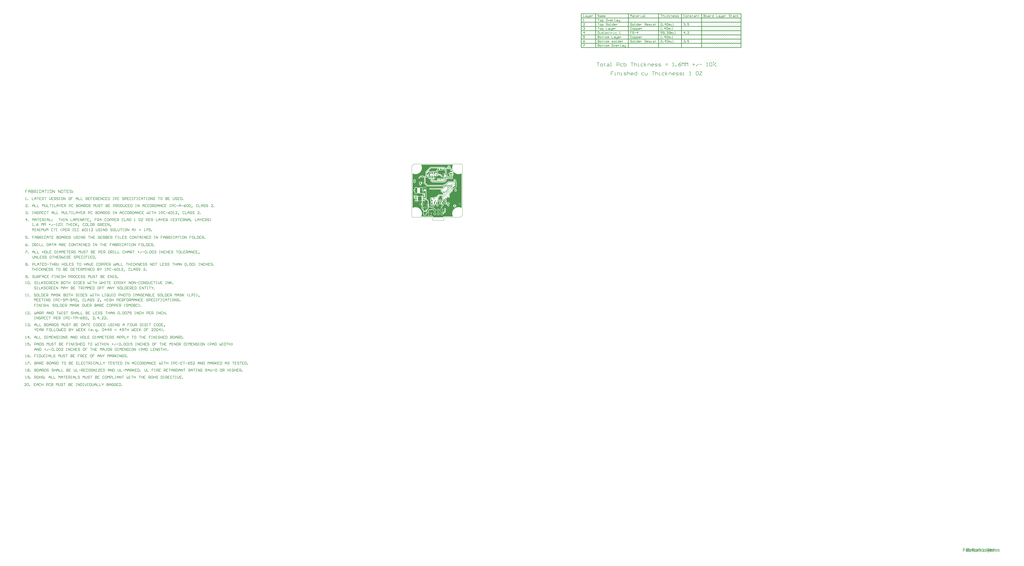
<source format=gbl>
G04 Layer_Physical_Order=2*
G04 Layer_Color=16711680*
%FSLAX25Y25*%
%MOIN*%
G70*
G01*
G75*
%ADD11R,0.02165X0.03150*%
%ADD12R,0.03937X0.03740*%
%ADD13R,0.03740X0.03937*%
%ADD16C,0.03937*%
%ADD22C,0.01000*%
%ADD23C,0.02000*%
%ADD24C,0.02500*%
%ADD25C,0.00800*%
%ADD26C,0.03000*%
%ADD27C,0.01500*%
%ADD28C,0.00100*%
%ADD29C,0.00500*%
%ADD30R,0.05354X0.05354*%
%ADD31C,0.05354*%
%ADD32C,0.00400*%
%ADD33C,0.02000*%
%ADD34C,0.02400*%
%ADD35C,0.03200*%
%ADD36R,0.02441X0.02441*%
%ADD37R,0.05905X0.15748*%
%ADD38R,0.03150X0.02165*%
%ADD39R,0.02362X0.03150*%
%ADD40R,0.05118X0.05512*%
%ADD41R,0.08583X0.06378*%
%ADD42C,0.03500*%
%ADD43R,0.06102X0.09449*%
%ADD44R,0.03150X0.02362*%
%ADD45R,0.01575X0.05315*%
%ADD46O,0.01575X0.05315*%
%ADD47R,0.10827X0.12205*%
%ADD48O,0.05709X0.02756*%
%ADD49R,0.05709X0.02756*%
%ADD50O,0.02992X0.07992*%
%ADD51R,0.02992X0.07992*%
%ADD52C,0.01200*%
%ADD53C,0.04000*%
G36*
X116786Y148856D02*
X116181Y147631D01*
X115423Y145396D01*
X114962Y143081D01*
X114808Y140726D01*
X114962Y138370D01*
X115270Y136820D01*
X114810Y136574D01*
X110767Y140617D01*
X110106Y141059D01*
X109758Y141128D01*
X109453Y141698D01*
X109596Y142043D01*
X109735Y143100D01*
X109596Y144157D01*
X109188Y145142D01*
X108538Y145989D01*
X107693Y146638D01*
X106707Y147046D01*
X105650Y147185D01*
X104593Y147046D01*
X103607Y146638D01*
X102761Y145989D01*
X102112Y145142D01*
X101704Y144157D01*
X101565Y143100D01*
X101704Y142043D01*
X101875Y141630D01*
X101598Y141214D01*
X94439D01*
X93210Y142442D01*
X92549Y142884D01*
X91768Y143039D01*
X53500D01*
X52720Y142884D01*
X52058Y142442D01*
X39558Y129942D01*
X39116Y129280D01*
X38961Y128500D01*
Y118154D01*
X38896Y118104D01*
X38423Y117488D01*
X38126Y116770D01*
X38032Y116059D01*
X37699Y115840D01*
X37595Y115788D01*
X35942Y117442D01*
X35280Y117884D01*
X34500Y118039D01*
X32154D01*
X32104Y118104D01*
X31488Y118577D01*
X30770Y118874D01*
X30000Y118975D01*
X29230Y118874D01*
X28512Y118577D01*
X27896Y118104D01*
X27846Y118039D01*
X25000D01*
X24220Y117884D01*
X23558Y117442D01*
X19558Y113442D01*
X19116Y112780D01*
X18961Y112000D01*
X19116Y111220D01*
X19558Y110558D01*
X20220Y110116D01*
X21000Y109961D01*
X21780Y110116D01*
X22442Y110558D01*
X25845Y113961D01*
X27846D01*
X27896Y113896D01*
X28512Y113423D01*
X29230Y113126D01*
X30000Y113024D01*
X30770Y113126D01*
X31488Y113423D01*
X32104Y113896D01*
X32154Y113961D01*
X33655D01*
X34961Y112655D01*
Y97180D01*
X35116Y96399D01*
X35558Y95738D01*
X42852Y88444D01*
X43514Y88002D01*
X44294Y87847D01*
X89491D01*
X89612Y87240D01*
X90051Y86583D01*
X90190Y86490D01*
X90239Y85993D01*
X87285Y83039D01*
X64654D01*
X64604Y83104D01*
X63988Y83577D01*
X63270Y83874D01*
X62500Y83975D01*
X61730Y83874D01*
X61012Y83577D01*
X60396Y83104D01*
X60346Y83039D01*
X53508D01*
X53399Y83148D01*
X52737Y83591D01*
X51957Y83746D01*
X51176Y83591D01*
X50515Y83148D01*
X50073Y82487D01*
X49917Y81707D01*
X50073Y80926D01*
X50515Y80265D01*
X51221Y79558D01*
X51221Y79558D01*
X51883Y79116D01*
X52663Y78961D01*
X52663Y78961D01*
X60346D01*
X60396Y78896D01*
X61012Y78423D01*
X61730Y78126D01*
X62500Y78025D01*
X63270Y78126D01*
X63988Y78423D01*
X64604Y78896D01*
X64654Y78961D01*
X81978D01*
X82295Y78461D01*
X82181Y77884D01*
Y75237D01*
X82336Y74457D01*
X82778Y73795D01*
X86515Y70058D01*
X87176Y69616D01*
X87957Y69461D01*
X88207D01*
X88220Y67500D01*
X89553D01*
X89760Y67000D01*
X87698Y64937D01*
X76500D01*
X75759Y64790D01*
X75130Y64370D01*
X68729Y57969D01*
X65644D01*
X65131Y58071D01*
X64351Y57915D01*
X63690Y57473D01*
X63248Y56812D01*
X63141Y56276D01*
X63028Y56298D01*
X60665D01*
X60580Y56281D01*
X60080Y56488D01*
Y56488D01*
X60080Y56488D01*
X56920Y56488D01*
Y56488D01*
X56435Y56278D01*
X56335Y56298D01*
X53973D01*
X53504Y56205D01*
X53107Y55940D01*
X52842Y55543D01*
X52749Y55075D01*
Y51925D01*
X52842Y51457D01*
X52859Y51431D01*
Y48496D01*
X53034Y47618D01*
X53531Y46874D01*
X53808Y46597D01*
Y44780D01*
X53901Y44311D01*
X54166Y43914D01*
X54364Y43782D01*
Y43218D01*
X54166Y43086D01*
X53901Y42689D01*
X53808Y42221D01*
Y38480D01*
X53901Y38012D01*
X54166Y37615D01*
X54451Y37425D01*
Y36000D01*
X54645Y35024D01*
X55198Y34198D01*
X57198Y32198D01*
X58025Y31645D01*
X59000Y31451D01*
X61476D01*
X61512Y31423D01*
X62230Y31126D01*
X63000Y31025D01*
X63770Y31126D01*
X64488Y31423D01*
X65104Y31896D01*
X65577Y32512D01*
X65874Y33230D01*
X65975Y34000D01*
X65874Y34770D01*
X65577Y35488D01*
X65104Y36104D01*
X64838Y36308D01*
X65008Y36808D01*
X66220D01*
X66689Y36901D01*
X67086Y37166D01*
X67218Y37364D01*
X67782D01*
X67914Y37166D01*
X68311Y36901D01*
X68610Y36842D01*
Y36796D01*
X68766Y36015D01*
X69208Y35354D01*
X70127Y34434D01*
X70070Y34000D01*
X70171Y33230D01*
X70469Y32512D01*
X70941Y31896D01*
X71558Y31423D01*
X72275Y31126D01*
X73045Y31025D01*
X73816Y31126D01*
X74533Y31423D01*
X75149Y31896D01*
X75622Y32512D01*
X75920Y33230D01*
X76021Y34000D01*
X75920Y34770D01*
X75622Y35488D01*
X75149Y36104D01*
X74533Y36577D01*
X73816Y36874D01*
X73785Y36878D01*
X73550Y37413D01*
X73650Y37563D01*
X73743Y38032D01*
Y41969D01*
X73650Y42437D01*
X73385Y42834D01*
X72988Y43099D01*
X72739Y43148D01*
Y43500D01*
X72699Y43702D01*
X73109Y44202D01*
X75028D01*
X75496Y44295D01*
X75893Y44560D01*
X76158Y44957D01*
X76251Y45425D01*
Y48575D01*
X76158Y49043D01*
X75893Y49440D01*
X75784Y49513D01*
Y55229D01*
X77644Y57089D01*
X77780Y57116D01*
X78442Y57558D01*
X78884Y58220D01*
X79039Y59000D01*
X78884Y59780D01*
X78442Y60442D01*
X78261Y60563D01*
X78413Y61063D01*
X87170D01*
X87361Y60601D01*
X86750Y59989D01*
X86220Y59884D01*
X85558Y59442D01*
X85116Y58780D01*
X84961Y58000D01*
X85116Y57220D01*
X85120Y57214D01*
X85210Y56759D01*
X85630Y56130D01*
X86058Y55844D01*
Y55692D01*
X85616Y55030D01*
X85461Y54250D01*
X85616Y53470D01*
X86058Y52808D01*
X86720Y52366D01*
X87500Y52211D01*
X87518Y52214D01*
X87764Y51753D01*
X86809Y50798D01*
X86165D01*
X85697Y50705D01*
X85300Y50440D01*
X85035Y50043D01*
X84942Y49575D01*
Y46425D01*
X85035Y45957D01*
X85300Y45560D01*
X85521Y45413D01*
X85618Y44956D01*
X85585Y44814D01*
X85191Y44225D01*
X85036Y43444D01*
Y43143D01*
X84811Y43099D01*
X84414Y42834D01*
X84282Y42636D01*
X83718D01*
X83586Y42834D01*
X83189Y43099D01*
X82948Y43147D01*
Y45931D01*
X82965Y45957D01*
X83058Y46425D01*
Y49575D01*
X82965Y50043D01*
X82700Y50440D01*
X82303Y50705D01*
X81835Y50798D01*
X79472D01*
X79004Y50705D01*
X78607Y50440D01*
X78342Y50043D01*
X78249Y49575D01*
Y46425D01*
X78342Y45957D01*
X78360Y45931D01*
Y42997D01*
X78115Y42834D01*
X77850Y42437D01*
X77757Y41969D01*
Y38032D01*
X77850Y37563D01*
X78115Y37166D01*
X78512Y36901D01*
X78980Y36808D01*
X82721D01*
X83189Y36901D01*
X83586Y37166D01*
X83718Y37364D01*
X84282D01*
X84414Y37166D01*
X84811Y36901D01*
X85110Y36842D01*
Y36315D01*
X85096Y36304D01*
X84623Y35688D01*
X84326Y34970D01*
X84224Y34200D01*
X84326Y33430D01*
X84623Y32712D01*
X85096Y32096D01*
X85712Y31623D01*
X86430Y31326D01*
X87200Y31225D01*
X87970Y31326D01*
X88688Y31623D01*
X89304Y32096D01*
X89777Y32712D01*
X90074Y33430D01*
X90175Y34200D01*
X90074Y34970D01*
X89777Y35688D01*
X89304Y36304D01*
X89227Y36363D01*
X89251Y36854D01*
X89488Y36901D01*
X89885Y37166D01*
X90150Y37563D01*
X90243Y38032D01*
Y41969D01*
X90150Y42437D01*
X89885Y42834D01*
X89488Y43099D01*
X89114Y43173D01*
Y43444D01*
X88959Y44225D01*
X88633Y44713D01*
X88783Y45212D01*
X88822Y45260D01*
X88996Y45295D01*
X89393Y45560D01*
X89658Y45957D01*
X89751Y46425D01*
Y48261D01*
X91257Y49768D01*
X91692Y50058D01*
X92134Y50720D01*
X92229Y51198D01*
X92289Y51500D01*
X92463Y51688D01*
X93957D01*
X94425Y51595D01*
X97575D01*
X98043Y51688D01*
X98440Y51954D01*
X98705Y52351D01*
X98798Y52819D01*
Y54059D01*
X100802Y56063D01*
X101487D01*
X102000Y55961D01*
X102780Y56116D01*
X103442Y56558D01*
X103884Y56319D01*
X104058Y56058D01*
X104720Y55616D01*
X105500Y55461D01*
X106280Y55616D01*
X106942Y56058D01*
X107384Y56720D01*
X107539Y57500D01*
X107437Y58013D01*
Y66198D01*
X115886Y74646D01*
X116306Y75274D01*
X116453Y76016D01*
Y79680D01*
X116926Y80081D01*
X117554Y79821D01*
X118272Y79726D01*
X118990Y79821D01*
X119618Y80081D01*
X119960Y80149D01*
X120357Y80414D01*
X120623Y80811D01*
X120691Y81154D01*
X120951Y81782D01*
X121045Y82500D01*
Y83623D01*
X122149Y84726D01*
X124772D01*
X125490Y84821D01*
X126158Y85098D01*
X126733Y85539D01*
X127174Y86113D01*
X127451Y86782D01*
X127545Y87500D01*
Y94000D01*
Y100000D01*
X127451Y100718D01*
X127191Y101346D01*
X127122Y101689D01*
X126857Y102086D01*
X126460Y102351D01*
X126118Y102419D01*
X125490Y102679D01*
X124772Y102774D01*
X124054Y102679D01*
X123767Y102561D01*
X123267Y102895D01*
Y103527D01*
X123551Y103760D01*
X123772D01*
Y106000D01*
Y108240D01*
X123551D01*
X123190Y108168D01*
X122917Y108351D01*
X122449Y108444D01*
X120008D01*
X119540Y108351D01*
X119143Y108086D01*
X118877Y107689D01*
X118784Y107220D01*
Y104780D01*
X118877Y104311D01*
X119143Y103914D01*
X119189Y103883D01*
Y102117D01*
X119143Y102086D01*
X119112Y102039D01*
X103500D01*
X102720Y101884D01*
X102058Y101442D01*
X97720Y97103D01*
X97277Y96442D01*
X97194Y96021D01*
X96602Y96139D01*
X95822Y95984D01*
X95161Y95542D01*
X94718Y94880D01*
X94580Y94185D01*
X94439Y93976D01*
X94212Y93749D01*
X94043Y93782D01*
X93268Y93628D01*
X92764Y93291D01*
X92260Y93628D01*
X91484Y93782D01*
X90709Y93628D01*
X90051Y93189D01*
X89612Y92531D01*
X89491Y91925D01*
X45138D01*
X39039Y98024D01*
Y113156D01*
X39512Y113423D01*
X40230Y113126D01*
X41000Y113024D01*
X41770Y113126D01*
X42488Y113423D01*
X43104Y113896D01*
X43154Y113961D01*
X45000D01*
X45780Y114116D01*
X46015Y114273D01*
X46551Y114030D01*
X46577Y113835D01*
X46781Y113344D01*
Y112118D01*
X46873Y111414D01*
X47145Y110758D01*
X47577Y110195D01*
X48140Y109763D01*
X48796Y109491D01*
X49117Y109449D01*
X49529Y109201D01*
X49573Y108904D01*
Y108600D01*
X51675D01*
Y107600D01*
X52518D01*
Y106025D01*
X52611Y105557D01*
X52675Y105462D01*
Y105006D01*
X52758D01*
X52785Y104983D01*
Y104751D01*
X52940Y103971D01*
X53382Y103310D01*
X55000Y101692D01*
Y101063D01*
X55629D01*
X57134Y99558D01*
X57796Y99116D01*
X58576Y98961D01*
X92500D01*
X93280Y99116D01*
X93942Y99558D01*
X98044Y103661D01*
X98486Y104322D01*
X98642Y105102D01*
Y108927D01*
X99028Y109244D01*
X99161Y109218D01*
X99937Y109372D01*
X100441Y109709D01*
X100945Y109372D01*
X101720Y109218D01*
X102496Y109372D01*
X103000Y109709D01*
X103504Y109372D01*
X104280Y109218D01*
X105055Y109372D01*
X105712Y109811D01*
X105729Y109836D01*
X105839Y109762D01*
Y110000D01*
X106152Y110469D01*
X106307Y111244D01*
Y113114D01*
X107359D01*
X107371Y113050D01*
Y111244D01*
X107526Y110469D01*
X107839Y110000D01*
Y109763D01*
X107948Y109836D01*
X107965Y109811D01*
X108622Y109372D01*
X109398Y109218D01*
X110173Y109372D01*
X110677Y109709D01*
X111181Y109372D01*
X111957Y109218D01*
X112732Y109372D01*
X113236Y109709D01*
X113740Y109372D01*
X114516Y109218D01*
X115291Y109372D01*
X115949Y109811D01*
X116388Y110469D01*
X116542Y111244D01*
Y113050D01*
X116555Y113114D01*
Y117671D01*
X117942Y119058D01*
X117942Y119058D01*
X118384Y119720D01*
X118539Y120500D01*
Y129028D01*
X119007Y129204D01*
X120093Y127967D01*
X121867Y126410D01*
X123830Y125099D01*
X125947Y124055D01*
X128182Y123296D01*
X130497Y122836D01*
X132852Y122682D01*
X135207Y122836D01*
X137522Y123296D01*
X139757Y124055D01*
X140982Y124659D01*
X141407Y124395D01*
Y27164D01*
X140982Y26900D01*
X139745Y27510D01*
X137514Y28267D01*
X135204Y28727D01*
X132854Y28881D01*
X130503Y28727D01*
X128193Y28267D01*
X125962Y27510D01*
X123849Y26468D01*
X121891Y25159D01*
X120120Y23606D01*
X118567Y21835D01*
X117258Y19877D01*
X116216Y17764D01*
X115459Y15533D01*
X114999Y13223D01*
X114845Y10872D01*
X114999Y8522D01*
X115459Y6211D01*
X116216Y3981D01*
X116839Y2719D01*
X116574Y2294D01*
X91142Y2294D01*
X90264Y2120D01*
X89520Y1622D01*
X89022Y878D01*
X88848Y0D01*
Y-0D01*
X61940Y-0D01*
X61765Y878D01*
X61268Y1622D01*
X60524Y2120D01*
X59646Y2294D01*
X27147D01*
X26883Y2719D01*
X27476Y3922D01*
X28234Y6155D01*
X28694Y8468D01*
X28849Y10821D01*
X28694Y13174D01*
X28234Y15487D01*
X27476Y17720D01*
X26433Y19835D01*
X25123Y21795D01*
X23568Y23568D01*
X21795Y25123D01*
X19835Y26433D01*
X17720Y27476D01*
X15487Y28234D01*
X13174Y28694D01*
X10821Y28849D01*
X8468Y28694D01*
X6155Y28234D01*
X3922Y27476D01*
X2719Y26883D01*
X2294Y27147D01*
Y124405D01*
X2719Y124669D01*
X3921Y124076D01*
X6156Y123317D01*
X8471Y122857D01*
X10827Y122703D01*
X13182Y122857D01*
X15497Y123317D01*
X17732Y124076D01*
X19850Y125120D01*
X21812Y126432D01*
X23587Y127988D01*
X25143Y129763D01*
X26455Y131725D01*
X27499Y133842D01*
X28257Y136077D01*
X28718Y138393D01*
X28872Y140748D01*
X28718Y143103D01*
X28257Y145419D01*
X27499Y147654D01*
X26906Y148856D01*
X27170Y149281D01*
X116522D01*
X116786Y148856D01*
D02*
G37*
G36*
X94805Y132200D02*
Y125376D01*
X94761Y125367D01*
X94364Y125102D01*
X94105Y124714D01*
X93771Y124655D01*
X93582Y124672D01*
X93391Y124958D01*
X93060Y125179D01*
X92670Y125257D01*
X91800D01*
Y122268D01*
Y119280D01*
X92000D01*
Y117573D01*
X92077Y117495D01*
X91870Y116995D01*
X90697D01*
X90229Y116902D01*
X89832Y116637D01*
X89566Y116240D01*
X89473Y115772D01*
Y113256D01*
X89445Y113114D01*
Y110540D01*
X83153D01*
X83104Y110604D01*
X82488Y111077D01*
X81770Y111374D01*
X81000Y111476D01*
X80230Y111374D01*
X79512Y111077D01*
X78896Y110604D01*
X78847Y110540D01*
X75594D01*
X75182Y110952D01*
X74521Y111394D01*
X73740Y111549D01*
X72960Y111394D01*
X72298Y110952D01*
X71856Y110290D01*
X71701Y109510D01*
X71856Y108729D01*
X72298Y108068D01*
X72797Y107569D01*
Y105679D01*
X72657Y105539D01*
X64621D01*
X64427Y105775D01*
Y106350D01*
X62325D01*
Y108350D01*
X64427D01*
Y108925D01*
X64395Y109084D01*
X64464Y109404D01*
X64746Y109622D01*
X65474Y109767D01*
X66300Y110319D01*
X66851Y111144D01*
X67045Y112118D01*
Y113618D01*
X64500D01*
Y115618D01*
X67045D01*
Y116856D01*
X67046Y117004D01*
X67483Y117274D01*
X67847Y117143D01*
X67908Y117111D01*
X67983Y116732D01*
X68204Y116401D01*
X68535Y116180D01*
X68925Y116103D01*
X69500D01*
Y118205D01*
X71500D01*
Y116103D01*
X72075D01*
X72465Y116180D01*
X72796Y116401D01*
X73017Y116732D01*
X73094Y117122D01*
Y119122D01*
X80139D01*
X84268Y114993D01*
X84558Y114558D01*
X85220Y114116D01*
X86000Y113961D01*
X86780Y114116D01*
X87442Y114558D01*
X87884Y115220D01*
X88039Y116000D01*
X87884Y116780D01*
X87442Y117442D01*
X87007Y117732D01*
X82311Y122429D01*
X81682Y122849D01*
X80941Y122996D01*
X73144D01*
X72940Y123302D01*
X72833Y123374D01*
X72769Y123626D01*
X72802Y123950D01*
X73092Y124126D01*
X73175D01*
Y124582D01*
X73239Y124677D01*
X73332Y125146D01*
Y125680D01*
X73440Y125842D01*
X73615Y126720D01*
X74175D01*
Y127720D01*
X76277D01*
Y128295D01*
X76200Y128685D01*
X75979Y129016D01*
X75648Y129237D01*
X75258Y129315D01*
X73615D01*
Y131020D01*
X75903Y133308D01*
X77720D01*
X78189Y133401D01*
X78586Y133666D01*
X78718Y133864D01*
X79282D01*
X79414Y133666D01*
X79811Y133401D01*
X80279Y133308D01*
X84020D01*
X84488Y133401D01*
X84885Y133666D01*
X85150Y134063D01*
X85178Y134206D01*
X92800D01*
X94805Y132200D01*
D02*
G37*
G36*
X72757Y138469D02*
Y136651D01*
X69699Y133593D01*
X69201Y132848D01*
X69027Y131970D01*
Y129084D01*
X68917Y128920D01*
X67219D01*
Y129126D01*
X67127Y129830D01*
X66855Y130486D01*
X66423Y131049D01*
X65860Y131481D01*
X65204Y131753D01*
X64500Y131845D01*
X63796Y131753D01*
X63140Y131481D01*
X62577Y131049D01*
X62303Y130691D01*
X62251Y130667D01*
X61749D01*
X61697Y130691D01*
X61423Y131049D01*
X60860Y131481D01*
X60204Y131753D01*
X59500Y131845D01*
X58796Y131753D01*
X58140Y131481D01*
X57577Y131049D01*
X57172Y130520D01*
X57104Y130485D01*
X56600Y130476D01*
X56300Y130926D01*
X55500Y131460D01*
Y126626D01*
X53500D01*
Y131460D01*
X52700Y130926D01*
X52676Y130889D01*
X52145Y130995D01*
X52126Y131090D01*
X51861Y131487D01*
X51464Y131752D01*
X50996Y131846D01*
X48004D01*
X47920Y131829D01*
X47673Y132290D01*
X54345Y138961D01*
X72345D01*
X72757Y138469D01*
D02*
G37*
G36*
X111815Y133801D02*
X111624Y133339D01*
X110081D01*
X109691Y133262D01*
X109361Y133041D01*
X109140Y132710D01*
X109062Y132320D01*
Y131450D01*
X112050D01*
Y129450D01*
X109062D01*
Y128579D01*
X109140Y128189D01*
X109361Y127858D01*
X109336Y127274D01*
X109257Y127176D01*
X107800D01*
X107017Y127073D01*
X106287Y126771D01*
X105660Y126290D01*
X105180Y125663D01*
X104877Y124934D01*
X104774Y124150D01*
X104877Y123367D01*
X105180Y122637D01*
X105660Y122011D01*
X106287Y121530D01*
X106408Y121480D01*
X106589Y120864D01*
X106366Y120530D01*
X106211Y119750D01*
X106366Y118970D01*
X106808Y118308D01*
X107358Y117758D01*
Y117097D01*
X106972Y116780D01*
X106839Y116807D01*
X106141Y116668D01*
X105729Y116393D01*
X105712Y116417D01*
X105055Y116856D01*
X104280Y117011D01*
X103504Y116856D01*
X103000Y116519D01*
X102496Y116856D01*
X101720Y117011D01*
X101455Y117228D01*
Y120206D01*
X101281Y121084D01*
X100784Y121828D01*
X100193Y122419D01*
Y124237D01*
X100100Y124705D01*
X99835Y125102D01*
X99438Y125367D01*
X99393Y125376D01*
Y133151D01*
X99219Y134029D01*
X98721Y134773D01*
X96821Y136673D01*
X97012Y137135D01*
X108481D01*
X111815Y133801D01*
D02*
G37*
G36*
X1582116Y-943907D02*
X1582131Y-943893D01*
X1582146Y-943863D01*
X1582190Y-943819D01*
X1582248Y-943761D01*
X1582321Y-943688D01*
X1582409Y-943614D01*
X1582629Y-943439D01*
X1582892Y-943263D01*
X1583229Y-943117D01*
X1583405Y-943058D01*
X1583595Y-943014D01*
X1583800Y-942985D01*
X1584005Y-942970D01*
X1584122D01*
X1584239Y-942985D01*
X1584400Y-943000D01*
X1584591Y-943029D01*
X1584795Y-943087D01*
X1585001Y-943146D01*
X1585220Y-943234D01*
X1585249Y-943248D01*
X1585300Y-943269D01*
X1585409Y-943219D01*
X1585790Y-943087D01*
X1586214Y-943000D01*
X1586448Y-942985D01*
X1586683Y-942970D01*
X1586814D01*
X1586917Y-942985D01*
X1587049Y-943000D01*
X1587181Y-943014D01*
X1587341Y-943044D01*
X1587517Y-943087D01*
X1587883Y-943205D01*
X1588074Y-943278D01*
X1588278Y-943366D01*
X1588412Y-943447D01*
Y-943131D01*
X1589480D01*
Y-944171D01*
X1589495Y-944156D01*
X1589554Y-944068D01*
X1589627Y-943937D01*
X1589715Y-943790D01*
X1589832Y-943629D01*
X1589963Y-943468D01*
X1590081Y-943322D01*
X1590212Y-943219D01*
X1590227Y-943205D01*
X1590271Y-943175D01*
X1590344Y-943146D01*
X1590447Y-943087D01*
X1590549Y-943044D01*
X1590681Y-943014D01*
X1590827Y-942985D01*
X1590974Y-942970D01*
X1591076D01*
X1591193Y-942985D01*
X1591354Y-943014D01*
X1591529Y-943072D01*
Y-941418D01*
X1592714Y-940701D01*
Y-943131D01*
X1594077D01*
Y-950100D01*
X1593973D01*
X1593886Y-950115D01*
X1593754Y-950129D01*
X1593622Y-950159D01*
X1593476Y-950173D01*
X1593168Y-950188D01*
X1593066D01*
X1592949Y-950173D01*
X1592802Y-950159D01*
X1592641Y-950144D01*
X1592465Y-950100D01*
X1592305Y-950056D01*
X1592158Y-949998D01*
X1592143Y-949983D01*
X1592099Y-949954D01*
X1592041Y-949910D01*
X1591968Y-949851D01*
X1591880Y-949778D01*
X1591807Y-949690D01*
X1591719Y-949588D01*
X1591660Y-949471D01*
Y-949456D01*
X1591646Y-949397D01*
X1591616Y-949309D01*
X1591602Y-949163D01*
X1591572Y-948973D01*
X1591558Y-948870D01*
X1591543Y-948738D01*
Y-948592D01*
X1591529Y-948431D01*
Y-948255D01*
Y-948065D01*
Y-944329D01*
X1591501Y-944317D01*
X1591369Y-944273D01*
X1591222Y-944229D01*
X1591061Y-944200D01*
X1590900Y-944185D01*
X1590842D01*
X1590769Y-944200D01*
X1590666Y-944215D01*
X1590564Y-944244D01*
X1590447Y-944288D01*
X1590329Y-944347D01*
X1590212Y-944420D01*
X1590198Y-944434D01*
X1590168Y-944464D01*
X1590110Y-944522D01*
X1590051Y-944595D01*
X1589978Y-944683D01*
X1589905Y-944800D01*
X1589846Y-944932D01*
X1589788Y-945078D01*
X1589773Y-945108D01*
X1589758Y-945181D01*
X1589746Y-945238D01*
X1589801Y-945415D01*
X1589860Y-945664D01*
X1589904Y-945942D01*
X1589933Y-946220D01*
X1589947Y-946528D01*
Y-946542D01*
Y-946586D01*
Y-946660D01*
Y-946747D01*
X1589933Y-946865D01*
Y-946996D01*
X1589918Y-947143D01*
X1589904Y-947304D01*
X1589845Y-947641D01*
X1589772Y-947992D01*
X1589669Y-948343D01*
X1589597Y-948511D01*
Y-950100D01*
X1588412D01*
Y-949799D01*
X1588352Y-949837D01*
X1588337D01*
X1588322Y-949851D01*
X1588278Y-949880D01*
X1588220Y-949895D01*
X1588059Y-949968D01*
X1587854Y-950041D01*
X1587605Y-950129D01*
X1587327Y-950188D01*
X1587019Y-950246D01*
X1586683Y-950261D01*
X1586536D01*
X1586434Y-950246D01*
X1586317Y-950232D01*
X1586170Y-950217D01*
X1586009Y-950188D01*
X1585834Y-950144D01*
X1585468Y-950027D01*
X1585263Y-949954D01*
X1585207Y-949928D01*
X1585161Y-949954D01*
X1584810Y-950115D01*
X1584605Y-950173D01*
X1584400Y-950217D01*
X1584181Y-950246D01*
X1583946Y-950261D01*
X1583829D01*
X1583741Y-950246D01*
X1583639Y-950232D01*
X1583522Y-950202D01*
X1583244Y-950129D01*
X1583097Y-950085D01*
X1582936Y-950012D01*
X1582775Y-949924D01*
X1582614Y-949822D01*
X1582468Y-949705D01*
X1582307Y-949573D01*
X1582160Y-949412D01*
X1582029Y-949236D01*
Y-950100D01*
X1580931D01*
Y-949682D01*
X1580827Y-949734D01*
X1580636Y-949807D01*
X1580431Y-949880D01*
X1580212Y-949954D01*
X1580183D01*
X1580095Y-949983D01*
X1579963Y-949998D01*
X1579787Y-950027D01*
X1579553Y-950056D01*
X1579478Y-950060D01*
X1579496Y-950100D01*
X1576539D01*
X1576377Y-950144D01*
X1576173Y-950188D01*
X1575953Y-950217D01*
X1575719Y-950246D01*
X1575455Y-950261D01*
X1575353D01*
X1575265Y-950246D01*
X1575177D01*
X1575060Y-950232D01*
X1574811Y-950188D01*
X1574518Y-950129D01*
X1574240Y-950027D01*
X1573947Y-949895D01*
X1573698Y-949705D01*
X1573669Y-949675D01*
X1573596Y-949602D01*
X1573508Y-949485D01*
X1573391Y-949309D01*
X1573274Y-949104D01*
X1573186Y-948870D01*
X1573113Y-948577D01*
X1573083Y-948270D01*
Y-948241D01*
Y-948182D01*
X1573098Y-948080D01*
X1573113Y-947963D01*
X1573142Y-947816D01*
X1573171Y-947655D01*
X1573230Y-947494D01*
X1573303Y-947333D01*
X1573318Y-947318D01*
X1573347Y-947260D01*
X1573391Y-947187D01*
X1573464Y-947084D01*
X1573552Y-946982D01*
X1573669Y-946865D01*
X1573786Y-946762D01*
X1573918Y-946660D01*
X1573933Y-946645D01*
X1573991Y-946616D01*
X1574064Y-946572D01*
X1574167Y-946513D01*
X1574299Y-946440D01*
X1574430Y-946381D01*
X1574591Y-946323D01*
X1574767Y-946264D01*
X1574782D01*
X1574840Y-946250D01*
X1574914Y-946235D01*
X1575000Y-946213D01*
Y-944275D01*
X1574972Y-944303D01*
X1574899Y-944376D01*
X1574811Y-944478D01*
X1574709Y-944625D01*
X1574621Y-944800D01*
X1574518Y-945020D01*
X1574445Y-945269D01*
X1573289Y-945108D01*
Y-945093D01*
X1573303Y-945078D01*
X1573318Y-944991D01*
X1573362Y-944859D01*
X1573406Y-944683D01*
X1573479Y-944493D01*
X1573567Y-944303D01*
X1573669Y-944098D01*
X1573801Y-943922D01*
X1573816Y-943907D01*
X1573874Y-943849D01*
X1573947Y-943761D01*
X1574064Y-943658D01*
X1574211Y-943556D01*
X1574401Y-943439D01*
X1574606Y-943322D01*
X1574840Y-943219D01*
X1574855D01*
X1574870Y-943205D01*
X1574914Y-943190D01*
X1574957Y-943175D01*
X1575000Y-943167D01*
Y-940481D01*
X1578777D01*
X1578880Y-940496D01*
X1578982D01*
X1579231Y-940511D01*
X1579509Y-940555D01*
X1579802Y-940599D01*
X1580095Y-940672D01*
X1580358Y-940774D01*
X1580373D01*
X1580387Y-940789D01*
X1580475Y-940833D01*
X1580593Y-940906D01*
X1580739Y-940994D01*
X1580915Y-941126D01*
X1580931Y-941140D01*
Y-940481D01*
X1582116D01*
Y-943907D01*
D02*
G37*
G36*
X1614983Y-941828D02*
X1613797D01*
Y-940481D01*
X1614983D01*
Y-941828D01*
D02*
G37*
G36*
X1594077D02*
X1592891D01*
Y-940481D01*
X1594077D01*
Y-941828D01*
D02*
G37*
G36*
X1611440Y-943131D02*
X1612626D01*
Y-943184D01*
X1612669Y-943161D01*
X1612874Y-943087D01*
X1613093Y-943029D01*
X1613313Y-942985D01*
X1613562Y-942970D01*
X1613664D01*
X1613737Y-942985D01*
X1613825D01*
X1613928Y-943000D01*
X1614147Y-943044D01*
X1614411Y-943117D01*
X1614449Y-943131D01*
X1614983D01*
Y-943414D01*
X1615158Y-943556D01*
X1615187Y-943585D01*
X1615245Y-943658D01*
X1615333Y-943805D01*
X1615450Y-943995D01*
X1615553Y-944244D01*
X1615641Y-944537D01*
X1615699Y-944903D01*
X1615729Y-945108D01*
Y-945327D01*
Y-950100D01*
X1613797D01*
Y-944079D01*
X1613708Y-944054D01*
X1613576Y-944024D01*
X1613445Y-944010D01*
X1613298Y-943995D01*
X1613181D01*
X1613035Y-944024D01*
X1612874Y-944054D01*
X1612683Y-944112D01*
X1612478Y-944200D01*
X1612259Y-944332D01*
X1612069Y-944493D01*
X1612054Y-944522D01*
X1611995Y-944581D01*
X1611922Y-944698D01*
X1611834Y-944874D01*
X1611732Y-945093D01*
X1611659Y-945357D01*
X1611600Y-945679D01*
X1611585Y-946059D01*
Y-948923D01*
X1611601Y-948943D01*
X1611689Y-949017D01*
X1611719Y-949031D01*
X1611792Y-949046D01*
X1611923Y-949075D01*
X1612099Y-949090D01*
X1612246D01*
X1612319Y-949075D01*
X1612407D01*
X1612626Y-949046D01*
X1612787Y-950085D01*
X1612758D01*
X1612699Y-950100D01*
X1612612Y-950115D01*
X1612480Y-950129D01*
X1612348Y-950159D01*
X1612202Y-950173D01*
X1611894Y-950188D01*
X1611792D01*
X1611675Y-950173D01*
X1611528Y-950159D01*
X1611367Y-950144D01*
X1611191Y-950100D01*
X1610399D01*
Y-949497D01*
X1610386Y-949471D01*
Y-949456D01*
X1610372Y-949397D01*
X1610342Y-949309D01*
X1610328Y-949163D01*
X1610298Y-948973D01*
X1610284Y-948870D01*
X1610269Y-948738D01*
Y-948592D01*
X1610254Y-948431D01*
Y-948255D01*
Y-948065D01*
Y-944669D01*
X1610209Y-944551D01*
X1610107Y-944390D01*
X1610092Y-944376D01*
X1610048Y-944332D01*
X1609990Y-944259D01*
X1609887Y-944185D01*
X1609755Y-944127D01*
X1609594Y-944054D01*
X1609376D01*
Y-944008D01*
X1609170Y-943995D01*
X1609082D01*
X1608994Y-944010D01*
X1608862Y-944024D01*
X1608731Y-944054D01*
X1608570Y-944112D01*
X1608409Y-944171D01*
X1608247Y-944259D01*
X1608233Y-944273D01*
X1608174Y-944303D01*
X1608120Y-944357D01*
X1608161Y-944522D01*
Y-944537D01*
X1608176Y-944581D01*
X1608190Y-944654D01*
X1608205Y-944771D01*
Y-944917D01*
X1608220Y-945108D01*
X1608234Y-945327D01*
Y-945605D01*
Y-947187D01*
Y-947201D01*
Y-947260D01*
Y-947348D01*
Y-947450D01*
Y-947582D01*
Y-947728D01*
X1608249Y-948065D01*
Y-948431D01*
X1608263Y-948768D01*
X1608278Y-948929D01*
Y-949061D01*
X1608293Y-949178D01*
X1608307Y-949280D01*
Y-949295D01*
X1608322Y-949353D01*
X1608337Y-949441D01*
X1608366Y-949544D01*
X1608410Y-949661D01*
X1608468Y-949807D01*
X1608600Y-950100D01*
X1606256D01*
Y-949839D01*
X1606097Y-949924D01*
X1605862Y-950027D01*
X1605833Y-950041D01*
X1605760Y-950056D01*
X1605643Y-950100D01*
X1605482Y-950144D01*
X1605277Y-950188D01*
X1605057Y-950217D01*
X1604823Y-950246D01*
X1604560Y-950261D01*
X1604457D01*
X1604369Y-950246D01*
X1604281D01*
X1604164Y-950232D01*
X1603915Y-950188D01*
X1603623Y-950129D01*
X1603344Y-950027D01*
X1603102Y-949918D01*
X1602992Y-949968D01*
X1602787Y-950041D01*
X1602538Y-950129D01*
X1602260Y-950188D01*
X1601952Y-950246D01*
X1601616Y-950261D01*
X1601469D01*
X1601367Y-950246D01*
X1601250Y-950232D01*
X1601103Y-950217D01*
X1600942Y-950188D01*
X1600766Y-950144D01*
X1600400Y-950027D01*
X1600195Y-949954D01*
X1600096Y-949908D01*
X1600065Y-949924D01*
X1599787Y-950041D01*
X1599450Y-950159D01*
X1599084Y-950232D01*
X1598879Y-950246D01*
X1598674Y-950261D01*
X1598542D01*
X1598440Y-950246D01*
X1598323Y-950232D01*
X1598176Y-950217D01*
X1598030Y-950188D01*
X1597854Y-950144D01*
X1597701Y-950101D01*
X1597619Y-950115D01*
X1597487Y-950129D01*
X1597355Y-950159D01*
X1597209Y-950173D01*
X1596901Y-950188D01*
X1596799D01*
X1596682Y-950173D01*
X1596535Y-950159D01*
X1596374Y-950144D01*
X1596199Y-950100D01*
X1596038Y-950056D01*
X1595891Y-949998D01*
X1595877Y-949983D01*
X1595833Y-949954D01*
X1595774Y-949910D01*
X1595701Y-949851D01*
X1595613Y-949778D01*
X1595540Y-949690D01*
X1595452Y-949588D01*
X1595393Y-949471D01*
Y-949456D01*
X1595379Y-949397D01*
X1595350Y-949309D01*
X1595335Y-949163D01*
X1595306Y-948973D01*
X1595291Y-948870D01*
X1595276Y-948738D01*
Y-948592D01*
X1595262Y-948431D01*
Y-948255D01*
Y-948065D01*
Y-944054D01*
X1594383D01*
Y-943131D01*
X1595262D01*
Y-941418D01*
X1596448Y-940701D01*
Y-943131D01*
X1597633D01*
Y-943139D01*
X1597752Y-943102D01*
X1598045Y-943029D01*
X1598352Y-942985D01*
X1598674Y-942970D01*
X1598791D01*
X1598865Y-942985D01*
X1598967D01*
X1599069Y-943000D01*
X1599333Y-943044D01*
X1599626Y-943117D01*
X1599948Y-943219D01*
X1600138Y-943310D01*
X1600181Y-943292D01*
X1600342Y-943219D01*
X1600723Y-943087D01*
X1601147Y-943000D01*
X1601381Y-942985D01*
X1601616Y-942970D01*
X1601747D01*
X1601850Y-942985D01*
X1601982Y-943000D01*
X1602113Y-943014D01*
X1602274Y-943044D01*
X1602450Y-943087D01*
X1602816Y-943205D01*
X1603006Y-943278D01*
X1603211Y-943366D01*
X1603402Y-943483D01*
X1603417Y-943493D01*
X1603505Y-943439D01*
X1603710Y-943322D01*
X1603945Y-943219D01*
X1603959D01*
X1603974Y-943205D01*
X1604018Y-943190D01*
X1604062Y-943175D01*
X1604208Y-943146D01*
X1604399Y-943087D01*
X1604633Y-943044D01*
X1604896Y-943014D01*
X1605204Y-942985D01*
X1605526Y-942970D01*
X1605672D01*
X1605833Y-942985D01*
X1606038Y-943000D01*
X1606272Y-943029D01*
X1606521Y-943058D01*
X1606755Y-943117D01*
X1606799Y-943131D01*
X1607310D01*
Y-943352D01*
X1607414Y-943410D01*
X1607561Y-943497D01*
X1607678Y-943600D01*
X1607717Y-943639D01*
X1607808Y-943556D01*
X1607984Y-943410D01*
X1608174Y-943292D01*
X1608204Y-943278D01*
X1608277Y-943248D01*
X1608394Y-943190D01*
X1608540Y-943131D01*
X1608731Y-943073D01*
X1608936Y-943014D01*
X1609184Y-942985D01*
X1609433Y-942970D01*
X1609565D01*
X1609711Y-942985D01*
X1609887Y-943014D01*
X1610077Y-943044D01*
X1610254Y-943091D01*
Y-941418D01*
X1611440Y-940701D01*
Y-943131D01*
D02*
G37*
G36*
X1622551Y-944939D02*
X1622567Y-944976D01*
X1622640Y-945181D01*
X1622713Y-945415D01*
X1622772Y-945664D01*
X1622816Y-945942D01*
X1622845Y-946220D01*
X1622860Y-946528D01*
Y-946542D01*
Y-946586D01*
Y-946660D01*
Y-946747D01*
X1622845Y-946865D01*
Y-946996D01*
X1622830Y-947143D01*
X1622816Y-947304D01*
X1622757Y-947641D01*
X1622684Y-947992D01*
X1622581Y-948343D01*
X1622551Y-948415D01*
Y-948973D01*
X1624236D01*
Y-943131D01*
X1625304D01*
Y-944127D01*
X1625319Y-944112D01*
X1625334Y-944083D01*
X1625378Y-944024D01*
X1625451Y-943951D01*
X1625524Y-943863D01*
X1625627Y-943761D01*
X1625729Y-943658D01*
X1625861Y-943541D01*
X1626022Y-943439D01*
X1626183Y-943336D01*
X1626358Y-943234D01*
X1626563Y-943146D01*
X1626768Y-943073D01*
X1627003Y-943014D01*
X1627251Y-942985D01*
X1627515Y-942970D01*
X1627617D01*
X1627749Y-942985D01*
X1627896Y-943000D01*
X1628071Y-943029D01*
X1628276Y-943073D01*
X1628467Y-943131D01*
X1628672Y-943205D01*
X1628701Y-943219D01*
X1628759Y-943248D01*
X1628847Y-943292D01*
X1628964Y-943366D01*
X1629096Y-943453D01*
X1629228Y-943556D01*
X1629292Y-943613D01*
X1629373Y-943556D01*
X1629563Y-943439D01*
X1629768Y-943322D01*
X1630003Y-943219D01*
X1630017D01*
X1630032Y-943205D01*
X1630076Y-943190D01*
X1630120Y-943175D01*
X1630266Y-943146D01*
X1630456Y-943087D01*
X1630691Y-943044D01*
X1630954Y-943014D01*
X1631261Y-942985D01*
X1631584Y-942970D01*
X1631730D01*
X1631891Y-942985D01*
X1632096Y-943000D01*
X1632330Y-943029D01*
X1632579Y-943058D01*
X1632813Y-943117D01*
X1633033Y-943190D01*
X1633062Y-943205D01*
X1633121Y-943219D01*
X1633223Y-943278D01*
X1633340Y-943336D01*
X1633472Y-943410D01*
X1633619Y-943497D01*
X1633736Y-943600D01*
X1633853Y-943717D01*
X1633867Y-943732D01*
X1633897Y-943775D01*
X1633941Y-943834D01*
X1633999Y-943937D01*
X1634058Y-944054D01*
X1634116Y-944185D01*
X1634175Y-944347D01*
X1634219Y-944522D01*
Y-944537D01*
X1634233Y-944581D01*
X1634248Y-944654D01*
X1634263Y-944771D01*
Y-944917D01*
X1634277Y-945108D01*
X1634292Y-945327D01*
Y-945605D01*
Y-947187D01*
Y-947201D01*
Y-947260D01*
Y-947348D01*
Y-947450D01*
Y-947582D01*
Y-947728D01*
X1634307Y-948065D01*
Y-948431D01*
X1634321Y-948768D01*
X1634336Y-948929D01*
Y-949061D01*
X1634351Y-949178D01*
X1634365Y-949280D01*
Y-949295D01*
X1634380Y-949353D01*
X1634394Y-949441D01*
X1634424Y-949544D01*
X1634468Y-949661D01*
X1634526Y-949807D01*
X1634658Y-950100D01*
X1633428D01*
X1633414Y-950085D01*
X1633399Y-950041D01*
X1633370Y-949954D01*
X1633326Y-949851D01*
X1633282Y-949719D01*
X1633253Y-949573D01*
X1633223Y-949412D01*
X1633194Y-949222D01*
X1633165Y-949251D01*
X1633077Y-949309D01*
X1632960Y-949412D01*
X1632784Y-949529D01*
X1632594Y-949675D01*
X1632374Y-949807D01*
X1632155Y-949924D01*
X1631920Y-950027D01*
X1631891Y-950041D01*
X1631818Y-950056D01*
X1631701Y-950100D01*
X1631540Y-950144D01*
X1631335Y-950188D01*
X1631115Y-950217D01*
X1630881Y-950246D01*
X1630617Y-950261D01*
X1630515D01*
X1630427Y-950246D01*
X1630339D01*
X1630222Y-950232D01*
X1629973Y-950188D01*
X1629680Y-950129D01*
X1629601Y-950100D01*
X1628716D01*
Y-949545D01*
X1628670Y-949485D01*
X1628553Y-949309D01*
X1628436Y-949104D01*
X1628348Y-948870D01*
X1628275Y-948577D01*
X1628246Y-948270D01*
Y-948241D01*
Y-948182D01*
X1628260Y-948080D01*
X1628275Y-947963D01*
X1628304Y-947816D01*
X1628333Y-947655D01*
X1628392Y-947494D01*
X1628465Y-947333D01*
X1628480Y-947318D01*
X1628509Y-947260D01*
X1628553Y-947187D01*
X1628626Y-947084D01*
X1628714Y-946982D01*
X1628716Y-946980D01*
Y-945869D01*
Y-945854D01*
Y-945840D01*
Y-945752D01*
Y-945620D01*
X1628701Y-945459D01*
X1628686Y-945298D01*
X1628662Y-945137D01*
X1628451Y-945108D01*
Y-945093D01*
X1628465Y-945078D01*
X1628480Y-944991D01*
X1628524Y-944859D01*
X1628550Y-944756D01*
X1628540Y-944742D01*
X1628511Y-944669D01*
X1628467Y-944595D01*
X1628393Y-944493D01*
X1628306Y-944405D01*
X1628203Y-944303D01*
X1628086Y-944215D01*
X1628071Y-944200D01*
X1628027Y-944185D01*
X1627954Y-944141D01*
X1627852Y-944098D01*
X1627735Y-944068D01*
X1627588Y-944024D01*
X1627442Y-944010D01*
X1627266Y-943995D01*
X1627134D01*
X1627003Y-944024D01*
X1626812Y-944054D01*
X1626607Y-944112D01*
X1626402Y-944200D01*
X1626168Y-944317D01*
X1625963Y-944478D01*
X1625934Y-944508D01*
X1625875Y-944581D01*
X1625788Y-944698D01*
X1625744Y-944786D01*
X1625700Y-944888D01*
X1625641Y-945005D01*
X1625597Y-945137D01*
X1625553Y-945283D01*
X1625509Y-945444D01*
X1625465Y-945635D01*
X1625451Y-945840D01*
X1625422Y-946059D01*
Y-946294D01*
Y-948973D01*
X1627279D01*
Y-950100D01*
X1621277D01*
Y-949828D01*
X1621264Y-949837D01*
X1621249D01*
X1621235Y-949851D01*
X1621191Y-949880D01*
X1621132Y-949895D01*
X1620971Y-949968D01*
X1620766Y-950041D01*
X1620517Y-950129D01*
X1620239Y-950188D01*
X1619931Y-950246D01*
X1619595Y-950261D01*
X1619448D01*
X1619346Y-950246D01*
X1619229Y-950232D01*
X1619082Y-950217D01*
X1618921Y-950188D01*
X1618746Y-950144D01*
X1618380Y-950027D01*
X1618175Y-949954D01*
X1617984Y-949866D01*
X1617779Y-949763D01*
X1617589Y-949632D01*
X1617399Y-949485D01*
X1617223Y-949324D01*
X1617208Y-949309D01*
X1617179Y-949280D01*
X1617135Y-949222D01*
X1617091Y-949148D01*
X1617018Y-949046D01*
X1616945Y-948929D01*
X1616857Y-948797D01*
X1616784Y-948636D01*
X1616696Y-948446D01*
X1616608Y-948255D01*
X1616535Y-948021D01*
X1616476Y-947787D01*
X1616418Y-947523D01*
X1616374Y-947245D01*
X1616345Y-946938D01*
X1616330Y-946616D01*
Y-946586D01*
Y-946528D01*
X1616345Y-946425D01*
Y-946294D01*
X1616359Y-946133D01*
X1616389Y-945957D01*
X1616418Y-945752D01*
X1616462Y-945532D01*
X1616520Y-945298D01*
X1616594Y-945064D01*
X1616681Y-944830D01*
X1616784Y-944595D01*
X1616901Y-944361D01*
X1617047Y-944141D01*
X1617208Y-943937D01*
X1617399Y-943746D01*
X1617413Y-943732D01*
X1617443Y-943717D01*
X1617487Y-943673D01*
X1617560Y-943629D01*
X1617648Y-943571D01*
X1617750Y-943497D01*
X1617867Y-943424D01*
X1618014Y-943351D01*
X1618160Y-943292D01*
X1618321Y-943219D01*
X1618702Y-943087D01*
X1619126Y-943000D01*
X1619361Y-942985D01*
X1619595Y-942970D01*
X1619727D01*
X1619829Y-942985D01*
X1619961Y-943000D01*
X1620093Y-943014D01*
X1620254Y-943044D01*
X1620429Y-943087D01*
X1620795Y-943205D01*
X1620986Y-943278D01*
X1621191Y-943366D01*
X1621277Y-943419D01*
Y-940481D01*
X1622551D01*
Y-944939D01*
D02*
G37*
G36*
X1666370Y-942985D02*
X1666560Y-943000D01*
X1666794Y-943029D01*
X1667028Y-943073D01*
X1667277Y-943131D01*
X1667512Y-943219D01*
X1667526D01*
X1667541Y-943234D01*
X1667614Y-943263D01*
X1667731Y-943322D01*
X1667863Y-943380D01*
X1668009Y-943483D01*
X1668170Y-943585D01*
X1668317Y-943717D01*
X1668434Y-943863D01*
X1668448Y-943878D01*
X1668478Y-943937D01*
X1668536Y-944024D01*
X1668609Y-944141D01*
X1668668Y-944288D01*
X1668741Y-944478D01*
X1668800Y-944683D01*
X1668858Y-944917D01*
X1667702Y-945078D01*
Y-945049D01*
X1667687Y-944991D01*
X1667658Y-944888D01*
X1667614Y-944771D01*
X1667555Y-944639D01*
X1667468Y-944508D01*
X1667365Y-944361D01*
X1667233Y-944244D01*
X1667219Y-944229D01*
X1667160Y-944200D01*
X1667072Y-944141D01*
X1666955Y-944083D01*
X1666809Y-944039D01*
X1666619Y-943981D01*
X1666413Y-943951D01*
X1666165Y-943937D01*
X1666033D01*
X1665886Y-943951D01*
X1665711Y-943966D01*
X1665520Y-944010D01*
X1665330Y-944054D01*
X1665140Y-944127D01*
X1664993Y-944215D01*
X1664979Y-944229D01*
X1664935Y-944259D01*
X1664891Y-944317D01*
X1664832Y-944390D01*
X1664759Y-944478D01*
X1664715Y-944595D01*
X1664671Y-944713D01*
X1664657Y-944844D01*
Y-944859D01*
Y-944888D01*
X1664671Y-944932D01*
Y-944991D01*
X1664715Y-945122D01*
X1664788Y-945269D01*
X1664803Y-945283D01*
X1664818Y-945298D01*
X1664906Y-945371D01*
X1664964Y-945430D01*
X1665037Y-945474D01*
X1665140Y-945532D01*
X1665242Y-945576D01*
X1665257D01*
X1665286Y-945591D01*
X1665345Y-945605D01*
X1665447Y-945635D01*
X1665579Y-945679D01*
X1665769Y-945737D01*
X1666004Y-945796D01*
X1666135Y-945840D01*
X1666296Y-945884D01*
X1666311D01*
X1666355Y-945898D01*
X1666413Y-945913D01*
X1666501Y-945942D01*
X1666604Y-945971D01*
X1666721Y-946001D01*
X1666985Y-946074D01*
X1667277Y-946162D01*
X1667570Y-946264D01*
X1667834Y-946352D01*
X1667951Y-946396D01*
X1668053Y-946440D01*
X1668082Y-946455D01*
X1668141Y-946484D01*
X1668229Y-946528D01*
X1668331Y-946586D01*
X1668463Y-946674D01*
X1668595Y-946791D01*
X1668712Y-946908D01*
X1668829Y-947055D01*
X1668844Y-947069D01*
X1668873Y-947128D01*
X1668917Y-947216D01*
X1668975Y-947333D01*
X1669034Y-947479D01*
X1669078Y-947655D01*
X1669107Y-947845D01*
X1669122Y-948065D01*
Y-948094D01*
Y-948168D01*
X1669107Y-948285D01*
X1669078Y-948416D01*
X1669034Y-948592D01*
X1668975Y-948782D01*
X1668888Y-948973D01*
X1668771Y-949178D01*
X1668756Y-949207D01*
X1668712Y-949265D01*
X1668624Y-949353D01*
X1668507Y-949471D01*
X1668375Y-949602D01*
X1668200Y-949734D01*
X1667995Y-949866D01*
X1667760Y-949983D01*
X1667731Y-949998D01*
X1667643Y-950027D01*
X1667512Y-950071D01*
X1667336Y-950115D01*
X1667116Y-950173D01*
X1666867Y-950217D01*
X1666589Y-950246D01*
X1666296Y-950261D01*
X1666165D01*
X1666077Y-950246D01*
X1665960D01*
X1665828Y-950232D01*
X1665520Y-950188D01*
X1665184Y-950129D01*
X1664847Y-950027D01*
X1664510Y-949895D01*
X1664364Y-949807D01*
X1664218Y-949705D01*
X1664203D01*
X1664188Y-949675D01*
X1664100Y-949602D01*
X1663983Y-949471D01*
X1663837Y-949280D01*
X1663691Y-949046D01*
X1663544Y-948753D01*
X1663412Y-948416D01*
X1663325Y-948021D01*
X1664496Y-947831D01*
Y-947845D01*
Y-947860D01*
X1664510Y-947948D01*
X1664554Y-948080D01*
X1664598Y-948241D01*
X1664671Y-948416D01*
X1664759Y-948592D01*
X1664891Y-948768D01*
X1665037Y-948929D01*
X1665052Y-948943D01*
X1665125Y-948987D01*
X1665228Y-949046D01*
X1665359Y-949104D01*
X1665550Y-949178D01*
X1665755Y-949236D01*
X1666018Y-949280D01*
X1666296Y-949295D01*
X1666428D01*
X1666575Y-949280D01*
X1666750Y-949251D01*
X1666955Y-949222D01*
X1667160Y-949163D01*
X1667351Y-949075D01*
X1667512Y-948973D01*
X1667526Y-948958D01*
X1667570Y-948914D01*
X1667643Y-948841D01*
X1667716Y-948753D01*
X1667775Y-948636D01*
X1667848Y-948490D01*
X1667892Y-948343D01*
X1667907Y-948182D01*
Y-948168D01*
Y-948109D01*
X1667892Y-948050D01*
X1667863Y-947948D01*
X1667819Y-947860D01*
X1667760Y-947743D01*
X1667673Y-947641D01*
X1667555Y-947553D01*
X1667541Y-947538D01*
X1667497Y-947523D01*
X1667424Y-947494D01*
X1667307Y-947435D01*
X1667146Y-947392D01*
X1666941Y-947318D01*
X1666809Y-947274D01*
X1666677Y-947245D01*
X1666516Y-947201D01*
X1666340Y-947157D01*
X1666326D01*
X1666282Y-947143D01*
X1666223Y-947128D01*
X1666135Y-947099D01*
X1666018Y-947069D01*
X1665901Y-947040D01*
X1665623Y-946952D01*
X1665330Y-946865D01*
X1665023Y-946777D01*
X1664745Y-946674D01*
X1664627Y-946630D01*
X1664525Y-946586D01*
X1664510Y-946572D01*
X1664437Y-946542D01*
X1664349Y-946484D01*
X1664247Y-946411D01*
X1664115Y-946323D01*
X1663998Y-946206D01*
X1663866Y-946074D01*
X1663764Y-945928D01*
X1663749Y-945913D01*
X1663720Y-945854D01*
X1663691Y-945767D01*
X1663647Y-945649D01*
X1663588Y-945518D01*
X1663559Y-945357D01*
X1663529Y-945181D01*
X1663515Y-944991D01*
Y-944976D01*
Y-944917D01*
X1663529Y-944815D01*
X1663544Y-944713D01*
X1663559Y-944581D01*
X1663603Y-944434D01*
X1663647Y-944273D01*
X1663720Y-944127D01*
X1663734Y-944112D01*
X1663764Y-944054D01*
X1663808Y-943981D01*
X1663881Y-943893D01*
X1663954Y-943790D01*
X1664057Y-943688D01*
X1664174Y-943571D01*
X1664305Y-943468D01*
X1664320Y-943453D01*
X1664364Y-943439D01*
X1664422Y-943395D01*
X1664510Y-943351D01*
X1664613Y-943292D01*
X1664745Y-943234D01*
X1664891Y-943175D01*
X1665052Y-943117D01*
X1665081D01*
X1665140Y-943087D01*
X1665228Y-943073D01*
X1665359Y-943044D01*
X1665520Y-943014D01*
X1665681Y-943000D01*
X1665872Y-942970D01*
X1666209D01*
X1666370Y-942985D01*
D02*
G37*
G36*
X1643151Y-944185D02*
X1643179Y-944141D01*
X1643340Y-943951D01*
X1643354Y-943937D01*
X1643383Y-943907D01*
X1643427Y-943863D01*
X1643501Y-943790D01*
X1643588Y-943717D01*
X1643706Y-943644D01*
X1643823Y-943556D01*
X1643969Y-943453D01*
X1644130Y-943366D01*
X1644306Y-943278D01*
X1644496Y-943205D01*
X1644716Y-943117D01*
X1644935Y-943058D01*
X1645169Y-943014D01*
X1645418Y-942985D01*
X1645682Y-942970D01*
X1645814D01*
X1645916Y-942985D01*
X1646033Y-943000D01*
X1646180Y-943014D01*
X1646326Y-943044D01*
X1646502Y-943087D01*
X1646786Y-943182D01*
X1647059Y-943087D01*
X1647484Y-943000D01*
X1647718Y-942985D01*
X1647952Y-942970D01*
X1648084D01*
X1648187Y-942985D01*
X1648318Y-943000D01*
X1648450Y-943014D01*
X1648611Y-943044D01*
X1648787Y-943087D01*
X1649153Y-943205D01*
X1649343Y-943278D01*
X1649548Y-943366D01*
X1649739Y-943483D01*
X1649929Y-943614D01*
X1650119Y-943761D01*
X1650294Y-943921D01*
Y-943131D01*
X1651362D01*
Y-944171D01*
X1651377Y-944156D01*
X1651435Y-944068D01*
X1651509Y-943937D01*
X1651596Y-943790D01*
X1651714Y-943629D01*
X1651845Y-943468D01*
X1651920Y-943375D01*
Y-943131D01*
X1652252D01*
X1652328Y-943087D01*
X1652431Y-943044D01*
X1652563Y-943014D01*
X1652709Y-942985D01*
X1652798Y-942976D01*
Y-941418D01*
X1653984Y-940701D01*
Y-943131D01*
X1655170D01*
Y-944054D01*
X1653984D01*
Y-948138D01*
Y-948153D01*
Y-948211D01*
Y-948299D01*
X1653999Y-948402D01*
X1654013Y-948621D01*
X1654028Y-948709D01*
X1654043Y-948782D01*
X1654057Y-948812D01*
X1654087Y-948870D01*
X1654145Y-948943D01*
X1654233Y-949017D01*
X1654262Y-949031D01*
X1654336Y-949046D01*
X1654467Y-949075D01*
X1654643Y-949090D01*
X1654789D01*
X1654863Y-949075D01*
X1654950D01*
X1655170Y-949046D01*
X1655331Y-950085D01*
X1655302D01*
X1655243Y-950100D01*
X1655155Y-950115D01*
X1655024Y-950129D01*
X1654892Y-950159D01*
X1654745Y-950173D01*
X1654438Y-950188D01*
X1654336D01*
X1654218Y-950173D01*
X1654072Y-950159D01*
X1653911Y-950144D01*
X1653735Y-950100D01*
X1653574Y-950056D01*
X1653428Y-949998D01*
X1653413Y-949983D01*
X1653369Y-949954D01*
X1653311Y-949910D01*
X1653238Y-949851D01*
X1653150Y-949778D01*
X1653077Y-949690D01*
X1652989Y-949588D01*
X1652930Y-949471D01*
Y-949456D01*
X1652915Y-949397D01*
X1652886Y-949309D01*
X1652872Y-949163D01*
X1652842Y-948973D01*
X1652828Y-948870D01*
X1652813Y-948738D01*
Y-948592D01*
X1652798Y-948431D01*
Y-948255D01*
Y-948065D01*
Y-944187D01*
X1652782Y-944185D01*
X1652724D01*
X1652651Y-944200D01*
X1652548Y-944215D01*
X1652446Y-944244D01*
X1652328Y-944288D01*
X1652211Y-944347D01*
X1652094Y-944420D01*
X1652080Y-944434D01*
X1652050Y-944464D01*
X1651992Y-944522D01*
X1651933Y-944595D01*
X1651860Y-944683D01*
X1651787Y-944800D01*
X1651728Y-944932D01*
X1651670Y-945078D01*
X1651655Y-945108D01*
X1651640Y-945181D01*
X1651611Y-945313D01*
X1651582Y-945488D01*
X1651538Y-945693D01*
X1651509Y-945928D01*
X1651494Y-946177D01*
X1651479Y-946455D01*
Y-950100D01*
X1650294D01*
Y-949322D01*
X1650134Y-949471D01*
X1649900Y-949661D01*
X1649621Y-949837D01*
X1649607D01*
X1649592Y-949851D01*
X1649548Y-949880D01*
X1649490Y-949895D01*
X1649329Y-949968D01*
X1649124Y-950041D01*
X1648875Y-950129D01*
X1648597Y-950188D01*
X1648289Y-950246D01*
X1647952Y-950261D01*
X1647806D01*
X1647704Y-950246D01*
X1647586Y-950232D01*
X1647440Y-950217D01*
X1647279Y-950188D01*
X1647103Y-950144D01*
X1646899Y-950079D01*
X1646575Y-950173D01*
X1646194Y-950232D01*
X1645755Y-950261D01*
X1645609D01*
X1645506Y-950246D01*
X1645374Y-950232D01*
X1645228Y-950217D01*
X1645067Y-950188D01*
X1644877Y-950144D01*
X1644496Y-950027D01*
X1644291Y-949954D01*
X1644101Y-949866D01*
X1643896Y-949763D01*
X1643706Y-949632D01*
X1643515Y-949485D01*
X1643340Y-949324D01*
X1643325Y-949309D01*
X1643296Y-949280D01*
X1643252Y-949222D01*
X1643208Y-949148D01*
X1643151Y-949080D01*
Y-950100D01*
X1641848D01*
X1640163Y-947580D01*
X1639182Y-950217D01*
Y-950232D01*
X1639167Y-950261D01*
X1639138Y-950320D01*
X1639109Y-950407D01*
X1639079Y-950495D01*
X1639035Y-950598D01*
X1638947Y-950847D01*
X1638830Y-951110D01*
X1638728Y-951359D01*
X1638625Y-951608D01*
X1638567Y-951710D01*
X1638523Y-951798D01*
X1638508Y-951828D01*
X1638464Y-951886D01*
X1638406Y-951989D01*
X1638318Y-952120D01*
X1638201Y-952252D01*
X1638084Y-952398D01*
X1637937Y-952530D01*
X1637791Y-952647D01*
X1637776Y-952662D01*
X1637718Y-952691D01*
X1637630Y-952735D01*
X1637513Y-952779D01*
X1637381Y-952838D01*
X1637205Y-952882D01*
X1637030Y-952911D01*
X1636825Y-952925D01*
X1636766D01*
X1636693Y-952911D01*
X1636605D01*
X1636488Y-952896D01*
X1636356Y-952867D01*
X1636063Y-952779D01*
X1635932Y-951681D01*
X1635946D01*
X1635990Y-951696D01*
X1636063Y-951710D01*
X1636166Y-951740D01*
X1636371Y-951784D01*
X1636605Y-951798D01*
X1636678D01*
X1636737Y-951784D01*
X1636839D01*
X1637044Y-951740D01*
X1637147Y-951710D01*
X1637235Y-951667D01*
X1637249D01*
X1637279Y-951637D01*
X1637322Y-951608D01*
X1637366Y-951564D01*
X1637498Y-951447D01*
X1637630Y-951286D01*
Y-951271D01*
X1637645Y-951242D01*
X1637674Y-951198D01*
X1637718Y-951110D01*
X1637762Y-950993D01*
X1637820Y-950847D01*
X1637893Y-950642D01*
X1637981Y-950407D01*
X1637996Y-950393D01*
X1638011Y-950334D01*
X1638054Y-950246D01*
X1638098Y-950115D01*
X1636797Y-946684D01*
Y-950100D01*
X1635582D01*
Y-943482D01*
X1635449Y-943131D01*
X1635582D01*
Y-940481D01*
X1636870D01*
X1639939Y-945058D01*
X1640646Y-943131D01*
X1641817D01*
X1640686Y-946172D01*
X1641935Y-948036D01*
Y-940481D01*
X1643151D01*
Y-944185D01*
D02*
G37*
G36*
X1571986Y-941609D02*
X1566774D01*
Y-944610D01*
X1571283D01*
Y-945737D01*
X1566774D01*
Y-950100D01*
X1565500D01*
Y-940481D01*
X1571986D01*
Y-941609D01*
D02*
G37*
G36*
X1659416Y-942985D02*
X1659533Y-943000D01*
X1659679Y-943014D01*
X1659826Y-943044D01*
X1660001Y-943087D01*
X1660353Y-943205D01*
X1660543Y-943278D01*
X1660733Y-943380D01*
X1660924Y-943483D01*
X1661114Y-943614D01*
X1661289Y-943761D01*
X1661465Y-943937D01*
X1661480Y-943951D01*
X1661509Y-943981D01*
X1661553Y-944039D01*
X1661612Y-944112D01*
X1661670Y-944215D01*
X1661743Y-944332D01*
X1661831Y-944464D01*
X1661919Y-944625D01*
X1661992Y-944815D01*
X1662080Y-945005D01*
X1662153Y-945225D01*
X1662226Y-945474D01*
X1662270Y-945723D01*
X1662314Y-946001D01*
X1662344Y-946294D01*
X1662358Y-946616D01*
Y-946630D01*
Y-946689D01*
Y-946791D01*
X1662344Y-946923D01*
X1657161D01*
Y-946938D01*
Y-946967D01*
X1657176Y-947040D01*
Y-947113D01*
X1657190Y-947216D01*
X1657205Y-947318D01*
X1657264Y-947582D01*
X1657351Y-947860D01*
X1657454Y-948153D01*
X1657615Y-948446D01*
X1657805Y-948695D01*
X1657834Y-948724D01*
X1657908Y-948782D01*
X1658039Y-948885D01*
X1658200Y-948987D01*
X1658420Y-949104D01*
X1658669Y-949207D01*
X1658947Y-949265D01*
X1659255Y-949295D01*
X1659372D01*
X1659489Y-949280D01*
X1659635Y-949251D01*
X1659811Y-949207D01*
X1660001Y-949148D01*
X1660192Y-949075D01*
X1660367Y-948958D01*
X1660382Y-948943D01*
X1660440Y-948885D01*
X1660528Y-948812D01*
X1660631Y-948680D01*
X1660748Y-948534D01*
X1660865Y-948343D01*
X1660982Y-948109D01*
X1661099Y-947845D01*
X1662314Y-948007D01*
Y-948021D01*
X1662300Y-948050D01*
X1662285Y-948109D01*
X1662256Y-948182D01*
X1662226Y-948270D01*
X1662183Y-948372D01*
X1662065Y-948621D01*
X1661919Y-948885D01*
X1661743Y-949163D01*
X1661509Y-949441D01*
X1661246Y-949675D01*
X1661231D01*
X1661216Y-949705D01*
X1661172Y-949734D01*
X1661099Y-949763D01*
X1661026Y-949807D01*
X1660938Y-949866D01*
X1660836Y-949910D01*
X1660704Y-949968D01*
X1660426Y-950071D01*
X1660074Y-950173D01*
X1659694Y-950232D01*
X1659255Y-950261D01*
X1659108D01*
X1659006Y-950246D01*
X1658874Y-950232D01*
X1658727Y-950217D01*
X1658566Y-950188D01*
X1658376Y-950144D01*
X1657995Y-950027D01*
X1657791Y-949954D01*
X1657600Y-949866D01*
X1657395Y-949763D01*
X1657205Y-949632D01*
X1657015Y-949485D01*
X1656839Y-949324D01*
X1656824Y-949309D01*
X1656795Y-949280D01*
X1656751Y-949222D01*
X1656707Y-949148D01*
X1656634Y-949061D01*
X1656561Y-948943D01*
X1656473Y-948797D01*
X1656400Y-948636D01*
X1656312Y-948460D01*
X1656224Y-948270D01*
X1656151Y-948050D01*
X1656092Y-947816D01*
X1656034Y-947567D01*
X1655990Y-947289D01*
X1655961Y-946996D01*
X1655946Y-946689D01*
Y-946674D01*
Y-946616D01*
Y-946513D01*
X1655961Y-946396D01*
X1655975Y-946250D01*
X1655990Y-946074D01*
X1656019Y-945884D01*
X1656063Y-945679D01*
X1656166Y-945240D01*
X1656239Y-945020D01*
X1656327Y-944786D01*
X1656429Y-944566D01*
X1656546Y-944347D01*
X1656678Y-944141D01*
X1656839Y-943951D01*
X1656854Y-943937D01*
X1656883Y-943907D01*
X1656927Y-943863D01*
X1657000Y-943790D01*
X1657088Y-943717D01*
X1657205Y-943644D01*
X1657322Y-943556D01*
X1657468Y-943453D01*
X1657630Y-943366D01*
X1657805Y-943278D01*
X1657995Y-943205D01*
X1658215Y-943117D01*
X1658435Y-943058D01*
X1658669Y-943014D01*
X1658918Y-942985D01*
X1659181Y-942970D01*
X1659313D01*
X1659416Y-942985D01*
D02*
G37*
%LPC*%
G36*
X125992Y108240D02*
X125771D01*
Y107000D01*
X127012D01*
Y107220D01*
X126934Y107611D01*
X126713Y107941D01*
X126382Y108162D01*
X125992Y108240D01*
D02*
G37*
G36*
X50675Y106600D02*
X49573D01*
Y106025D01*
X49650Y105635D01*
X49871Y105304D01*
X50202Y105083D01*
X50592Y105006D01*
X50675D01*
Y106600D01*
D02*
G37*
G36*
X127012Y105000D02*
X125771D01*
Y103760D01*
X125992D01*
X126382Y103838D01*
X126713Y104059D01*
X126934Y104389D01*
X127012Y104780D01*
Y105000D01*
D02*
G37*
G36*
X32520Y100988D02*
X31650D01*
Y99000D01*
X33539D01*
Y99968D01*
X33462Y100359D01*
X33241Y100689D01*
X32910Y100910D01*
X32520Y100988D01*
D02*
G37*
G36*
X7900Y107976D02*
X7117Y107872D01*
X6387Y107570D01*
X5760Y107089D01*
X5280Y106463D01*
X4977Y105733D01*
X4874Y104950D01*
Y101396D01*
X4827Y101283D01*
X4724Y100500D01*
X4827Y99717D01*
X5130Y98987D01*
X5610Y98360D01*
X6237Y97879D01*
X6967Y97577D01*
X7750Y97474D01*
X8533Y97577D01*
X9263Y97879D01*
X9890Y98360D01*
X10040Y98510D01*
X10520Y99137D01*
X10823Y99867D01*
X10926Y100650D01*
Y104950D01*
X10823Y105733D01*
X10520Y106463D01*
X10040Y107089D01*
X9413Y107570D01*
X8683Y107872D01*
X7900Y107976D01*
D02*
G37*
G36*
X33539Y97000D02*
X31650D01*
Y95012D01*
X32520D01*
X32910Y95090D01*
X33241Y95310D01*
X33462Y95641D01*
X33539Y96031D01*
Y97000D01*
D02*
G37*
G36*
X26221Y101192D02*
X22480D01*
X22012Y101099D01*
X21615Y100834D01*
X21350Y100437D01*
X21257Y99968D01*
Y96031D01*
X21350Y95563D01*
X21615Y95166D01*
X21801Y95042D01*
Y93450D01*
X21995Y92475D01*
X22548Y91648D01*
X23375Y91096D01*
X24350Y90901D01*
X25326Y91096D01*
X26153Y91648D01*
X26705Y92475D01*
X26899Y93450D01*
Y95042D01*
X27086Y95166D01*
X27345Y95555D01*
X27679Y95614D01*
X27867Y95597D01*
X28059Y95310D01*
X28389Y95090D01*
X28780Y95012D01*
X29650D01*
Y98000D01*
Y100988D01*
X28780D01*
X28389Y100910D01*
X28059Y100689D01*
X27867Y100403D01*
X27679Y100386D01*
X27345Y100445D01*
X27086Y100834D01*
X26689Y101099D01*
X26221Y101192D01*
D02*
G37*
G36*
X29539Y85597D02*
X23634D01*
X23166Y85504D01*
X22769Y85239D01*
X22503Y84842D01*
X22456Y84605D01*
X22000Y84500D01*
X21926Y84500D01*
X17074D01*
X17000Y84500D01*
X16544Y84605D01*
X16497Y84842D01*
X16231Y85239D01*
X15834Y85504D01*
X15366Y85597D01*
X9461D01*
X8992Y85504D01*
X8596Y85239D01*
X8330Y84842D01*
X8237Y84374D01*
Y79526D01*
X7770D01*
X6987Y79423D01*
X6257Y79120D01*
X5631Y78640D01*
X5150Y78013D01*
X4848Y77283D01*
X4744Y76500D01*
X4848Y75717D01*
X5150Y74987D01*
X5631Y74360D01*
X6257Y73879D01*
X6987Y73577D01*
X7770Y73474D01*
X8237D01*
Y68626D01*
X8330Y68158D01*
X8596Y67761D01*
X8992Y67496D01*
X9461Y67402D01*
X15366D01*
X15834Y67496D01*
X16231Y67761D01*
X16497Y68158D01*
X16544Y68395D01*
X17000Y68500D01*
X17074Y68500D01*
X21926D01*
X22000Y68500D01*
X22456Y68395D01*
X22503Y68158D01*
X22769Y67761D01*
X23166Y67496D01*
X23634Y67402D01*
X29539D01*
X30008Y67496D01*
X30404Y67761D01*
X30670Y68158D01*
X30690Y68261D01*
X34015D01*
X34076Y68170D01*
X34473Y67905D01*
X34941Y67812D01*
X36226D01*
Y65140D01*
X35726Y65091D01*
X35620Y65628D01*
X35122Y66372D01*
X34378Y66869D01*
X33500Y67044D01*
X32622Y66869D01*
X31878Y66372D01*
X31703Y66110D01*
X31206Y66267D01*
X31206Y66774D01*
X31182Y66750D01*
X30650D01*
X30008Y66118D01*
X30755D01*
X31106Y66118D01*
X31438Y65714D01*
X31381Y65628D01*
X31206Y64750D01*
Y63202D01*
X30724Y63002D01*
X30185Y62589D01*
X29772Y62050D01*
X29512Y61423D01*
X29423Y60750D01*
X29496Y60196D01*
X29467Y60057D01*
X28981Y59970D01*
X28971Y59976D01*
X28906Y60073D01*
X28575Y60294D01*
X28185Y60372D01*
X23772D01*
Y53250D01*
Y46128D01*
X28185D01*
X28575Y46206D01*
X28906Y46427D01*
X28971Y46524D01*
X28981Y46530D01*
X29467Y46443D01*
X29496Y46304D01*
X29423Y45750D01*
X29512Y45077D01*
X29534Y45024D01*
X29407Y44919D01*
X29158Y44753D01*
X29102Y44669D01*
X29024Y44605D01*
X28883Y44340D01*
X28716Y44091D01*
X28696Y43992D01*
X28649Y43903D01*
X28619Y43605D01*
X28561Y43311D01*
X28561Y40642D01*
X28624Y40325D01*
X28421Y40056D01*
X28041Y39990D01*
X27711Y40211D01*
X27321Y40288D01*
X26450D01*
Y37300D01*
Y34312D01*
X27321D01*
X27711Y34389D01*
X28041Y34611D01*
X28051Y34625D01*
X28120Y34615D01*
X28561Y34312D01*
X28561Y23902D01*
X28561Y23902D01*
X28561Y23902D01*
Y23901D01*
X28637Y23517D01*
X28716Y23121D01*
X28716Y23121D01*
X28716Y23121D01*
X28949Y22772D01*
X29158Y22460D01*
X29158Y22459D01*
X29158Y22459D01*
X29158Y22459D01*
X30987Y20629D01*
X31141Y20526D01*
X31271Y20392D01*
X31469Y20307D01*
X31648Y20187D01*
X31831Y20151D01*
X32002Y20077D01*
X32217Y20074D01*
X32429Y20031D01*
X32725Y19589D01*
Y18780D01*
X32818Y18311D01*
X33084Y17914D01*
X33282Y17782D01*
Y17218D01*
X33084Y17086D01*
X32818Y16689D01*
X32725Y16220D01*
Y6772D01*
X32818Y6303D01*
X33084Y5906D01*
X33481Y5641D01*
X33949Y5548D01*
X40051D01*
X40519Y5641D01*
X40916Y5906D01*
X41181Y6303D01*
X41275Y6772D01*
Y11474D01*
X42200D01*
X42983Y11577D01*
X43713Y11880D01*
X44340Y12360D01*
X47640Y15660D01*
X47640Y15660D01*
X48120Y16287D01*
X48423Y17017D01*
X48526Y17800D01*
Y19247D01*
X50174Y20895D01*
X55791D01*
X56260Y20988D01*
X56656Y21253D01*
X56922Y21650D01*
X57015Y22118D01*
Y22281D01*
X58904D01*
X61633Y19552D01*
X61668Y19290D01*
X62038Y18396D01*
X62627Y17627D01*
X63396Y17038D01*
X64290Y16668D01*
X65250Y16541D01*
X66210Y16668D01*
X67104Y17038D01*
X67873Y17627D01*
X68462Y18396D01*
X68832Y19290D01*
X68959Y20250D01*
X68832Y21210D01*
X68462Y22104D01*
X67873Y22873D01*
X67104Y23462D01*
X66210Y23832D01*
X65866Y23878D01*
X62297Y27447D01*
X61670Y27928D01*
X60941Y28230D01*
X60157Y28333D01*
X57015D01*
Y28496D01*
X56922Y28964D01*
X56656Y29361D01*
X56260Y29626D01*
X55791Y29719D01*
X47439D01*
X47439Y31289D01*
X47866Y31574D01*
X47924Y31583D01*
X48280Y31512D01*
X49150D01*
Y34500D01*
Y37488D01*
X48280D01*
X47889Y37411D01*
X47859Y37390D01*
X47409Y37691D01*
X47439Y37842D01*
X47439Y46700D01*
X47366Y47070D01*
X47284Y47480D01*
X47284Y47480D01*
X47284Y47480D01*
X47079Y47788D01*
X46842Y48142D01*
X44912Y50072D01*
X44912Y50072D01*
X44912Y50072D01*
X44553Y50312D01*
X44250Y50515D01*
X44250Y50515D01*
X44250Y50515D01*
X43832Y50598D01*
X43470Y50670D01*
X43470Y50670D01*
X43470Y50670D01*
X41360Y50670D01*
X41294Y50750D01*
X41200Y51222D01*
X41511Y51600D01*
X41511D01*
X41497Y51614D01*
Y55592D01*
X41679Y56032D01*
X41774Y56750D01*
Y69291D01*
X41679Y70009D01*
X41402Y70678D01*
X41282Y70834D01*
Y74547D01*
X41189Y75015D01*
X40924Y75412D01*
X40876Y75445D01*
X41028Y75945D01*
X41240D01*
Y78744D01*
X33760D01*
Y75945D01*
X33760D01*
X33737Y75454D01*
X33639Y75322D01*
X30763D01*
Y84374D01*
X30670Y84842D01*
X30404Y85239D01*
X30008Y85504D01*
X29539Y85597D01*
D02*
G37*
G36*
X40059Y86984D02*
X38500D01*
Y84209D01*
X41079D01*
Y85965D01*
X41001Y86355D01*
X40780Y86686D01*
X40449Y86906D01*
X40059Y86984D01*
D02*
G37*
G36*
X36500D02*
X34941D01*
X34551Y86906D01*
X34220Y86686D01*
X33999Y86355D01*
X33921Y85965D01*
Y84209D01*
X36500D01*
Y86984D01*
D02*
G37*
G36*
X41079Y82209D02*
X38500D01*
Y79433D01*
X40059D01*
X40449Y79511D01*
X40780Y79732D01*
X41001Y80063D01*
X41079Y80453D01*
Y82209D01*
D02*
G37*
G36*
X36500D02*
X33921D01*
Y80453D01*
X33999Y80063D01*
X34220Y79732D01*
X34551Y79511D01*
X34941Y79433D01*
X36500D01*
Y82209D01*
D02*
G37*
G36*
X124500Y82339D02*
X123720Y82184D01*
X123058Y81742D01*
X122616Y81080D01*
X122461Y80300D01*
Y78154D01*
X122396Y78104D01*
X121923Y77488D01*
X121626Y76770D01*
X121525Y76000D01*
X121626Y75230D01*
X121923Y74512D01*
X122396Y73896D01*
X123012Y73423D01*
X123730Y73126D01*
X124500Y73024D01*
X125270Y73126D01*
X125988Y73423D01*
X126604Y73896D01*
X127077Y74512D01*
X127374Y75230D01*
X127476Y76000D01*
X127374Y76770D01*
X127077Y77488D01*
X126604Y78104D01*
X126539Y78154D01*
Y80300D01*
X126384Y81080D01*
X125942Y81742D01*
X125280Y82184D01*
X124500Y82339D01*
D02*
G37*
G36*
X13520Y63350D02*
X10567D01*
X10178Y63299D01*
X7800D01*
X6825Y63105D01*
X5998Y62552D01*
X5445Y61725D01*
X5251Y60750D01*
X5445Y59775D01*
X5998Y58948D01*
X6616Y58534D01*
Y57966D01*
X5998Y57552D01*
X5445Y56726D01*
X5251Y55750D01*
X5445Y54775D01*
X5998Y53948D01*
X6825Y53395D01*
X7800Y53201D01*
X9055D01*
X9206Y52701D01*
X8852Y52464D01*
X8375Y51750D01*
X12043D01*
Y49750D01*
X8375D01*
X8852Y49036D01*
X9433Y48647D01*
X9281Y48147D01*
X9189D01*
X8799Y48070D01*
X8468Y47849D01*
X8247Y47518D01*
X8169Y47128D01*
Y46750D01*
X12043D01*
Y45750D01*
X13043D01*
Y43352D01*
X14897D01*
X15288Y43430D01*
X15619Y43651D01*
X15840Y43982D01*
X15917Y44372D01*
Y46704D01*
X16416Y46758D01*
X16637Y46427D01*
X16968Y46206D01*
X17358Y46128D01*
X21772D01*
Y53250D01*
Y60372D01*
X17358D01*
X16968Y60294D01*
X16637Y60073D01*
X16572Y59976D01*
X16562Y59970D01*
X16076Y60057D01*
X16047Y60196D01*
X16120Y60750D01*
X16031Y61423D01*
X15771Y62050D01*
X15358Y62589D01*
X14820Y63002D01*
X14193Y63262D01*
X13520Y63350D01*
D02*
G37*
G36*
X11043Y44750D02*
X8169D01*
Y44372D01*
X8247Y43982D01*
X8468Y43651D01*
X8799Y43430D01*
X9189Y43352D01*
X11043D01*
Y44750D01*
D02*
G37*
G36*
X137750Y40562D02*
Y39000D01*
X139312D01*
X139152Y39387D01*
X138711Y39961D01*
X138137Y40402D01*
X137750Y40562D01*
D02*
G37*
G36*
X135750Y40562D02*
X135363Y40402D01*
X134789Y39961D01*
X134348Y39387D01*
X134188Y39000D01*
X135750D01*
Y40562D01*
D02*
G37*
G36*
X24450Y40288D02*
X23580D01*
X23190Y40211D01*
X22859Y39990D01*
X22638Y39659D01*
X22561Y39268D01*
Y38300D01*
X24450D01*
Y40288D01*
D02*
G37*
G36*
X52020Y37488D02*
X51150D01*
Y35500D01*
X53039D01*
Y36468D01*
X52962Y36859D01*
X52741Y37189D01*
X52410Y37411D01*
X52020Y37488D01*
D02*
G37*
G36*
X139312Y37000D02*
X137750D01*
Y35438D01*
X138137Y35598D01*
X138711Y36039D01*
X139152Y36613D01*
X139312Y37000D01*
D02*
G37*
G36*
X135750D02*
X134188D01*
X134348Y36613D01*
X134789Y36039D01*
X135363Y35598D01*
X135750Y35438D01*
Y37000D01*
D02*
G37*
G36*
X24450Y36300D02*
X22561D01*
Y35331D01*
X22638Y34941D01*
X22859Y34611D01*
X23190Y34389D01*
X23580Y34312D01*
X24450D01*
Y36300D01*
D02*
G37*
G36*
X53039Y33500D02*
X51150D01*
Y31512D01*
X52020D01*
X52410Y31589D01*
X52741Y31811D01*
X52962Y32141D01*
X53039Y32531D01*
Y33500D01*
D02*
G37*
G36*
X97575Y49712D02*
X94425D01*
X93957Y49619D01*
X93560Y49353D01*
X93295Y48957D01*
X93202Y48488D01*
Y46126D01*
X93295Y45658D01*
X93560Y45261D01*
X93706Y45164D01*
Y43061D01*
X93365Y42834D01*
X93100Y42437D01*
X93007Y41969D01*
Y38032D01*
X93100Y37563D01*
X93365Y37166D01*
X93762Y36901D01*
X94230Y36808D01*
X97970D01*
X98439Y36901D01*
X98836Y37166D01*
X98968Y37364D01*
X99532D01*
X99664Y37166D01*
X100061Y36901D01*
X100360Y36842D01*
Y35600D01*
X100516Y34820D01*
X100958Y34159D01*
X101035Y34081D01*
X101024Y34000D01*
X101126Y33230D01*
X101423Y32512D01*
X101896Y31896D01*
X102512Y31423D01*
X103230Y31126D01*
X104000Y31025D01*
X104770Y31126D01*
X105488Y31423D01*
X106104Y31896D01*
X106577Y32512D01*
X106874Y33230D01*
X106975Y34000D01*
X106874Y34770D01*
X106577Y35488D01*
X106104Y36104D01*
X105488Y36577D01*
X105281Y36663D01*
X105221Y36869D01*
X105186Y37243D01*
X105400Y37563D01*
X105479Y37961D01*
X106000D01*
X106780Y38116D01*
X107442Y38558D01*
X107884Y39220D01*
X108039Y40000D01*
X107884Y40780D01*
X107442Y41442D01*
X106780Y41884D01*
X106000Y42039D01*
X105479D01*
X105400Y42437D01*
X105135Y42834D01*
X104738Y43099D01*
X104270Y43192D01*
X100530D01*
X100061Y43099D01*
X99664Y42834D01*
X99532Y42636D01*
X98968D01*
X98836Y42834D01*
X98439Y43099D01*
X98294Y43128D01*
Y45164D01*
X98440Y45261D01*
X98705Y45658D01*
X98798Y46126D01*
Y48488D01*
X98705Y48957D01*
X98440Y49353D01*
X98043Y49619D01*
X97575Y49712D01*
D02*
G37*
G36*
X122000Y36585D02*
X120943Y36446D01*
X119957Y36038D01*
X119112Y35388D01*
X118462Y34543D01*
X118054Y33557D01*
X117915Y32500D01*
X118054Y31443D01*
X118462Y30457D01*
X119112Y29612D01*
X119957Y28962D01*
X120943Y28554D01*
X122000Y28415D01*
X123057Y28554D01*
X124042Y28962D01*
X124889Y29612D01*
X125538Y30457D01*
X125946Y31443D01*
X126085Y32500D01*
X125946Y33557D01*
X125538Y34543D01*
X124889Y35388D01*
X124042Y36038D01*
X123057Y36446D01*
X122000Y36585D01*
D02*
G37*
G36*
X84500Y30539D02*
X83720Y30384D01*
X83058Y29942D01*
X82616Y29280D01*
X82461Y28500D01*
X82616Y27720D01*
X83058Y27058D01*
X83720Y26616D01*
X84500Y26461D01*
X85280Y26616D01*
X85942Y27058D01*
X86384Y27720D01*
X86539Y28500D01*
X86384Y29280D01*
X85942Y29942D01*
X85280Y30384D01*
X84500Y30539D01*
D02*
G37*
G36*
X87927Y23947D02*
X86250D01*
Y21250D01*
X88947D01*
Y22927D01*
X88869Y23317D01*
X88648Y23648D01*
X88317Y23869D01*
X87927Y23947D01*
D02*
G37*
G36*
X84250D02*
X82573D01*
X82183Y23869D01*
X81852Y23648D01*
X81631Y23317D01*
X81553Y22927D01*
Y21250D01*
X84250D01*
Y23947D01*
D02*
G37*
G36*
X88947Y19250D02*
X86250D01*
Y16553D01*
X87927D01*
X88317Y16631D01*
X88648Y16852D01*
X88869Y17183D01*
X88947Y17573D01*
Y19250D01*
D02*
G37*
G36*
X84250D02*
X81553D01*
Y17573D01*
X81631Y17183D01*
X81852Y16852D01*
X82183Y16631D01*
X82573Y16553D01*
X84250D01*
Y19250D01*
D02*
G37*
G36*
X75250Y23959D02*
X74290Y23832D01*
X73396Y23462D01*
X72627Y22873D01*
X72038Y22104D01*
X71667Y21210D01*
X71541Y20250D01*
X71667Y19290D01*
X72038Y18396D01*
X72627Y17627D01*
X73396Y17038D01*
X74290Y16668D01*
X75250Y16541D01*
X76210Y16668D01*
X77104Y17038D01*
X77873Y17627D01*
X78462Y18396D01*
X78833Y19290D01*
X78959Y20250D01*
X78833Y21210D01*
X78462Y22104D01*
X77873Y22873D01*
X77104Y23462D01*
X76210Y23832D01*
X75250Y23959D01*
D02*
G37*
G36*
X94500Y26539D02*
X93720Y26384D01*
X93058Y25942D01*
X92616Y25280D01*
X92461Y24500D01*
Y17585D01*
X87802Y12927D01*
X87104Y13462D01*
X86210Y13833D01*
X85250Y13959D01*
X84290Y13833D01*
X83396Y13462D01*
X82627Y12873D01*
X82038Y12104D01*
X81668Y11210D01*
X81541Y10250D01*
X81668Y9290D01*
X82038Y8396D01*
X82627Y7627D01*
X83396Y7038D01*
X84290Y6667D01*
X85250Y6541D01*
X86210Y6667D01*
X87104Y7038D01*
X87873Y7627D01*
X88376Y8284D01*
X88790Y8366D01*
X89451Y8808D01*
X95942Y15299D01*
X95942Y15299D01*
X96384Y15960D01*
X96539Y16741D01*
Y24500D01*
X96384Y25280D01*
X95942Y25942D01*
X95280Y26384D01*
X94500Y26539D01*
D02*
G37*
G36*
X55791Y12901D02*
X52500D01*
Y9693D01*
X56811D01*
Y11882D01*
X56733Y12272D01*
X56512Y12603D01*
X56182Y12824D01*
X55791Y12901D01*
D02*
G37*
G36*
X50500D02*
X47209D01*
X46819Y12824D01*
X46488Y12603D01*
X46267Y12272D01*
X46189Y11882D01*
Y9693D01*
X50500D01*
Y12901D01*
D02*
G37*
G36*
X75250Y13959D02*
X74290Y13833D01*
X73396Y13462D01*
X72627Y12873D01*
X72038Y12104D01*
X71667Y11210D01*
X71541Y10250D01*
X71667Y9290D01*
X72038Y8396D01*
X72627Y7627D01*
X73396Y7038D01*
X74290Y6667D01*
X75250Y6541D01*
X76210Y6667D01*
X77104Y7038D01*
X77873Y7627D01*
X78462Y8396D01*
X78833Y9290D01*
X78959Y10250D01*
X78833Y11210D01*
X78462Y12104D01*
X77873Y12873D01*
X77104Y13462D01*
X76210Y13833D01*
X75250Y13959D01*
D02*
G37*
G36*
X65250D02*
X64290Y13833D01*
X63396Y13462D01*
X62627Y12873D01*
X62038Y12104D01*
X61668Y11210D01*
X61541Y10250D01*
X61668Y9290D01*
X62038Y8396D01*
X62627Y7627D01*
X63396Y7038D01*
X64290Y6667D01*
X65250Y6541D01*
X66210Y6667D01*
X67104Y7038D01*
X67873Y7627D01*
X68462Y8396D01*
X68832Y9290D01*
X68959Y10250D01*
X68832Y11210D01*
X68462Y12104D01*
X67873Y12873D01*
X67104Y13462D01*
X66210Y13833D01*
X65250Y13959D01*
D02*
G37*
G36*
X56811Y7693D02*
X52500D01*
Y4484D01*
X55791D01*
X56182Y4562D01*
X56512Y4783D01*
X56733Y5114D01*
X56811Y5504D01*
Y7693D01*
D02*
G37*
G36*
X50500D02*
X46189D01*
Y5504D01*
X46267Y5114D01*
X46488Y4783D01*
X46819Y4562D01*
X47209Y4484D01*
X50500D01*
Y7693D01*
D02*
G37*
%LPD*%
G36*
X43470Y48630D02*
X45400Y46700D01*
X45400Y37842D01*
X45046Y37488D01*
X44850D01*
Y34500D01*
Y31512D01*
X45400D01*
X45400Y24679D01*
X43360Y22640D01*
X42880Y22013D01*
X42873Y21997D01*
X41071Y21998D01*
Y22504D01*
X37000D01*
X32929D01*
Y22359D01*
X32688Y22118D01*
X32429Y22071D01*
X30600Y23901D01*
X30600Y34312D01*
X30749D01*
Y37300D01*
Y40492D01*
X30600Y40642D01*
X30600Y43311D01*
X31041Y43547D01*
X31096Y43510D01*
X32024Y43325D01*
X32500D01*
Y45750D01*
X33500D01*
Y46750D01*
X37168D01*
X36691Y47464D01*
X36077Y47874D01*
X36095Y48423D01*
X36174Y48456D01*
X39000D01*
X39878Y48630D01*
X39878Y48631D01*
X43470Y48630D01*
D02*
G37*
%LPC*%
G36*
X37168Y44750D02*
X34500D01*
Y43325D01*
X34976D01*
X35904Y43510D01*
X36691Y44036D01*
X37168Y44750D01*
D02*
G37*
G36*
X33620Y40288D02*
X32749D01*
Y38300D01*
X34639D01*
Y39268D01*
X34562Y39659D01*
X34341Y39990D01*
X34010Y40211D01*
X33620Y40288D01*
D02*
G37*
G36*
X42850Y37488D02*
X41980D01*
X41590Y37411D01*
X41259Y37189D01*
X41038Y36859D01*
X40961Y36468D01*
Y35500D01*
X42850D01*
Y37488D01*
D02*
G37*
G36*
X34639Y36300D02*
X32749D01*
Y34312D01*
X33620D01*
X34010Y34389D01*
X34341Y34611D01*
X34562Y34941D01*
X34639Y35331D01*
Y36300D01*
D02*
G37*
G36*
X42850Y33500D02*
X40961D01*
Y32531D01*
X41038Y32141D01*
X41259Y31811D01*
X41590Y31589D01*
X41980Y31512D01*
X42850D01*
Y33500D01*
D02*
G37*
G36*
X40051Y29248D02*
X38000D01*
Y24504D01*
X41071D01*
Y28228D01*
X40993Y28619D01*
X40772Y28949D01*
X40441Y29170D01*
X40051Y29248D01*
D02*
G37*
G36*
X36000D02*
X33949D01*
X33559Y29170D01*
X33228Y28949D01*
X33007Y28619D01*
X32929Y28228D01*
Y24504D01*
X36000D01*
Y29248D01*
D02*
G37*
G36*
X76277Y125720D02*
X75175D01*
Y124126D01*
X75258D01*
X75648Y124204D01*
X75979Y124425D01*
X76200Y124755D01*
X76277Y125146D01*
Y125720D01*
D02*
G37*
G36*
X89800Y125257D02*
X88930D01*
X88540Y125179D01*
X88209Y124958D01*
X87988Y124627D01*
X87910Y124237D01*
Y123268D01*
X89800D01*
Y125257D01*
D02*
G37*
G36*
Y121268D02*
X87910D01*
Y120300D01*
X87988Y119910D01*
X88209Y119579D01*
X88540Y119358D01*
X88930Y119280D01*
X89800D01*
Y121268D01*
D02*
G37*
G36*
X1578543Y-941609D02*
X1576274D01*
Y-942977D01*
X1576421Y-942970D01*
X1576568D01*
X1576729Y-942985D01*
X1576934Y-943000D01*
X1577168Y-943029D01*
X1577417Y-943058D01*
X1577651Y-943117D01*
X1577871Y-943190D01*
X1577900Y-943205D01*
X1577959Y-943219D01*
X1578061Y-943278D01*
X1578178Y-943336D01*
X1578310Y-943410D01*
X1578456Y-943497D01*
X1578574Y-943600D01*
X1578691Y-943717D01*
X1578705Y-943732D01*
X1578735Y-943775D01*
X1578778Y-943834D01*
X1578837Y-943937D01*
X1578896Y-944054D01*
X1578954Y-944185D01*
X1579013Y-944347D01*
X1579052Y-944505D01*
X1579216Y-944493D01*
X1579392Y-944464D01*
X1579553Y-944434D01*
X1579568Y-944420D01*
X1579626Y-944405D01*
X1579714Y-944376D01*
X1579831Y-944317D01*
X1579948Y-944259D01*
X1580065Y-944171D01*
X1580183Y-944068D01*
X1580285Y-943951D01*
X1580300Y-943937D01*
X1580329Y-943893D01*
X1580358Y-943819D01*
X1580417Y-943717D01*
X1580461Y-943600D01*
X1580490Y-943453D01*
X1580519Y-943292D01*
X1580534Y-943102D01*
Y-943087D01*
Y-943014D01*
X1580519Y-942926D01*
X1580505Y-942809D01*
X1580475Y-942677D01*
X1580431Y-942546D01*
X1580373Y-942399D01*
X1580300Y-942253D01*
X1580285Y-942238D01*
X1580256Y-942194D01*
X1580197Y-942136D01*
X1580124Y-942048D01*
X1580036Y-941975D01*
X1579919Y-941887D01*
X1579787Y-941814D01*
X1579641Y-941755D01*
X1579626D01*
X1579553Y-941726D01*
X1579451Y-941711D01*
X1579304Y-941682D01*
X1579099Y-941653D01*
X1578850Y-941638D01*
X1578543Y-941609D01*
D02*
G37*
G36*
X1576274Y-943952D02*
Y-944537D01*
X1577746D01*
X1577724Y-944493D01*
X1577607Y-944361D01*
X1577593Y-944347D01*
X1577519Y-944303D01*
X1577417Y-944229D01*
X1577271Y-944156D01*
X1577080Y-944083D01*
X1576846Y-944010D01*
X1576568Y-943966D01*
X1576274Y-943952D01*
D02*
G37*
G36*
X1580931Y-944678D02*
X1580885Y-944713D01*
X1580680Y-944859D01*
X1580431Y-944991D01*
X1580446D01*
X1580475Y-945005D01*
X1580519Y-945020D01*
X1580578Y-945035D01*
X1580739Y-945108D01*
X1580929Y-945196D01*
X1580931Y-945196D01*
Y-944678D01*
D02*
G37*
G36*
X1577929Y-945664D02*
X1576274D01*
Y-946033D01*
X1576304Y-946030D01*
X1576626Y-945971D01*
X1576963Y-945913D01*
X1577314Y-945854D01*
X1577651Y-945767D01*
X1577798Y-945723D01*
X1577929Y-945679D01*
Y-945664D01*
D02*
G37*
G36*
X1585218Y-944611D02*
X1585204Y-944625D01*
X1585175Y-944654D01*
X1585145Y-944698D01*
X1585116Y-944742D01*
X1585072Y-944815D01*
X1585028Y-944903D01*
X1584970Y-945005D01*
X1584926Y-945122D01*
X1584867Y-945254D01*
X1584809Y-945401D01*
X1584765Y-945562D01*
X1584721Y-945752D01*
X1584692Y-945942D01*
X1584662Y-946162D01*
X1584633Y-946381D01*
Y-946630D01*
Y-946645D01*
Y-946689D01*
Y-946762D01*
X1584648Y-946850D01*
Y-946952D01*
X1584662Y-947084D01*
X1584706Y-947377D01*
X1584779Y-947699D01*
X1584867Y-948036D01*
X1585014Y-948358D01*
X1585102Y-948504D01*
X1585180Y-948605D01*
X1585205Y-948592D01*
X1585235Y-948548D01*
X1585264Y-948490D01*
X1585308Y-948431D01*
X1585352Y-948343D01*
X1585410Y-948241D01*
X1585469Y-948124D01*
X1585513Y-947977D01*
X1585571Y-947831D01*
X1585615Y-947670D01*
X1585659Y-947494D01*
X1585689Y-947289D01*
X1585718Y-947084D01*
X1585747Y-946865D01*
Y-946616D01*
Y-946601D01*
Y-946557D01*
Y-946484D01*
X1585732Y-946396D01*
Y-946279D01*
X1585718Y-946147D01*
X1585674Y-945854D01*
X1585615Y-945518D01*
X1585513Y-945196D01*
X1585381Y-944874D01*
X1585308Y-944727D01*
X1585218Y-944611D01*
D02*
G37*
G36*
X1592891Y-944054D02*
X1592714D01*
Y-948138D01*
Y-948153D01*
Y-948211D01*
Y-948299D01*
X1592729Y-948402D01*
X1592744Y-948621D01*
X1592758Y-948709D01*
X1592773Y-948782D01*
X1592788Y-948812D01*
X1592817Y-948870D01*
X1592875Y-948943D01*
X1592891Y-948957D01*
Y-944054D01*
D02*
G37*
G36*
X1579130Y-945695D02*
Y-947187D01*
Y-947201D01*
Y-947260D01*
Y-947348D01*
Y-947450D01*
Y-947582D01*
Y-947728D01*
X1579144Y-948065D01*
Y-948431D01*
X1579159Y-948768D01*
X1579174Y-948929D01*
Y-948964D01*
X1579290Y-948958D01*
X1579421Y-948943D01*
X1579524Y-948929D01*
X1579538D01*
X1579597Y-948914D01*
X1579685Y-948899D01*
X1579787Y-948870D01*
X1580021Y-948797D01*
X1580256Y-948680D01*
X1580270Y-948665D01*
X1580314Y-948651D01*
X1580358Y-948607D01*
X1580431Y-948534D01*
X1580519Y-948460D01*
X1580593Y-948372D01*
X1580680Y-948255D01*
X1580754Y-948138D01*
X1580768Y-948124D01*
X1580783Y-948080D01*
X1580812Y-948007D01*
X1580856Y-947904D01*
X1580885Y-947787D01*
X1580915Y-947641D01*
X1580929Y-947494D01*
X1580931Y-947478D01*
Y-947138D01*
X1580929Y-947128D01*
X1580915Y-947011D01*
X1580871Y-946865D01*
X1580827Y-946704D01*
X1580754Y-946542D01*
X1580651Y-946396D01*
X1580636Y-946381D01*
X1580607Y-946323D01*
X1580534Y-946264D01*
X1580446Y-946177D01*
X1580344Y-946074D01*
X1580212Y-945986D01*
X1580065Y-945898D01*
X1579890Y-945825D01*
X1579860Y-945811D01*
X1579802Y-945796D01*
X1579685Y-945767D01*
X1579538Y-945737D01*
X1579333Y-945708D01*
X1579130Y-945695D01*
D02*
G37*
G36*
X1577929Y-946601D02*
X1577900Y-946616D01*
X1577856Y-946630D01*
X1577812Y-946645D01*
X1577739Y-946674D01*
X1577651Y-946689D01*
X1577563Y-946718D01*
X1577446Y-946762D01*
X1577314Y-946791D01*
X1577168Y-946821D01*
X1577022Y-946865D01*
X1576846Y-946908D01*
X1576656Y-946938D01*
X1576451Y-946982D01*
X1576274Y-947005D01*
Y-948973D01*
X1577062D01*
X1577139Y-948929D01*
X1577256Y-948826D01*
X1577373Y-948724D01*
X1577505Y-948577D01*
X1577637Y-948416D01*
X1577739Y-948226D01*
X1577754Y-948211D01*
X1577768Y-948153D01*
X1577798Y-948065D01*
X1577841Y-947933D01*
X1577871Y-947758D01*
X1577900Y-947553D01*
X1577915Y-947318D01*
X1577929Y-947040D01*
Y-946601D01*
D02*
G37*
G36*
X1575000Y-947275D02*
X1574957Y-947289D01*
X1574943D01*
X1574914Y-947318D01*
X1574855Y-947348D01*
X1574796Y-947392D01*
X1574650Y-947509D01*
X1574504Y-947684D01*
Y-947699D01*
X1574474Y-947728D01*
X1574460Y-947772D01*
X1574430Y-947845D01*
X1574372Y-948021D01*
X1574357Y-948124D01*
X1574343Y-948241D01*
Y-948255D01*
Y-948314D01*
X1574357Y-948402D01*
X1574387Y-948519D01*
X1574430Y-948636D01*
X1574489Y-948768D01*
X1574577Y-948899D01*
X1574694Y-949031D01*
X1574709Y-949046D01*
X1574767Y-949075D01*
X1574840Y-949134D01*
X1574957Y-949178D01*
X1575000Y-949195D01*
Y-947275D01*
D02*
G37*
G36*
X1586844Y-943951D02*
X1586595D01*
X1586536Y-943966D01*
X1586375Y-943981D01*
X1586201Y-944030D01*
X1586216Y-944054D01*
X1586289Y-944156D01*
X1586377Y-944288D01*
X1586465Y-944449D01*
X1586567Y-944639D01*
X1586655Y-944859D01*
X1586743Y-945108D01*
X1586757Y-945137D01*
X1586772Y-945225D01*
X1586816Y-945357D01*
X1586860Y-945532D01*
X1586889Y-945737D01*
X1586933Y-945971D01*
X1586948Y-946235D01*
X1586962Y-946513D01*
Y-946528D01*
Y-946586D01*
Y-946689D01*
X1586948Y-946806D01*
X1586933Y-946967D01*
X1586918Y-947128D01*
X1586889Y-947333D01*
X1586845Y-947538D01*
X1586743Y-947977D01*
X1586669Y-948211D01*
X1586582Y-948446D01*
X1586479Y-948680D01*
X1586362Y-948899D01*
X1586230Y-949104D01*
X1586143Y-949208D01*
X1586361Y-949265D01*
X1586522Y-949280D01*
X1586683Y-949295D01*
X1586771D01*
X1586829Y-949280D01*
X1586990Y-949265D01*
X1587195Y-949207D01*
X1587429Y-949134D01*
X1587678Y-949017D01*
X1587912Y-948856D01*
X1588030Y-948753D01*
X1588147Y-948636D01*
Y-948621D01*
X1588176Y-948607D01*
X1588205Y-948563D01*
X1588235Y-948504D01*
X1588278Y-948431D01*
X1588337Y-948343D01*
X1588381Y-948241D01*
X1588412Y-948179D01*
Y-945059D01*
X1588337Y-944903D01*
X1588132Y-944625D01*
Y-944610D01*
X1588103Y-944595D01*
X1588030Y-944522D01*
X1587898Y-944405D01*
X1587737Y-944288D01*
X1587517Y-944171D01*
X1587268Y-944054D01*
X1586990Y-943981D01*
X1586844Y-943951D01*
D02*
G37*
G36*
X1584034Y-943937D02*
X1583815D01*
X1583756Y-943951D01*
X1583610Y-943966D01*
X1583434Y-944024D01*
X1583229Y-944098D01*
X1582995Y-944229D01*
X1582775Y-944390D01*
X1582658Y-944508D01*
X1582556Y-944625D01*
Y-944639D01*
X1582526Y-944654D01*
X1582512Y-944698D01*
X1582468Y-944756D01*
X1582424Y-944815D01*
X1582380Y-944903D01*
X1582336Y-945005D01*
X1582277Y-945122D01*
X1582219Y-945254D01*
X1582175Y-945401D01*
X1582131Y-945562D01*
X1582087Y-945723D01*
X1582029Y-946118D01*
X1582019Y-946265D01*
X1582027Y-946279D01*
X1582115Y-946499D01*
X1582188Y-946733D01*
X1582247Y-947011D01*
X1582261Y-947318D01*
Y-947348D01*
Y-947435D01*
X1582247Y-947567D01*
X1582232Y-947728D01*
X1582188Y-947919D01*
X1582175Y-947986D01*
X1582219Y-948153D01*
X1582277Y-948270D01*
X1582336Y-948387D01*
Y-948402D01*
X1582365Y-948431D01*
X1582395Y-948475D01*
X1582438Y-948534D01*
X1582556Y-948680D01*
X1582731Y-948841D01*
X1582951Y-949002D01*
X1583214Y-949148D01*
X1583346Y-949207D01*
X1583507Y-949251D01*
X1583668Y-949280D01*
X1583844Y-949295D01*
X1583917D01*
X1583976Y-949280D01*
X1584122Y-949265D01*
X1584229Y-949230D01*
X1584223Y-949222D01*
X1584179Y-949148D01*
X1584106Y-949046D01*
X1584033Y-948929D01*
X1583945Y-948797D01*
X1583872Y-948636D01*
X1583784Y-948446D01*
X1583696Y-948255D01*
X1583623Y-948021D01*
X1583564Y-947787D01*
X1583506Y-947523D01*
X1583462Y-947245D01*
X1583433Y-946938D01*
X1583418Y-946616D01*
Y-946586D01*
Y-946528D01*
X1583433Y-946425D01*
Y-946294D01*
X1583447Y-946133D01*
X1583477Y-945957D01*
X1583506Y-945752D01*
X1583550Y-945532D01*
X1583608Y-945298D01*
X1583681Y-945064D01*
X1583769Y-944830D01*
X1583872Y-944595D01*
X1583989Y-944361D01*
X1584135Y-944141D01*
X1584253Y-943991D01*
X1584166Y-943966D01*
X1584034Y-943937D01*
D02*
G37*
G36*
X1611506Y-944054D02*
X1611440D01*
Y-944140D01*
X1611483Y-944083D01*
X1611506Y-944054D01*
D02*
G37*
G36*
X1601777Y-943951D02*
X1601528D01*
X1601469Y-943966D01*
X1601308Y-943981D01*
X1601103Y-944039D01*
X1600989Y-944075D01*
X1601075Y-944200D01*
X1601222Y-944478D01*
X1601353Y-944815D01*
X1601456Y-945181D01*
X1600314Y-945357D01*
Y-945342D01*
X1600299Y-945327D01*
X1600285Y-945240D01*
X1600241Y-945122D01*
X1600182Y-944961D01*
X1600094Y-944786D01*
X1600060Y-944726D01*
X1600049Y-944742D01*
X1600005Y-944815D01*
X1599961Y-944903D01*
X1599903Y-945005D01*
X1599859Y-945122D01*
X1599800Y-945254D01*
X1599742Y-945401D01*
X1599698Y-945562D01*
X1599654Y-945752D01*
X1599625Y-945942D01*
X1599595Y-946162D01*
X1599566Y-946381D01*
Y-946630D01*
Y-946645D01*
Y-946689D01*
Y-946762D01*
X1599581Y-946850D01*
Y-946952D01*
X1599595Y-947084D01*
X1599639Y-947377D01*
X1599712Y-947699D01*
X1599800Y-948036D01*
X1599947Y-948358D01*
X1600034Y-948504D01*
X1600067Y-948545D01*
X1600167Y-948358D01*
X1600270Y-948138D01*
X1600358Y-947860D01*
X1600416Y-947553D01*
X1601573Y-947714D01*
Y-947728D01*
X1601558Y-947772D01*
X1601544Y-947831D01*
X1601529Y-947904D01*
X1601500Y-948007D01*
X1601471Y-948124D01*
X1601383Y-948402D01*
X1601251Y-948695D01*
X1601075Y-949017D01*
X1600960Y-949171D01*
X1601015Y-949192D01*
X1601293Y-949265D01*
X1601455Y-949280D01*
X1601616Y-949295D01*
X1601703D01*
X1601762Y-949280D01*
X1601923Y-949265D01*
X1602128Y-949207D01*
X1602362Y-949134D01*
X1602388Y-949122D01*
X1602378Y-949104D01*
X1602290Y-948870D01*
X1602217Y-948577D01*
X1602188Y-948270D01*
Y-948241D01*
Y-948182D01*
X1602202Y-948080D01*
X1602217Y-947963D01*
X1602246Y-947816D01*
X1602276Y-947655D01*
X1602334Y-947494D01*
X1602407Y-947333D01*
X1602422Y-947318D01*
X1602451Y-947260D01*
X1602495Y-947187D01*
X1602568Y-947084D01*
X1602656Y-946982D01*
X1602773Y-946865D01*
X1602891Y-946762D01*
X1603022Y-946660D01*
X1603037Y-946645D01*
X1603095Y-946616D01*
X1603169Y-946572D01*
X1603271Y-946513D01*
X1603403Y-946440D01*
X1603535Y-946381D01*
X1603650Y-946339D01*
Y-946264D01*
X1603636Y-946147D01*
X1603592Y-945854D01*
X1603519Y-945547D01*
X1603429Y-945252D01*
X1602393Y-945108D01*
Y-945093D01*
X1602407Y-945078D01*
X1602422Y-944991D01*
X1602466Y-944859D01*
X1602510Y-944683D01*
X1602583Y-944493D01*
X1602671Y-944303D01*
X1602676Y-944293D01*
X1602670Y-944288D01*
X1602450Y-944171D01*
X1602201Y-944054D01*
X1601923Y-943981D01*
X1601777Y-943951D01*
D02*
G37*
G36*
X1605365D02*
X1605233D01*
X1605087Y-943966D01*
X1604896Y-943981D01*
X1604691Y-944024D01*
X1604501Y-944068D01*
X1604296Y-944141D01*
X1604192Y-944208D01*
X1604251Y-944303D01*
X1604339Y-944449D01*
X1604426Y-944595D01*
X1604500Y-944771D01*
X1604587Y-944976D01*
X1604661Y-945181D01*
X1604734Y-945415D01*
X1604792Y-945664D01*
X1604836Y-945942D01*
X1604853Y-946097D01*
X1604926Y-946089D01*
X1604940D01*
X1604984Y-946074D01*
X1605057D01*
X1605160Y-946059D01*
X1605277Y-946045D01*
X1605409Y-946030D01*
X1605731Y-945971D01*
X1606067Y-945913D01*
X1606256Y-945881D01*
Y-944111D01*
X1606185Y-944083D01*
X1605950Y-944010D01*
X1605672Y-943966D01*
X1605365Y-943951D01*
D02*
G37*
G36*
X1598733Y-943937D02*
X1598645D01*
X1598586Y-943951D01*
X1598425Y-943966D01*
X1598220Y-944010D01*
X1597986Y-944098D01*
X1597752Y-944215D01*
X1597503Y-944361D01*
X1597386Y-944464D01*
X1597283Y-944581D01*
X1597254Y-944610D01*
X1597239Y-944654D01*
X1597196Y-944698D01*
X1597152Y-944771D01*
X1597108Y-944859D01*
X1597064Y-944961D01*
X1597020Y-945078D01*
X1596961Y-945210D01*
X1596917Y-945357D01*
X1596873Y-945532D01*
X1596830Y-945708D01*
X1596786Y-945913D01*
X1596771Y-946133D01*
X1596742Y-946367D01*
Y-946616D01*
Y-946630D01*
Y-946674D01*
Y-946747D01*
X1596756Y-946850D01*
Y-946967D01*
X1596771Y-947099D01*
X1596815Y-947392D01*
X1596873Y-947728D01*
X1596961Y-948080D01*
X1597093Y-948387D01*
X1597181Y-948534D01*
X1597269Y-948665D01*
X1597298Y-948695D01*
X1597371Y-948768D01*
X1597488Y-948870D01*
X1597649Y-948973D01*
X1597840Y-949090D01*
X1598089Y-949192D01*
X1598352Y-949265D01*
X1598499Y-949280D01*
X1598660Y-949295D01*
X1598777D01*
X1598909Y-949265D01*
X1599069Y-949236D01*
X1599152Y-949216D01*
X1599112Y-949148D01*
X1599039Y-949046D01*
X1598966Y-948929D01*
X1598878Y-948797D01*
X1598805Y-948636D01*
X1598717Y-948446D01*
X1598629Y-948255D01*
X1598556Y-948021D01*
X1598497Y-947787D01*
X1598439Y-947523D01*
X1598395Y-947245D01*
X1598365Y-946938D01*
X1598351Y-946616D01*
Y-946586D01*
Y-946528D01*
X1598365Y-946425D01*
Y-946294D01*
X1598380Y-946133D01*
X1598409Y-945957D01*
X1598439Y-945752D01*
X1598483Y-945532D01*
X1598541Y-945298D01*
X1598614Y-945064D01*
X1598702Y-944830D01*
X1598805Y-944595D01*
X1598922Y-944361D01*
X1599068Y-944141D01*
X1599174Y-944007D01*
X1599143Y-943995D01*
X1598938Y-943951D01*
X1598733Y-943937D01*
D02*
G37*
G36*
X1606256Y-946825D02*
X1606126Y-946865D01*
X1605950Y-946908D01*
X1605760Y-946938D01*
X1605555Y-946982D01*
X1605335Y-947011D01*
X1605101Y-947055D01*
X1605072D01*
X1604984Y-947069D01*
X1604855Y-947098D01*
X1604851Y-947143D01*
X1604836Y-947304D01*
X1604778Y-947641D01*
X1604705Y-947992D01*
X1604602Y-948343D01*
X1604470Y-948651D01*
Y-948665D01*
X1604456Y-948680D01*
X1604397Y-948782D01*
X1604295Y-948914D01*
X1604163Y-949090D01*
X1604082Y-949186D01*
X1604208Y-949236D01*
X1604399Y-949295D01*
X1604603Y-949324D01*
X1604852Y-949339D01*
X1604969D01*
X1605087Y-949324D01*
X1605262Y-949295D01*
X1605438Y-949265D01*
X1605643Y-949222D01*
X1605848Y-949148D01*
X1606053Y-949046D01*
X1606082Y-949031D01*
X1606141Y-948987D01*
X1606243Y-948929D01*
X1606256Y-948917D01*
Y-946825D01*
D02*
G37*
G36*
X1631423Y-943951D02*
X1631291D01*
X1631144Y-943966D01*
X1630954Y-943981D01*
X1630749Y-944024D01*
X1630559Y-944068D01*
X1630354Y-944141D01*
X1630193Y-944244D01*
X1630178Y-944259D01*
X1630134Y-944303D01*
X1630061Y-944376D01*
X1629973Y-944478D01*
X1629871Y-944625D01*
X1629833Y-944699D01*
X1629843Y-944727D01*
X1629857Y-944815D01*
X1629872Y-944932D01*
Y-945093D01*
X1629887Y-945298D01*
X1629901Y-945532D01*
Y-945825D01*
Y-946274D01*
X1629929Y-946264D01*
X1629944D01*
X1630003Y-946250D01*
X1630076Y-946235D01*
X1630193Y-946206D01*
X1630339Y-946177D01*
X1630530Y-946147D01*
X1630734Y-946118D01*
X1630983Y-946089D01*
X1630998D01*
X1631042Y-946074D01*
X1631115D01*
X1631218Y-946059D01*
X1631335Y-946045D01*
X1631466Y-946030D01*
X1631789Y-945971D01*
X1632125Y-945913D01*
X1632477Y-945854D01*
X1632813Y-945767D01*
X1632960Y-945723D01*
X1633092Y-945679D01*
Y-945664D01*
Y-945635D01*
X1633106Y-945547D01*
Y-945444D01*
Y-945401D01*
Y-945371D01*
Y-945357D01*
Y-945342D01*
Y-945254D01*
X1633092Y-945122D01*
X1633062Y-944976D01*
X1633018Y-944815D01*
X1632960Y-944639D01*
X1632887Y-944493D01*
X1632769Y-944361D01*
X1632755Y-944347D01*
X1632682Y-944303D01*
X1632579Y-944229D01*
X1632433Y-944156D01*
X1632242Y-944083D01*
X1632008Y-944010D01*
X1631730Y-943966D01*
X1631423Y-943951D01*
D02*
G37*
G36*
X1619756D02*
X1619507D01*
X1619448Y-943966D01*
X1619287Y-943981D01*
X1619082Y-944039D01*
X1618848Y-944112D01*
X1618599Y-944229D01*
X1618350Y-944405D01*
X1618233Y-944508D01*
X1618116Y-944625D01*
X1618087Y-944654D01*
X1618058Y-944698D01*
X1618028Y-944742D01*
X1617984Y-944815D01*
X1617941Y-944903D01*
X1617882Y-945005D01*
X1617838Y-945122D01*
X1617779Y-945254D01*
X1617721Y-945401D01*
X1617677Y-945562D01*
X1617633Y-945752D01*
X1617604Y-945942D01*
X1617575Y-946162D01*
X1617545Y-946381D01*
Y-946630D01*
Y-946645D01*
Y-946689D01*
Y-946762D01*
X1617560Y-946850D01*
Y-946952D01*
X1617575Y-947084D01*
X1617618Y-947377D01*
X1617692Y-947699D01*
X1617779Y-948036D01*
X1617926Y-948358D01*
X1618014Y-948504D01*
X1618116Y-948636D01*
X1618145Y-948665D01*
X1618219Y-948738D01*
X1618350Y-948841D01*
X1618526Y-948958D01*
X1618731Y-949090D01*
X1618995Y-949192D01*
X1619273Y-949265D01*
X1619434Y-949280D01*
X1619595Y-949295D01*
X1619683D01*
X1619741Y-949280D01*
X1619902Y-949265D01*
X1620107Y-949207D01*
X1620341Y-949134D01*
X1620590Y-949017D01*
X1620825Y-948856D01*
X1620942Y-948753D01*
X1621059Y-948636D01*
Y-948621D01*
X1621088Y-948607D01*
X1621117Y-948563D01*
X1621147Y-948504D01*
X1621191Y-948431D01*
X1621249Y-948343D01*
X1621277Y-948278D01*
Y-944961D01*
X1621249Y-944903D01*
X1621044Y-944625D01*
Y-944610D01*
X1621015Y-944595D01*
X1620942Y-944522D01*
X1620810Y-944405D01*
X1620649Y-944288D01*
X1620429Y-944171D01*
X1620180Y-944054D01*
X1619902Y-943981D01*
X1619756Y-943951D01*
D02*
G37*
G36*
X1633092Y-946601D02*
X1633062Y-946616D01*
X1633018Y-946630D01*
X1632974Y-946645D01*
X1632901Y-946674D01*
X1632813Y-946689D01*
X1632726Y-946718D01*
X1632608Y-946762D01*
X1632477Y-946791D01*
X1632330Y-946821D01*
X1632184Y-946865D01*
X1632008Y-946908D01*
X1631818Y-946938D01*
X1631613Y-946982D01*
X1631393Y-947011D01*
X1631159Y-947055D01*
X1631130D01*
X1631042Y-947069D01*
X1630910Y-947099D01*
X1630749Y-947128D01*
X1630412Y-947201D01*
X1630251Y-947245D01*
X1630120Y-947289D01*
X1630105D01*
X1630076Y-947318D01*
X1630017Y-947348D01*
X1629959Y-947392D01*
X1629901Y-947437D01*
Y-949061D01*
X1629929Y-949075D01*
X1630003Y-949134D01*
X1630120Y-949178D01*
X1630266Y-949236D01*
X1630456Y-949295D01*
X1630661Y-949324D01*
X1630910Y-949339D01*
X1631027D01*
X1631144Y-949324D01*
X1631320Y-949295D01*
X1631496Y-949265D01*
X1631701Y-949222D01*
X1631906Y-949148D01*
X1632111Y-949046D01*
X1632140Y-949031D01*
X1632199Y-948987D01*
X1632301Y-948929D01*
X1632418Y-948826D01*
X1632535Y-948724D01*
X1632667Y-948577D01*
X1632799Y-948416D01*
X1632901Y-948226D01*
X1632916Y-948211D01*
X1632931Y-948153D01*
X1632960Y-948065D01*
X1633004Y-947933D01*
X1633033Y-947758D01*
X1633062Y-947553D01*
X1633077Y-947318D01*
X1633092Y-947040D01*
Y-946601D01*
D02*
G37*
G36*
X1646816Y-944329D02*
X1646708Y-944405D01*
X1646591Y-944508D01*
X1646474Y-944625D01*
X1646445Y-944654D01*
X1646415Y-944698D01*
X1646386Y-944742D01*
X1646342Y-944815D01*
X1646298Y-944903D01*
X1646240Y-945005D01*
X1646196Y-945122D01*
X1646137Y-945254D01*
X1646079Y-945401D01*
X1646035Y-945562D01*
X1645991Y-945752D01*
X1645961Y-945942D01*
X1645959Y-945957D01*
X1647614D01*
Y-945942D01*
Y-945913D01*
X1647600Y-945869D01*
Y-945811D01*
X1647570Y-945649D01*
X1647527Y-945459D01*
X1647468Y-945254D01*
X1647380Y-945035D01*
X1647292Y-944815D01*
X1647161Y-944639D01*
Y-944625D01*
X1647131Y-944610D01*
X1647058Y-944522D01*
X1646926Y-944420D01*
X1646816Y-944329D01*
D02*
G37*
G36*
X1645554Y-943952D02*
X1645404Y-943966D01*
X1645213Y-944010D01*
X1644994Y-944068D01*
X1644774Y-944171D01*
X1644540Y-944303D01*
X1644320Y-944493D01*
X1644291Y-944522D01*
X1644233Y-944595D01*
X1644145Y-944713D01*
X1644042Y-944888D01*
X1643940Y-945093D01*
X1643837Y-945342D01*
X1643764Y-945635D01*
X1643720Y-945957D01*
X1644746D01*
X1644776Y-945752D01*
X1644819Y-945532D01*
X1644878Y-945298D01*
X1644951Y-945064D01*
X1645039Y-944830D01*
X1645142Y-944595D01*
X1645259Y-944361D01*
X1645405Y-944141D01*
X1645554Y-943952D01*
D02*
G37*
G36*
X1636797Y-942546D02*
Y-943378D01*
X1638157Y-947143D01*
Y-947157D01*
X1638172Y-947172D01*
X1638186Y-947216D01*
X1638201Y-947274D01*
X1638259Y-947435D01*
X1638333Y-947641D01*
X1638406Y-947875D01*
X1638494Y-948153D01*
X1638581Y-948446D01*
X1638669Y-948753D01*
Y-948738D01*
X1638684Y-948724D01*
Y-948680D01*
X1638713Y-948621D01*
X1638743Y-948460D01*
X1638801Y-948270D01*
X1638874Y-948036D01*
X1638962Y-947772D01*
X1639050Y-947494D01*
X1639153Y-947201D01*
X1639421Y-946470D01*
X1636797Y-942546D01*
D02*
G37*
G36*
X1644702Y-946923D02*
X1643662D01*
Y-946938D01*
Y-946967D01*
X1643676Y-947040D01*
Y-947113D01*
X1643691Y-947216D01*
X1643706Y-947318D01*
X1643764Y-947582D01*
X1643852Y-947860D01*
X1643954Y-948153D01*
X1644115Y-948446D01*
X1644306Y-948695D01*
X1644335Y-948724D01*
X1644408Y-948782D01*
X1644540Y-948885D01*
X1644701Y-948987D01*
X1644921Y-949104D01*
X1645169Y-949207D01*
X1645448Y-949265D01*
X1645532Y-949273D01*
X1645493Y-949222D01*
X1645449Y-949148D01*
X1645376Y-949046D01*
X1645303Y-948929D01*
X1645215Y-948797D01*
X1645142Y-948636D01*
X1645054Y-948446D01*
X1644966Y-948255D01*
X1644893Y-948021D01*
X1644834Y-947787D01*
X1644776Y-947523D01*
X1644732Y-947245D01*
X1644702Y-946938D01*
X1644702Y-946923D01*
D02*
G37*
G36*
X1648113Y-943951D02*
X1647980D01*
X1648010Y-943981D01*
X1648054Y-944039D01*
X1648112Y-944112D01*
X1648171Y-944215D01*
X1648244Y-944332D01*
X1648332Y-944464D01*
X1648420Y-944625D01*
X1648493Y-944815D01*
X1648581Y-945005D01*
X1648654Y-945225D01*
X1648727Y-945474D01*
X1648771Y-945723D01*
X1648815Y-946001D01*
X1648844Y-946294D01*
X1648859Y-946616D01*
Y-946630D01*
Y-946689D01*
Y-946791D01*
X1648844Y-946923D01*
X1645918D01*
Y-946952D01*
X1645932Y-947084D01*
X1645976Y-947377D01*
X1646049Y-947699D01*
X1646137Y-948036D01*
X1646284Y-948358D01*
X1646371Y-948504D01*
X1646474Y-948636D01*
X1646503Y-948665D01*
X1646576Y-948738D01*
X1646708Y-948841D01*
X1646874Y-948952D01*
X1646882Y-948943D01*
X1646941Y-948885D01*
X1647029Y-948812D01*
X1647131Y-948680D01*
X1647248Y-948534D01*
X1647366Y-948343D01*
X1647483Y-948109D01*
X1647600Y-947845D01*
X1648815Y-948007D01*
Y-948021D01*
X1648800Y-948050D01*
X1648786Y-948109D01*
X1648756Y-948182D01*
X1648727Y-948270D01*
X1648683Y-948372D01*
X1648566Y-948621D01*
X1648420Y-948885D01*
X1648244Y-949163D01*
X1648149Y-949276D01*
X1648260Y-949265D01*
X1648465Y-949207D01*
X1648699Y-949134D01*
X1648948Y-949017D01*
X1649182Y-948856D01*
X1649299Y-948753D01*
X1649417Y-948636D01*
Y-948621D01*
X1649446Y-948607D01*
X1649475Y-948563D01*
X1649504Y-948504D01*
X1649548Y-948431D01*
X1649607Y-948343D01*
X1649651Y-948241D01*
X1649709Y-948124D01*
X1649768Y-947992D01*
X1649812Y-947845D01*
X1649870Y-947670D01*
X1649914Y-947479D01*
X1649944Y-947289D01*
X1649973Y-947069D01*
X1650002Y-946835D01*
Y-946586D01*
Y-946572D01*
Y-946528D01*
Y-946469D01*
X1649987Y-946367D01*
Y-946264D01*
X1649973Y-946147D01*
X1649929Y-945854D01*
X1649856Y-945547D01*
X1649753Y-945210D01*
X1649607Y-944903D01*
X1649402Y-944625D01*
Y-944610D01*
X1649373Y-944595D01*
X1649299Y-944522D01*
X1649168Y-944405D01*
X1649007Y-944288D01*
X1648787Y-944171D01*
X1648538Y-944054D01*
X1648260Y-943981D01*
X1648113Y-943951D01*
D02*
G37*
G36*
X1659196Y-943937D02*
X1659123D01*
X1659064Y-943951D01*
X1658903Y-943966D01*
X1658713Y-944010D01*
X1658493Y-944068D01*
X1658274Y-944171D01*
X1658039Y-944303D01*
X1657820Y-944493D01*
X1657791Y-944522D01*
X1657732Y-944595D01*
X1657644Y-944713D01*
X1657542Y-944888D01*
X1657439Y-945093D01*
X1657337Y-945342D01*
X1657264Y-945635D01*
X1657220Y-945957D01*
X1661114D01*
Y-945942D01*
Y-945913D01*
X1661099Y-945869D01*
Y-945811D01*
X1661070Y-945649D01*
X1661026Y-945459D01*
X1660967Y-945254D01*
X1660880Y-945035D01*
X1660792Y-944815D01*
X1660660Y-944639D01*
Y-944625D01*
X1660631Y-944610D01*
X1660558Y-944522D01*
X1660426Y-944420D01*
X1660265Y-944288D01*
X1660045Y-944156D01*
X1659796Y-944039D01*
X1659518Y-943966D01*
X1659357Y-943951D01*
X1659196Y-943937D01*
D02*
G37*
%LPD*%
D11*
X51675Y107600D02*
D03*
X54824D02*
D03*
X59175Y107350D02*
D03*
X62325D02*
D03*
X74175Y126720D02*
D03*
X71026D02*
D03*
D12*
X112050Y130450D02*
D03*
X112050Y124150D02*
D03*
X57000Y40350D02*
D03*
Y46650D02*
D03*
D13*
X102400Y40000D02*
D03*
X96100D02*
D03*
X70650D02*
D03*
X64350D02*
D03*
X82150Y136500D02*
D03*
X75850D02*
D03*
X43850Y34500D02*
D03*
X50150D02*
D03*
X31750Y37300D02*
D03*
X25450D02*
D03*
X30650Y98000D02*
D03*
X24350Y98000D02*
D03*
X97099Y122268D02*
D03*
X90800D02*
D03*
X87150Y40000D02*
D03*
X80850D02*
D03*
D16*
X105650Y143100D02*
D03*
X122000Y32500D02*
D03*
D22*
X87957Y71500D02*
X91500D01*
X84220Y75237D02*
X87957Y71500D01*
X84220Y75237D02*
Y77884D01*
X109325Y139175D02*
X116500Y132000D01*
Y120500D02*
Y132000D01*
X114516Y118516D02*
X116500Y120500D01*
X102400Y35600D02*
X104000Y34000D01*
X102400Y35600D02*
Y40000D01*
X94500Y16741D02*
Y24500D01*
X88009Y10250D02*
X94500Y16741D01*
X85250Y10250D02*
X88009D01*
X70650Y36796D02*
X73045Y34400D01*
X70650Y36796D02*
Y40000D01*
X102400D02*
X106000D01*
X109398Y83102D02*
Y89886D01*
X58576Y101000D02*
X92500D01*
X74080Y126720D02*
Y129680D01*
X124500Y76000D02*
Y80300D01*
X92500Y101000D02*
X96602Y105102D01*
X91000Y103500D02*
X94000Y106500D01*
X44294Y89886D02*
X91484D01*
X37000Y97180D02*
X44294Y89886D01*
X37000Y97180D02*
Y113500D01*
X73740Y109510D02*
X74750Y108500D01*
X21000Y112000D02*
X25000Y116000D01*
X96602Y105102D02*
Y113114D01*
X94000Y113071D02*
X94043Y113114D01*
X94000Y106500D02*
Y113071D01*
X108250Y119750D02*
X109398Y118602D01*
Y113114D02*
Y118602D01*
X34500Y116000D02*
X37000Y113500D01*
X70700Y40050D02*
Y43500D01*
X70650Y40000D02*
X70700Y40050D01*
X59500Y114618D02*
Y115626D01*
X59175Y105425D02*
Y107350D01*
Y105425D02*
X61100Y103500D01*
X91000D01*
X59175Y107350D02*
Y114293D01*
X59500Y114618D01*
X54500Y107924D02*
Y114618D01*
Y107924D02*
X54824Y107600D01*
Y104751D02*
Y107600D01*
Y104751D02*
X58576Y101000D01*
X41000Y116000D02*
X45000D01*
X25000D02*
X30000D01*
X34500D01*
X91500Y71500D02*
X94000D01*
X101720Y79220D01*
Y89886D01*
X94043Y86914D02*
Y89886D01*
X88130Y81000D02*
X94043Y86914D01*
X99161Y89886D02*
Y95661D01*
X103500Y100000D01*
X121228D01*
X114516Y113114D02*
Y118516D01*
X41000Y116000D02*
Y128500D01*
X93594Y139175D02*
X109325D01*
X41000Y128500D02*
X53500Y141000D01*
X91768D01*
X93594Y139175D01*
X121228Y100000D02*
Y106000D01*
X87150Y34250D02*
Y40000D01*
Y34250D02*
X87200Y34200D01*
X62500Y81000D02*
X88130D01*
X52663D02*
X62500D01*
X51957Y81707D02*
X52663Y81000D01*
X90508Y108500D02*
X91484Y109476D01*
Y113114D01*
X74750Y108500D02*
X90508D01*
X87075Y39994D02*
Y43444D01*
X828862Y575648D02*
Y569650D01*
X831861D01*
X832861Y570650D01*
Y571649D01*
X831861Y572649D01*
X828862D01*
X831861D01*
X832861Y573649D01*
Y574648D01*
X831861Y575648D01*
X828862D01*
X835860Y569650D02*
X837859D01*
X838859Y570650D01*
Y572649D01*
X837859Y573649D01*
X835860D01*
X834860Y572649D01*
Y570650D01*
X835860Y569650D01*
X841858Y573649D02*
X843857D01*
X844857Y572649D01*
Y569650D01*
X841858D01*
X840858Y570650D01*
X841858Y571649D01*
X844857D01*
X846856Y573649D02*
Y569650D01*
Y571649D01*
X847856Y572649D01*
X848856Y573649D01*
X849855D01*
X856853Y575648D02*
Y569650D01*
X853854D01*
X852854Y570650D01*
Y572649D01*
X853854Y573649D01*
X856853D01*
X864850Y575648D02*
Y569650D01*
X868849D01*
X871848Y573649D02*
X873847D01*
X874847Y572649D01*
Y569650D01*
X871848D01*
X870848Y570650D01*
X871848Y571649D01*
X874847D01*
X876847Y573649D02*
Y570650D01*
X877846Y569650D01*
X880845D01*
Y568650D01*
X879846Y567651D01*
X878846D01*
X880845Y569650D02*
Y573649D01*
X885844Y569650D02*
X883844D01*
X882845Y570650D01*
Y572649D01*
X883844Y573649D01*
X885844D01*
X886843Y572649D01*
Y571649D01*
X882845D01*
X888843Y573649D02*
Y569650D01*
Y571649D01*
X889842Y572649D01*
X890842Y573649D01*
X891842D01*
X904838Y574648D02*
X903838Y575648D01*
X901838D01*
X900839Y574648D01*
Y573649D01*
X901838Y572649D01*
X903838D01*
X904838Y571649D01*
Y570650D01*
X903838Y569650D01*
X901838D01*
X900839Y570650D01*
X907837Y574648D02*
Y573649D01*
X906837D01*
X908836D01*
X907837D01*
Y570650D01*
X908836Y569650D01*
X912835Y573649D02*
X914834D01*
X915834Y572649D01*
Y569650D01*
X912835D01*
X911835Y570650D01*
X912835Y571649D01*
X915834D01*
X921832Y573649D02*
X918833D01*
X917833Y572649D01*
Y570650D01*
X918833Y569650D01*
X921832D01*
X923831D02*
Y575648D01*
Y571649D02*
X926830Y573649D01*
X923831Y571649D02*
X926830Y569650D01*
X771876Y550648D02*
X772876Y551648D01*
X774875D01*
X775875Y550648D01*
Y549649D01*
X774875Y548649D01*
X773875D01*
X774875D01*
X775875Y547649D01*
Y546650D01*
X774875Y545650D01*
X772876D01*
X771876Y546650D01*
X777874Y545650D02*
Y546650D01*
X778874D01*
Y545650D01*
X777874D01*
X786871Y551648D02*
X782872D01*
Y548649D01*
X784872Y549649D01*
X785871D01*
X786871Y548649D01*
Y546650D01*
X785871Y545650D01*
X783872D01*
X782872Y546650D01*
X774875Y521650D02*
Y527648D01*
X771876Y524649D01*
X775875D01*
X777874Y521650D02*
Y522650D01*
X778874D01*
Y521650D01*
X777874D01*
X786871D02*
X782872D01*
X786871Y525649D01*
Y526648D01*
X785871Y527648D01*
X783872D01*
X782872Y526648D01*
X771876Y502648D02*
X772876Y503648D01*
X774875D01*
X775875Y502648D01*
Y501649D01*
X774875Y500649D01*
X773875D01*
X774875D01*
X775875Y499649D01*
Y498650D01*
X774875Y497650D01*
X772876D01*
X771876Y498650D01*
X777874Y497650D02*
Y498650D01*
X778874D01*
Y497650D01*
X777874D01*
X786871Y503648D02*
X782872D01*
Y500649D01*
X784872Y501649D01*
X785871D01*
X786871Y500649D01*
Y498650D01*
X785871Y497650D01*
X783872D01*
X782872Y498650D01*
X775875Y574648D02*
X774875Y575648D01*
X772876D01*
X771876Y574648D01*
Y570650D01*
X772876Y569650D01*
X774875D01*
X775875Y570650D01*
X778874Y569650D02*
X780873D01*
X781873Y570650D01*
Y572649D01*
X780873Y573649D01*
X778874D01*
X777874Y572649D01*
Y570650D01*
X778874Y569650D01*
X783872D02*
Y573649D01*
X786871D01*
X787871Y572649D01*
Y569650D01*
X789870D02*
X792869D01*
X793869Y570650D01*
X792869Y571649D01*
X790870D01*
X789870Y572649D01*
X790870Y573649D01*
X793869D01*
X796868Y574648D02*
Y573649D01*
X795868D01*
X797867D01*
X796868D01*
Y570650D01*
X797867Y569650D01*
X801866Y573649D02*
X803866D01*
X804865Y572649D01*
Y569650D01*
X801866D01*
X800867Y570650D01*
X801866Y571649D01*
X804865D01*
X806865Y569650D02*
Y573649D01*
X809864D01*
X810863Y572649D01*
Y569650D01*
X813862Y574648D02*
Y573649D01*
X812863D01*
X814862D01*
X813862D01*
Y570650D01*
X814862Y569650D01*
X706892Y550648D02*
X707892Y551648D01*
X709892D01*
X710891Y550648D01*
Y546650D01*
X709892Y545650D01*
X707892D01*
X706892Y546650D01*
Y550648D01*
X712890Y545650D02*
Y546650D01*
X713890D01*
Y545650D01*
X712890D01*
X720888D02*
Y551648D01*
X717889Y548649D01*
X721888D01*
X723887Y550648D02*
X724887Y551648D01*
X726886D01*
X727886Y550648D01*
Y546650D01*
X726886Y545650D01*
X724887D01*
X723887Y546650D01*
Y550648D01*
X729885Y545650D02*
Y549649D01*
X730885D01*
X731884Y548649D01*
Y545650D01*
Y548649D01*
X732884Y549649D01*
X733884Y548649D01*
Y545650D01*
X735883D02*
X737882D01*
X736883D01*
Y549649D01*
X735883D01*
X740881Y545650D02*
X742881D01*
X741881D01*
Y551648D01*
X740881D01*
X706892Y533650D02*
X708892D01*
X707892D01*
Y539648D01*
X706892Y538648D01*
X711891Y533650D02*
Y534650D01*
X712890D01*
Y533650D01*
X711891D01*
X719888D02*
Y539648D01*
X716889Y536649D01*
X720888D01*
X722887Y538648D02*
X723887Y539648D01*
X725886D01*
X726886Y538648D01*
Y534650D01*
X725886Y533650D01*
X723887D01*
X722887Y534650D01*
Y538648D01*
X728885Y533650D02*
Y537649D01*
X729885D01*
X730885Y536649D01*
Y533650D01*
Y536649D01*
X731884Y537649D01*
X732884Y536649D01*
Y533650D01*
X734883D02*
X736883D01*
X735883D01*
Y537649D01*
X734883D01*
X739882Y533650D02*
X741881D01*
X740881D01*
Y539648D01*
X739882D01*
X710891Y527648D02*
X706892D01*
Y524649D01*
X708892Y525649D01*
X709892D01*
X710891Y524649D01*
Y522650D01*
X709892Y521650D01*
X707892D01*
X706892Y522650D01*
X712890D02*
X713890Y521650D01*
X715890D01*
X716889Y522650D01*
Y526648D01*
X715890Y527648D01*
X713890D01*
X712890Y526648D01*
Y525649D01*
X713890Y524649D01*
X716889D01*
X718889Y521650D02*
Y522650D01*
X719888D01*
Y521650D01*
X718889D01*
X723887Y526648D02*
X724887Y527648D01*
X726886D01*
X727886Y526648D01*
Y525649D01*
X726886Y524649D01*
X725886D01*
X726886D01*
X727886Y523649D01*
Y522650D01*
X726886Y521650D01*
X724887D01*
X723887Y522650D01*
X729885D02*
X730885Y521650D01*
X732884D01*
X733884Y522650D01*
Y526648D01*
X732884Y527648D01*
X730885D01*
X729885Y526648D01*
Y525649D01*
X730885Y524649D01*
X733884D01*
X735883Y521650D02*
Y525649D01*
X736883D01*
X737882Y524649D01*
Y521650D01*
Y524649D01*
X738882Y525649D01*
X739882Y524649D01*
Y521650D01*
X741881D02*
X743881D01*
X742881D01*
Y525649D01*
X741881D01*
X746879Y521650D02*
X748879D01*
X747879D01*
Y527648D01*
X746879D01*
X706892Y509650D02*
X708892D01*
X707892D01*
Y515648D01*
X706892Y514648D01*
X711891Y509650D02*
Y510650D01*
X712890D01*
Y509650D01*
X711891D01*
X719888D02*
Y515648D01*
X716889Y512649D01*
X720888D01*
X722887Y514648D02*
X723887Y515648D01*
X725886D01*
X726886Y514648D01*
Y510650D01*
X725886Y509650D01*
X723887D01*
X722887Y510650D01*
Y514648D01*
X728885Y509650D02*
Y513649D01*
X729885D01*
X730885Y512649D01*
Y509650D01*
Y512649D01*
X731884Y513649D01*
X732884Y512649D01*
Y509650D01*
X734883D02*
X736883D01*
X735883D01*
Y513649D01*
X734883D01*
X739882Y509650D02*
X741881D01*
X740881D01*
Y515648D01*
X739882D01*
X706892Y502648D02*
X707892Y503648D01*
X709892D01*
X710891Y502648D01*
Y498650D01*
X709892Y497650D01*
X707892D01*
X706892Y498650D01*
Y502648D01*
X712890Y497650D02*
Y498650D01*
X713890D01*
Y497650D01*
X712890D01*
X720888D02*
Y503648D01*
X717889Y500649D01*
X721888D01*
X723887Y502648D02*
X724887Y503648D01*
X726886D01*
X727886Y502648D01*
Y498650D01*
X726886Y497650D01*
X724887D01*
X723887Y498650D01*
Y502648D01*
X729885Y497650D02*
Y501649D01*
X730885D01*
X731884Y500649D01*
Y497650D01*
Y500649D01*
X732884Y501649D01*
X733884Y500649D01*
Y497650D01*
X735883D02*
X737882D01*
X736883D01*
Y501649D01*
X735883D01*
X740881Y497650D02*
X742881D01*
X741881D01*
Y503648D01*
X740881D01*
X706892Y575648D02*
X710891D01*
X708892D01*
Y569650D01*
X712890Y575648D02*
Y569650D01*
Y572649D01*
X713890Y573649D01*
X715890D01*
X716889Y572649D01*
Y569650D01*
X718889D02*
X720888D01*
X719888D01*
Y573649D01*
X718889D01*
X727886D02*
X724887D01*
X723887Y572649D01*
Y570650D01*
X724887Y569650D01*
X727886D01*
X729885D02*
Y575648D01*
Y571649D02*
X732884Y573649D01*
X729885Y571649D02*
X732884Y569650D01*
X735883D02*
Y573649D01*
X738882D01*
X739882Y572649D01*
Y569650D01*
X744880D02*
X742881D01*
X741881Y570650D01*
Y572649D01*
X742881Y573649D01*
X744880D01*
X745880Y572649D01*
Y571649D01*
X741881D01*
X747879Y569650D02*
X750878D01*
X751878Y570650D01*
X750878Y571649D01*
X748879D01*
X747879Y572649D01*
X748879Y573649D01*
X751878D01*
X753877Y569650D02*
X756876D01*
X757876Y570650D01*
X756876Y571649D01*
X754877D01*
X753877Y572649D01*
X754877Y573649D01*
X757876D01*
X624914Y550648D02*
X623915Y551648D01*
X621915D01*
X620916Y550648D01*
Y549649D01*
X621915Y548649D01*
X623915D01*
X624914Y547649D01*
Y546650D01*
X623915Y545650D01*
X621915D01*
X620916Y546650D01*
X627914Y545650D02*
X629913D01*
X630912Y546650D01*
Y548649D01*
X629913Y549649D01*
X627914D01*
X626914Y548649D01*
Y546650D01*
X627914Y545650D01*
X632912D02*
X634911D01*
X633912D01*
Y551648D01*
X632912D01*
X641909D02*
Y545650D01*
X638910D01*
X637910Y546650D01*
Y548649D01*
X638910Y549649D01*
X641909D01*
X646907Y545650D02*
X644908D01*
X643908Y546650D01*
Y548649D01*
X644908Y549649D01*
X646907D01*
X647907Y548649D01*
Y547649D01*
X643908D01*
X649906Y549649D02*
Y545650D01*
Y547649D01*
X650906Y548649D01*
X651906Y549649D01*
X652905D01*
X661903Y545650D02*
Y551648D01*
X664901D01*
X665901Y550648D01*
Y548649D01*
X664901Y547649D01*
X661903D01*
X663902D02*
X665901Y545650D01*
X670899D02*
X668900D01*
X667901Y546650D01*
Y548649D01*
X668900Y549649D01*
X670899D01*
X671899Y548649D01*
Y547649D01*
X667901D01*
X673899Y545650D02*
X676898D01*
X677897Y546650D01*
X676898Y547649D01*
X674898D01*
X673899Y548649D01*
X674898Y549649D01*
X677897D01*
X679897Y545650D02*
X681896D01*
X680896D01*
Y549649D01*
X679897D01*
X684895Y545650D02*
X687894D01*
X688894Y546650D01*
X687894Y547649D01*
X685895D01*
X684895Y548649D01*
X685895Y549649D01*
X688894D01*
X691893Y550648D02*
Y549649D01*
X690893D01*
X692892D01*
X691893D01*
Y546650D01*
X692892Y545650D01*
X624914Y538648D02*
X623915Y539648D01*
X621915D01*
X620916Y538648D01*
Y534650D01*
X621915Y533650D01*
X623915D01*
X624914Y534650D01*
X627914Y533650D02*
X629913D01*
X630912Y534650D01*
Y536649D01*
X629913Y537649D01*
X627914D01*
X626914Y536649D01*
Y534650D01*
X627914Y533650D01*
X632912Y531651D02*
Y537649D01*
X635911D01*
X636910Y536649D01*
Y534650D01*
X635911Y533650D01*
X632912D01*
X638910Y531651D02*
Y537649D01*
X641909D01*
X642909Y536649D01*
Y534650D01*
X641909Y533650D01*
X638910D01*
X647907D02*
X645908D01*
X644908Y534650D01*
Y536649D01*
X645908Y537649D01*
X647907D01*
X648907Y536649D01*
Y535649D01*
X644908D01*
X650906Y537649D02*
Y533650D01*
Y535649D01*
X651906Y536649D01*
X652905Y537649D01*
X653905D01*
X624914Y527648D02*
X620916D01*
Y524649D01*
X622915D01*
X620916D01*
Y521650D01*
X626914D02*
Y527648D01*
X629913D01*
X630912Y526648D01*
Y524649D01*
X629913Y523649D01*
X626914D01*
X628913D02*
X630912Y521650D01*
X632912Y524649D02*
X636910D01*
X641909Y521650D02*
Y527648D01*
X638910Y524649D01*
X642909D01*
X624914Y514648D02*
X623915Y515648D01*
X621915D01*
X620916Y514648D01*
Y510650D01*
X621915Y509650D01*
X623915D01*
X624914Y510650D01*
X627914Y509650D02*
X629913D01*
X630912Y510650D01*
Y512649D01*
X629913Y513649D01*
X627914D01*
X626914Y512649D01*
Y510650D01*
X627914Y509650D01*
X632912Y507651D02*
Y513649D01*
X635911D01*
X636910Y512649D01*
Y510650D01*
X635911Y509650D01*
X632912D01*
X638910Y507651D02*
Y513649D01*
X641909D01*
X642909Y512649D01*
Y510650D01*
X641909Y509650D01*
X638910D01*
X647907D02*
X645908D01*
X644908Y510650D01*
Y512649D01*
X645908Y513649D01*
X647907D01*
X648907Y512649D01*
Y511649D01*
X644908D01*
X650906Y513649D02*
Y509650D01*
Y511649D01*
X651906Y512649D01*
X652905Y513649D01*
X653905D01*
X624914Y502648D02*
X623915Y503648D01*
X621915D01*
X620916Y502648D01*
Y501649D01*
X621915Y500649D01*
X623915D01*
X624914Y499649D01*
Y498650D01*
X623915Y497650D01*
X621915D01*
X620916Y498650D01*
X627914Y497650D02*
X629913D01*
X630912Y498650D01*
Y500649D01*
X629913Y501649D01*
X627914D01*
X626914Y500649D01*
Y498650D01*
X627914Y497650D01*
X632912D02*
X634911D01*
X633912D01*
Y503648D01*
X632912D01*
X641909D02*
Y497650D01*
X638910D01*
X637910Y498650D01*
Y500649D01*
X638910Y501649D01*
X641909D01*
X646907Y497650D02*
X644908D01*
X643908Y498650D01*
Y500649D01*
X644908Y501649D01*
X646907D01*
X647907Y500649D01*
Y499649D01*
X643908D01*
X649906Y501649D02*
Y497650D01*
Y499649D01*
X650906Y500649D01*
X651906Y501649D01*
X652905D01*
X661903Y497650D02*
Y503648D01*
X664901D01*
X665901Y502648D01*
Y500649D01*
X664901Y499649D01*
X661903D01*
X663902D02*
X665901Y497650D01*
X670899D02*
X668900D01*
X667901Y498650D01*
Y500649D01*
X668900Y501649D01*
X670899D01*
X671899Y500649D01*
Y499649D01*
X667901D01*
X673899Y497650D02*
X676898D01*
X677897Y498650D01*
X676898Y499649D01*
X674898D01*
X673899Y500649D01*
X674898Y501649D01*
X677897D01*
X679897Y497650D02*
X681896D01*
X680896D01*
Y501649D01*
X679897D01*
X684895Y497650D02*
X687894D01*
X688894Y498650D01*
X687894Y499649D01*
X685895D01*
X684895Y500649D01*
X685895Y501649D01*
X688894D01*
X691893Y502648D02*
Y501649D01*
X690893D01*
X692892D01*
X691893D01*
Y498650D01*
X692892Y497650D01*
X620916Y569650D02*
Y575648D01*
X622915Y573649D01*
X624914Y575648D01*
Y569650D01*
X627914Y573649D02*
X629913D01*
X630912Y572649D01*
Y569650D01*
X627914D01*
X626914Y570650D01*
X627914Y571649D01*
X630912D01*
X633912Y574648D02*
Y573649D01*
X632912D01*
X634911D01*
X633912D01*
Y570650D01*
X634911Y569650D01*
X640909D02*
X638910D01*
X637910Y570650D01*
Y572649D01*
X638910Y573649D01*
X640909D01*
X641909Y572649D01*
Y571649D01*
X637910D01*
X643908Y573649D02*
Y569650D01*
Y571649D01*
X644908Y572649D01*
X645908Y573649D01*
X646907D01*
X649906Y569650D02*
X651906D01*
X650906D01*
Y573649D01*
X649906D01*
X655904D02*
X657904D01*
X658903Y572649D01*
Y569650D01*
X655904D01*
X654905Y570650D01*
X655904Y571649D01*
X658903D01*
X660903Y569650D02*
X662902D01*
X661903D01*
Y575648D01*
X660903D01*
X527941Y563648D02*
X531940D01*
X529941D01*
Y557650D01*
X534939D02*
X536938D01*
X537938Y558650D01*
Y560649D01*
X536938Y561649D01*
X534939D01*
X533939Y560649D01*
Y558650D01*
X534939Y557650D01*
X539937Y555651D02*
Y561649D01*
X542936D01*
X543936Y560649D01*
Y558650D01*
X542936Y557650D01*
X539937D01*
X554932Y563648D02*
X552933D01*
X551933Y562648D01*
Y558650D01*
X552933Y557650D01*
X554932D01*
X555932Y558650D01*
Y562648D01*
X554932Y563648D01*
X557932Y561649D02*
X559931Y557650D01*
X561930Y561649D01*
X566929Y557650D02*
X564929D01*
X563930Y558650D01*
Y560649D01*
X564929Y561649D01*
X566929D01*
X567928Y560649D01*
Y559649D01*
X563930D01*
X569928Y561649D02*
Y557650D01*
Y559649D01*
X570927Y560649D01*
X571927Y561649D01*
X572927D01*
X575926Y557650D02*
X577925D01*
X576925D01*
Y563648D01*
X575926D01*
X581924Y561649D02*
X583923D01*
X584923Y560649D01*
Y557650D01*
X581924D01*
X580924Y558650D01*
X581924Y559649D01*
X584923D01*
X586922Y561649D02*
Y558650D01*
X587922Y557650D01*
X590921D01*
Y556650D01*
X589921Y555651D01*
X588921D01*
X590921Y557650D02*
Y561649D01*
X527941Y551648D02*
X531940D01*
X529941D01*
Y545650D01*
X534939D02*
X536938D01*
X537938Y546650D01*
Y548649D01*
X536938Y549649D01*
X534939D01*
X533939Y548649D01*
Y546650D01*
X534939Y545650D01*
X539937Y543651D02*
Y549649D01*
X542936D01*
X543936Y548649D01*
Y546650D01*
X542936Y545650D01*
X539937D01*
X555932Y550648D02*
X554932Y551648D01*
X552933D01*
X551933Y550648D01*
Y549649D01*
X552933Y548649D01*
X554932D01*
X555932Y547649D01*
Y546650D01*
X554932Y545650D01*
X552933D01*
X551933Y546650D01*
X558931Y545650D02*
X560931D01*
X561930Y546650D01*
Y548649D01*
X560931Y549649D01*
X558931D01*
X557932Y548649D01*
Y546650D01*
X558931Y545650D01*
X563930D02*
X565929D01*
X564929D01*
Y551648D01*
X563930D01*
X572927D02*
Y545650D01*
X569928D01*
X568928Y546650D01*
Y548649D01*
X569928Y549649D01*
X572927D01*
X577925Y545650D02*
X575926D01*
X574926Y546650D01*
Y548649D01*
X575926Y549649D01*
X577925D01*
X578925Y548649D01*
Y547649D01*
X574926D01*
X580924Y549649D02*
Y545650D01*
Y547649D01*
X581924Y548649D01*
X582924Y549649D01*
X583923D01*
X527941Y539648D02*
X531940D01*
X529941D01*
Y533650D01*
X534939D02*
X536938D01*
X537938Y534650D01*
Y536649D01*
X536938Y537649D01*
X534939D01*
X533939Y536649D01*
Y534650D01*
X534939Y533650D01*
X539937Y531651D02*
Y537649D01*
X542936D01*
X543936Y536649D01*
Y534650D01*
X542936Y533650D01*
X539937D01*
X551933Y539648D02*
Y533650D01*
X555932D01*
X558931Y537649D02*
X560931D01*
X561930Y536649D01*
Y533650D01*
X558931D01*
X557932Y534650D01*
X558931Y535649D01*
X561930D01*
X563930Y537649D02*
Y534650D01*
X564929Y533650D01*
X567928D01*
Y532650D01*
X566929Y531651D01*
X565929D01*
X567928Y533650D02*
Y537649D01*
X572927Y533650D02*
X570927D01*
X569928Y534650D01*
Y536649D01*
X570927Y537649D01*
X572927D01*
X573926Y536649D01*
Y535649D01*
X569928D01*
X575926Y537649D02*
Y533650D01*
Y535649D01*
X576925Y536649D01*
X577925Y537649D01*
X578925D01*
X527941Y527648D02*
Y521650D01*
X530940D01*
X531940Y522650D01*
Y526648D01*
X530940Y527648D01*
X527941D01*
X533939Y521650D02*
X535939D01*
X534939D01*
Y525649D01*
X533939D01*
X541937Y521650D02*
X539937D01*
X538938Y522650D01*
Y524649D01*
X539937Y525649D01*
X541937D01*
X542936Y524649D01*
Y523649D01*
X538938D01*
X544936Y521650D02*
X546935D01*
X545935D01*
Y527648D01*
X544936D01*
X552933Y521650D02*
X550934D01*
X549934Y522650D01*
Y524649D01*
X550934Y525649D01*
X552933D01*
X553933Y524649D01*
Y523649D01*
X549934D01*
X559931Y525649D02*
X556932D01*
X555932Y524649D01*
Y522650D01*
X556932Y521650D01*
X559931D01*
X562930Y526648D02*
Y525649D01*
X561930D01*
X563930D01*
X562930D01*
Y522650D01*
X563930Y521650D01*
X566929Y525649D02*
Y521650D01*
Y523649D01*
X567928Y524649D01*
X568928Y525649D01*
X569928D01*
X572927Y521650D02*
X574926D01*
X573926D01*
Y525649D01*
X572927D01*
X581924D02*
X578925D01*
X577925Y524649D01*
Y522650D01*
X578925Y521650D01*
X581924D01*
X589921D02*
X591921D01*
X590921D01*
Y527648D01*
X589921Y526648D01*
X527941Y515648D02*
Y509650D01*
X530940D01*
X531940Y510650D01*
Y511649D01*
X530940Y512649D01*
X527941D01*
X530940D01*
X531940Y513649D01*
Y514648D01*
X530940Y515648D01*
X527941D01*
X534939Y509650D02*
X536938D01*
X537938Y510650D01*
Y512649D01*
X536938Y513649D01*
X534939D01*
X533939Y512649D01*
Y510650D01*
X534939Y509650D01*
X540937Y514648D02*
Y513649D01*
X539937D01*
X541937D01*
X540937D01*
Y510650D01*
X541937Y509650D01*
X545935Y514648D02*
Y513649D01*
X544936D01*
X546935D01*
X545935D01*
Y510650D01*
X546935Y509650D01*
X550934D02*
X552933D01*
X553933Y510650D01*
Y512649D01*
X552933Y513649D01*
X550934D01*
X549934Y512649D01*
Y510650D01*
X550934Y509650D01*
X555932D02*
Y513649D01*
X556932D01*
X557932Y512649D01*
Y509650D01*
Y512649D01*
X558931Y513649D01*
X559931Y512649D01*
Y509650D01*
X567928Y515648D02*
Y509650D01*
X571927D01*
X574926Y513649D02*
X576925D01*
X577925Y512649D01*
Y509650D01*
X574926D01*
X573926Y510650D01*
X574926Y511649D01*
X577925D01*
X579924Y513649D02*
Y510650D01*
X580924Y509650D01*
X583923D01*
Y508650D01*
X582924Y507651D01*
X581924D01*
X583923Y509650D02*
Y513649D01*
X588921Y509650D02*
X586922D01*
X585922Y510650D01*
Y512649D01*
X586922Y513649D01*
X588921D01*
X589921Y512649D01*
Y511649D01*
X585922D01*
X591921Y513649D02*
Y509650D01*
Y511649D01*
X592920Y512649D01*
X593920Y513649D01*
X594920D01*
X527941Y503648D02*
Y497650D01*
X530940D01*
X531940Y498650D01*
Y499649D01*
X530940Y500649D01*
X527941D01*
X530940D01*
X531940Y501649D01*
Y502648D01*
X530940Y503648D01*
X527941D01*
X534939Y497650D02*
X536938D01*
X537938Y498650D01*
Y500649D01*
X536938Y501649D01*
X534939D01*
X533939Y500649D01*
Y498650D01*
X534939Y497650D01*
X540937Y502648D02*
Y501649D01*
X539937D01*
X541937D01*
X540937D01*
Y498650D01*
X541937Y497650D01*
X545935Y502648D02*
Y501649D01*
X544936D01*
X546935D01*
X545935D01*
Y498650D01*
X546935Y497650D01*
X550934D02*
X552933D01*
X553933Y498650D01*
Y500649D01*
X552933Y501649D01*
X550934D01*
X549934Y500649D01*
Y498650D01*
X550934Y497650D01*
X555932D02*
Y501649D01*
X556932D01*
X557932Y500649D01*
Y497650D01*
Y500649D01*
X558931Y501649D01*
X559931Y500649D01*
Y497650D01*
X567928D02*
X570927D01*
X571927Y498650D01*
X570927Y499649D01*
X568928D01*
X567928Y500649D01*
X568928Y501649D01*
X571927D01*
X574926Y497650D02*
X576925D01*
X577925Y498650D01*
Y500649D01*
X576925Y501649D01*
X574926D01*
X573926Y500649D01*
Y498650D01*
X574926Y497650D01*
X579924D02*
X581924D01*
X580924D01*
Y503648D01*
X579924D01*
X588921D02*
Y497650D01*
X585922D01*
X584923Y498650D01*
Y500649D01*
X585922Y501649D01*
X588921D01*
X593920Y497650D02*
X591921D01*
X590921Y498650D01*
Y500649D01*
X591921Y501649D01*
X593920D01*
X594920Y500649D01*
Y499649D01*
X590921D01*
X596919Y501649D02*
Y497650D01*
Y499649D01*
X597919Y500649D01*
X598918Y501649D01*
X599918D01*
X527941Y491648D02*
Y485650D01*
X530940D01*
X531940Y486650D01*
Y487649D01*
X530940Y488649D01*
X527941D01*
X530940D01*
X531940Y489649D01*
Y490648D01*
X530940Y491648D01*
X527941D01*
X534939Y485650D02*
X536938D01*
X537938Y486650D01*
Y488649D01*
X536938Y489649D01*
X534939D01*
X533939Y488649D01*
Y486650D01*
X534939Y485650D01*
X540937Y490648D02*
Y489649D01*
X539937D01*
X541937D01*
X540937D01*
Y486650D01*
X541937Y485650D01*
X545935Y490648D02*
Y489649D01*
X544936D01*
X546935D01*
X545935D01*
Y486650D01*
X546935Y485650D01*
X550934D02*
X552933D01*
X553933Y486650D01*
Y488649D01*
X552933Y489649D01*
X550934D01*
X549934Y488649D01*
Y486650D01*
X550934Y485650D01*
X555932D02*
Y489649D01*
X556932D01*
X557932Y488649D01*
Y485650D01*
Y488649D01*
X558931Y489649D01*
X559931Y488649D01*
Y485650D01*
X570927Y491648D02*
X568928D01*
X567928Y490648D01*
Y486650D01*
X568928Y485650D01*
X570927D01*
X571927Y486650D01*
Y490648D01*
X570927Y491648D01*
X573926Y489649D02*
X575926Y485650D01*
X577925Y489649D01*
X582924Y485650D02*
X580924D01*
X579924Y486650D01*
Y488649D01*
X580924Y489649D01*
X582924D01*
X583923Y488649D01*
Y487649D01*
X579924D01*
X585922Y489649D02*
Y485650D01*
Y487649D01*
X586922Y488649D01*
X587922Y489649D01*
X588921D01*
X591921Y485650D02*
X593920D01*
X592920D01*
Y491648D01*
X591921D01*
X597919Y489649D02*
X599918D01*
X600918Y488649D01*
Y485650D01*
X597919D01*
X596919Y486650D01*
X597919Y487649D01*
X600918D01*
X602917Y489649D02*
Y486650D01*
X603917Y485650D01*
X606916D01*
Y484650D01*
X605916Y483651D01*
X604916D01*
X606916Y485650D02*
Y489649D01*
X527941Y569650D02*
Y575648D01*
X531940Y569650D01*
Y575648D01*
X534939Y573649D02*
X536938D01*
X537938Y572649D01*
Y569650D01*
X534939D01*
X533939Y570650D01*
X534939Y571649D01*
X537938D01*
X539937Y569650D02*
Y573649D01*
X540937D01*
X541937Y572649D01*
Y569650D01*
Y572649D01*
X542936Y573649D01*
X543936Y572649D01*
Y569650D01*
X548935D02*
X546935D01*
X545935Y570650D01*
Y572649D01*
X546935Y573649D01*
X548935D01*
X549934Y572649D01*
Y571649D01*
X545935D01*
X486950Y557650D02*
X488949D01*
X487950D01*
Y563648D01*
X486950Y562648D01*
X490949Y545650D02*
X486950D01*
X490949Y549649D01*
Y550648D01*
X489949Y551648D01*
X487950D01*
X486950Y550648D01*
Y538648D02*
X487950Y539648D01*
X489949D01*
X490949Y538648D01*
Y537649D01*
X489949Y536649D01*
X488949D01*
X489949D01*
X490949Y535649D01*
Y534650D01*
X489949Y533650D01*
X487950D01*
X486950Y534650D01*
X489949Y521650D02*
Y527648D01*
X486950Y524649D01*
X490949D01*
Y515648D02*
X486950D01*
Y512649D01*
X488949Y513649D01*
X489949D01*
X490949Y512649D01*
Y510650D01*
X489949Y509650D01*
X487950D01*
X486950Y510650D01*
X490949Y503648D02*
X488949Y502648D01*
X486950Y500649D01*
Y498650D01*
X487950Y497650D01*
X489949D01*
X490949Y498650D01*
Y499649D01*
X489949Y500649D01*
X486950D01*
Y491648D02*
X490949D01*
Y490648D01*
X486950Y486650D01*
Y485650D01*
Y575648D02*
Y569650D01*
X490949D01*
X493948Y573649D02*
X495947D01*
X496947Y572649D01*
Y569650D01*
X493948D01*
X492948Y570650D01*
X493948Y571649D01*
X496947D01*
X498946Y573649D02*
Y570650D01*
X499946Y569650D01*
X502945D01*
Y568650D01*
X501945Y567651D01*
X500946D01*
X502945Y569650D02*
Y573649D01*
X507943Y569650D02*
X505944D01*
X504944Y570650D01*
Y572649D01*
X505944Y573649D01*
X507943D01*
X508943Y572649D01*
Y571649D01*
X504944D01*
X510942Y573649D02*
Y569650D01*
Y571649D01*
X511942Y572649D01*
X512942Y573649D01*
X513941D01*
X-1094835Y-479000D02*
X-1099500D01*
X-1094835Y-474335D01*
Y-473169D01*
X-1096001Y-472002D01*
X-1098334D01*
X-1099500Y-473169D01*
X-1092502D02*
X-1091336Y-472002D01*
X-1089003D01*
X-1087837Y-473169D01*
Y-477834D01*
X-1089003Y-479000D01*
X-1091336D01*
X-1092502Y-477834D01*
Y-473169D01*
X-1085505Y-479000D02*
Y-477834D01*
X-1084338D01*
Y-479000D01*
X-1085505D01*
X-1068010Y-472002D02*
X-1072675D01*
Y-479000D01*
X-1068010D01*
X-1072675Y-475501D02*
X-1070343D01*
X-1065678Y-479000D02*
Y-474335D01*
X-1063345Y-472002D01*
X-1061012Y-474335D01*
Y-479000D01*
Y-475501D01*
X-1065678D01*
X-1054015Y-473169D02*
X-1055181Y-472002D01*
X-1057514D01*
X-1058680Y-473169D01*
Y-477834D01*
X-1057514Y-479000D01*
X-1055181D01*
X-1054015Y-477834D01*
X-1051682Y-472002D02*
Y-479000D01*
Y-475501D01*
X-1047017D01*
Y-472002D01*
Y-479000D01*
X-1037687D02*
Y-472002D01*
X-1034188D01*
X-1033022Y-473169D01*
Y-475501D01*
X-1034188Y-476667D01*
X-1037687D01*
X-1026024Y-473169D02*
X-1027190Y-472002D01*
X-1029523D01*
X-1030689Y-473169D01*
Y-477834D01*
X-1029523Y-479000D01*
X-1027190D01*
X-1026024Y-477834D01*
X-1023691Y-472002D02*
Y-479000D01*
X-1020192D01*
X-1019026Y-477834D01*
Y-476667D01*
X-1020192Y-475501D01*
X-1023691D01*
X-1020192D01*
X-1019026Y-474335D01*
Y-473169D01*
X-1020192Y-472002D01*
X-1023691D01*
X-1009696Y-479000D02*
Y-472002D01*
X-1007363Y-474335D01*
X-1005031Y-472002D01*
Y-479000D01*
X-1002698Y-472002D02*
Y-477834D01*
X-1001532Y-479000D01*
X-999199D01*
X-998033Y-477834D01*
Y-472002D01*
X-991035Y-473169D02*
X-992201Y-472002D01*
X-994534D01*
X-995700Y-473169D01*
Y-474335D01*
X-994534Y-475501D01*
X-992201D01*
X-991035Y-476667D01*
Y-477834D01*
X-992201Y-479000D01*
X-994534D01*
X-995700Y-477834D01*
X-988702Y-472002D02*
X-984037D01*
X-986370D01*
Y-479000D01*
X-974707Y-472002D02*
Y-479000D01*
X-971208D01*
X-970042Y-477834D01*
Y-476667D01*
X-971208Y-475501D01*
X-974707D01*
X-971208D01*
X-970042Y-474335D01*
Y-473169D01*
X-971208Y-472002D01*
X-974707D01*
X-963044D02*
X-967709D01*
Y-479000D01*
X-963044D01*
X-967709Y-475501D02*
X-965377D01*
X-953714Y-472002D02*
X-951381D01*
X-952547D01*
Y-479000D01*
X-953714D01*
X-951381D01*
X-947882D02*
Y-472002D01*
X-943217Y-479000D01*
Y-472002D01*
X-940885D02*
Y-479000D01*
X-937386D01*
X-936219Y-477834D01*
Y-473169D01*
X-937386Y-472002D01*
X-940885D01*
X-933887D02*
X-931554D01*
X-932720D01*
Y-479000D01*
X-933887D01*
X-931554D01*
X-928055Y-472002D02*
Y-476667D01*
X-925723Y-479000D01*
X-923390Y-476667D01*
Y-472002D01*
X-921058D02*
X-918725D01*
X-919891D01*
Y-479000D01*
X-921058D01*
X-918725D01*
X-915226Y-472002D02*
Y-479000D01*
X-911727D01*
X-910561Y-477834D01*
Y-473169D01*
X-911727Y-472002D01*
X-915226D01*
X-908228D02*
Y-477834D01*
X-907062Y-479000D01*
X-904730D01*
X-903563Y-477834D01*
Y-472002D01*
X-901231Y-479000D02*
Y-474335D01*
X-898898Y-472002D01*
X-896566Y-474335D01*
Y-479000D01*
Y-475501D01*
X-901231D01*
X-894233Y-472002D02*
Y-479000D01*
X-889568D01*
X-887235Y-472002D02*
Y-479000D01*
X-882570D01*
X-880237Y-472002D02*
Y-473169D01*
X-877905Y-475501D01*
X-875572Y-473169D01*
Y-472002D01*
X-877905Y-475501D02*
Y-479000D01*
X-866242Y-472002D02*
Y-479000D01*
X-862743D01*
X-861577Y-477834D01*
Y-476667D01*
X-862743Y-475501D01*
X-866242D01*
X-862743D01*
X-861577Y-474335D01*
Y-473169D01*
X-862743Y-472002D01*
X-866242D01*
X-859244Y-479000D02*
Y-474335D01*
X-856912Y-472002D01*
X-854579Y-474335D01*
Y-479000D01*
Y-475501D01*
X-859244D01*
X-847581Y-473169D02*
X-848748Y-472002D01*
X-851080D01*
X-852246Y-473169D01*
Y-477834D01*
X-851080Y-479000D01*
X-848748D01*
X-847581Y-477834D01*
Y-475501D01*
X-849914D01*
X-840584Y-473169D02*
X-841750Y-472002D01*
X-844083D01*
X-845249Y-473169D01*
Y-477834D01*
X-844083Y-479000D01*
X-841750D01*
X-840584Y-477834D01*
Y-475501D01*
X-842916D01*
X-833586Y-472002D02*
X-838251D01*
Y-479000D01*
X-833586D01*
X-838251Y-475501D02*
X-835919D01*
X-831253Y-472002D02*
Y-479000D01*
X-827754D01*
X-826588Y-477834D01*
Y-473169D01*
X-827754Y-472002D01*
X-831253D01*
X-824256Y-479000D02*
Y-477834D01*
X-823089D01*
Y-479000D01*
X-824256D01*
X572294Y414527D02*
X565630D01*
Y409528D01*
X568962D01*
X565630D01*
Y404530D01*
X575627D02*
X578959D01*
X577293D01*
Y411194D01*
X575627D01*
X583957Y404530D02*
Y411194D01*
X588956D01*
X590622Y409528D01*
Y404530D01*
X593954D02*
X597286D01*
X595620D01*
Y411194D01*
X593954D01*
X602285Y404530D02*
X607283D01*
X608949Y406196D01*
X607283Y407862D01*
X603951D01*
X602285Y409528D01*
X603951Y411194D01*
X608949D01*
X612282Y414527D02*
Y404530D01*
Y409528D01*
X613948Y411194D01*
X617280D01*
X618946Y409528D01*
Y404530D01*
X627277D02*
X623944D01*
X622278Y406196D01*
Y409528D01*
X623944Y411194D01*
X627277D01*
X628943Y409528D01*
Y407862D01*
X622278D01*
X638940Y414527D02*
Y404530D01*
X633941D01*
X632275Y406196D01*
Y409528D01*
X633941Y411194D01*
X638940D01*
X658933D02*
X653935D01*
X652269Y409528D01*
Y406196D01*
X653935Y404530D01*
X658933D01*
X662265Y411194D02*
Y406196D01*
X663932Y404530D01*
X668930D01*
Y411194D01*
X682259Y414527D02*
X688923D01*
X685591D01*
Y404530D01*
X692256Y414527D02*
Y404530D01*
Y409528D01*
X693922Y411194D01*
X697254D01*
X698920Y409528D01*
Y404530D01*
X702252D02*
X705585D01*
X703919D01*
Y411194D01*
X702252D01*
X717248D02*
X712249D01*
X710583Y409528D01*
Y406196D01*
X712249Y404530D01*
X717248D01*
X720580D02*
Y414527D01*
Y407862D02*
X725578Y411194D01*
X720580Y407862D02*
X725578Y404530D01*
X730577D02*
Y411194D01*
X735575D01*
X737241Y409528D01*
Y404530D01*
X745572D02*
X742240D01*
X740573Y406196D01*
Y409528D01*
X742240Y411194D01*
X745572D01*
X747238Y409528D01*
Y407862D01*
X740573D01*
X750570Y404530D02*
X755569D01*
X757235Y406196D01*
X755569Y407862D01*
X752236D01*
X750570Y409528D01*
X752236Y411194D01*
X757235D01*
X760567Y404530D02*
X765565D01*
X767231Y406196D01*
X765565Y407862D01*
X762233D01*
X760567Y409528D01*
X762233Y411194D01*
X767231D01*
X770564D02*
X772230D01*
Y409528D01*
X770564D01*
Y411194D01*
Y406196D02*
X772230D01*
Y404530D01*
X770564D01*
Y406196D01*
X788891Y404530D02*
X792223D01*
X790557D01*
Y414527D01*
X788891Y412861D01*
X812217Y414527D02*
X808885D01*
X807218Y412861D01*
Y406196D01*
X808885Y404530D01*
X812217D01*
X813883Y406196D01*
Y412861D01*
X812217Y414527D01*
X817215D02*
X823880D01*
Y412861D01*
X817215Y406196D01*
Y404530D01*
X823880D01*
X525555Y439621D02*
X532220D01*
X528887D01*
Y429624D01*
X537218D02*
X540550D01*
X542216Y431290D01*
Y434623D01*
X540550Y436289D01*
X537218D01*
X535552Y434623D01*
Y431290D01*
X537218Y429624D01*
X547215Y437955D02*
Y436289D01*
X545549D01*
X548881D01*
X547215D01*
Y431290D01*
X548881Y429624D01*
X555545Y436289D02*
X558878D01*
X560544Y434623D01*
Y429624D01*
X555545D01*
X553879Y431290D01*
X555545Y432957D01*
X560544D01*
X563876Y429624D02*
X567208D01*
X565542D01*
Y439621D01*
X563876D01*
X582203Y429624D02*
Y439621D01*
X587202D01*
X588868Y437955D01*
Y434623D01*
X587202Y432957D01*
X582203D01*
X598865Y436289D02*
X593866D01*
X592200Y434623D01*
Y431290D01*
X593866Y429624D01*
X598865D01*
X602197Y439621D02*
Y429624D01*
X607195D01*
X608861Y431290D01*
Y432957D01*
Y434623D01*
X607195Y436289D01*
X602197D01*
X622191Y439621D02*
X628855D01*
X625523D01*
Y429624D01*
X632187Y439621D02*
Y429624D01*
Y434623D01*
X633853Y436289D01*
X637186D01*
X638852Y434623D01*
Y429624D01*
X642184D02*
X645516D01*
X643850D01*
Y436289D01*
X642184D01*
X657179D02*
X652181D01*
X650515Y434623D01*
Y431290D01*
X652181Y429624D01*
X657179D01*
X660511D02*
Y439621D01*
Y432957D02*
X665510Y436289D01*
X660511Y432957D02*
X665510Y429624D01*
X670508D02*
Y436289D01*
X675507D01*
X677173Y434623D01*
Y429624D01*
X685503D02*
X682171D01*
X680505Y431290D01*
Y434623D01*
X682171Y436289D01*
X685503D01*
X687170Y434623D01*
Y432957D01*
X680505D01*
X690502Y429624D02*
X695500D01*
X697166Y431290D01*
X695500Y432957D01*
X692168D01*
X690502Y434623D01*
X692168Y436289D01*
X697166D01*
X700499Y429624D02*
X705497D01*
X707163Y431290D01*
X705497Y432957D01*
X702165D01*
X700499Y434623D01*
X702165Y436289D01*
X707163D01*
X720492Y432957D02*
X727157D01*
X720492Y436289D02*
X727157D01*
X740486Y429624D02*
X743818D01*
X742152D01*
Y439621D01*
X740486Y437955D01*
X748816Y429624D02*
Y431290D01*
X750482D01*
Y429624D01*
X748816D01*
X763811Y439621D02*
X760479Y437955D01*
X757147Y434623D01*
Y431290D01*
X758813Y429624D01*
X762145D01*
X763811Y431290D01*
Y432957D01*
X762145Y434623D01*
X757147D01*
X767144Y429624D02*
Y439621D01*
X770476Y436289D01*
X773808Y439621D01*
Y429624D01*
X777141D02*
Y439621D01*
X780473Y436289D01*
X783805Y439621D01*
Y429624D01*
X797134Y434623D02*
X803798D01*
X800466Y437955D02*
Y431290D01*
X807131Y429624D02*
X813795Y436289D01*
X817128Y434623D02*
X823792D01*
X837121Y429624D02*
X840453D01*
X838787D01*
Y439621D01*
X837121Y437955D01*
X845452D02*
X847118Y439621D01*
X850450D01*
X852116Y437955D01*
Y431290D01*
X850450Y429624D01*
X847118D01*
X845452Y431290D01*
Y437955D01*
X855449Y431290D02*
X863779Y439621D01*
X855449D02*
Y441287D01*
X857115D01*
Y439621D01*
X855449D01*
X862113Y429624D02*
Y431290D01*
X863779D01*
Y429624D01*
X862113D01*
X-1071420Y-282495D02*
X-1069087D01*
X-1070253D01*
Y-289493D01*
X-1071420D01*
X-1069087D01*
X-1065588D02*
Y-282495D01*
X-1060923Y-289493D01*
Y-282495D01*
X-1053925Y-283662D02*
X-1055092Y-282495D01*
X-1057424D01*
X-1058591Y-283662D01*
Y-284828D01*
X-1057424Y-285994D01*
X-1055092D01*
X-1053925Y-287160D01*
Y-288327D01*
X-1055092Y-289493D01*
X-1057424D01*
X-1058591Y-288327D01*
X-1051593Y-289493D02*
Y-282495D01*
X-1048094D01*
X-1046928Y-283662D01*
Y-285994D01*
X-1048094Y-287160D01*
X-1051593D01*
X-1039930Y-282495D02*
X-1044595D01*
Y-289493D01*
X-1039930D01*
X-1044595Y-285994D02*
X-1042262D01*
X-1032932Y-283662D02*
X-1034098Y-282495D01*
X-1036431D01*
X-1037597Y-283662D01*
Y-288327D01*
X-1036431Y-289493D01*
X-1034098D01*
X-1032932Y-288327D01*
X-1030599Y-282495D02*
X-1025934D01*
X-1028267D01*
Y-289493D01*
X-1016604D02*
Y-282495D01*
X-1013105D01*
X-1011939Y-283662D01*
Y-285994D01*
X-1013105Y-287160D01*
X-1016604D01*
X-1004941Y-282495D02*
X-1009606D01*
Y-289493D01*
X-1004941D01*
X-1009606Y-285994D02*
X-1007274D01*
X-1002609Y-289493D02*
Y-282495D01*
X-999110D01*
X-997943Y-283662D01*
Y-285994D01*
X-999110Y-287160D01*
X-1002609D01*
X-1000276D02*
X-997943Y-289493D01*
X-988613Y-282495D02*
X-986281D01*
X-987447D01*
Y-289493D01*
X-988613D01*
X-986281D01*
X-982782D02*
Y-282495D01*
X-979283D01*
X-978117Y-283662D01*
Y-285994D01*
X-979283Y-287160D01*
X-982782D01*
X-971119Y-283662D02*
X-972285Y-282495D01*
X-974618D01*
X-975784Y-283662D01*
Y-288327D01*
X-974618Y-289493D01*
X-972285D01*
X-971119Y-288327D01*
X-968786Y-285994D02*
X-964121D01*
X-961788Y-282495D02*
X-957123D01*
X-959456D01*
Y-289493D01*
X-954791D02*
Y-282495D01*
X-952458Y-284828D01*
X-950126Y-282495D01*
Y-289493D01*
X-947793Y-285994D02*
X-943128D01*
X-936130Y-282495D02*
X-938463Y-283662D01*
X-940795Y-285994D01*
Y-288327D01*
X-939629Y-289493D01*
X-937296D01*
X-936130Y-288327D01*
Y-287160D01*
X-937296Y-285994D01*
X-940795D01*
X-929132Y-282495D02*
X-933797D01*
Y-285994D01*
X-931465Y-284828D01*
X-930299D01*
X-929132Y-285994D01*
Y-288327D01*
X-930299Y-289493D01*
X-932631D01*
X-933797Y-288327D01*
X-926800Y-283662D02*
X-925633Y-282495D01*
X-923301D01*
X-922135Y-283662D01*
Y-288327D01*
X-923301Y-289493D01*
X-925633D01*
X-926800Y-288327D01*
Y-283662D01*
X-918636Y-290659D02*
X-917469Y-289493D01*
Y-288327D01*
X-918636D01*
Y-289493D01*
X-917469D01*
X-918636Y-290659D01*
X-919802Y-291826D01*
X-901141Y-289493D02*
X-905807D01*
X-901141Y-284828D01*
Y-283662D01*
X-902308Y-282495D01*
X-904640D01*
X-905807Y-283662D01*
X-898809Y-289493D02*
Y-288327D01*
X-897643D01*
Y-289493D01*
X-898809D01*
X-889478D02*
Y-282495D01*
X-892977Y-285994D01*
X-888312D01*
X-885980Y-289493D02*
Y-288327D01*
X-884813D01*
Y-289493D01*
X-885980D01*
X-875483D02*
X-880148D01*
X-875483Y-284828D01*
Y-283662D01*
X-876649Y-282495D01*
X-878982D01*
X-880148Y-283662D01*
X-868485Y-289493D02*
X-873150D01*
X-868485Y-284828D01*
Y-283662D01*
X-869652Y-282495D01*
X-871984D01*
X-873150Y-283662D01*
X-866153Y-289493D02*
Y-288327D01*
X-864986D01*
Y-289493D01*
X-866153D01*
X-1077020Y-109495D02*
Y-115327D01*
X-1075853Y-116493D01*
X-1073521D01*
X-1072355Y-115327D01*
Y-109495D01*
X-1070022Y-116493D02*
Y-109495D01*
X-1065357Y-116493D01*
Y-109495D01*
X-1063024D02*
Y-116493D01*
X-1058359D01*
X-1051361Y-109495D02*
X-1056026D01*
Y-116493D01*
X-1051361D01*
X-1056026Y-112994D02*
X-1053694D01*
X-1044364Y-110661D02*
X-1045530Y-109495D01*
X-1047862D01*
X-1049029Y-110661D01*
Y-111828D01*
X-1047862Y-112994D01*
X-1045530D01*
X-1044364Y-114160D01*
Y-115327D01*
X-1045530Y-116493D01*
X-1047862D01*
X-1049029Y-115327D01*
X-1037366Y-110661D02*
X-1038532Y-109495D01*
X-1040865D01*
X-1042031Y-110661D01*
Y-111828D01*
X-1040865Y-112994D01*
X-1038532D01*
X-1037366Y-114160D01*
Y-115327D01*
X-1038532Y-116493D01*
X-1040865D01*
X-1042031Y-115327D01*
X-1024537Y-109495D02*
X-1026869D01*
X-1028036Y-110661D01*
Y-115327D01*
X-1026869Y-116493D01*
X-1024537D01*
X-1023370Y-115327D01*
Y-110661D01*
X-1024537Y-109495D01*
X-1021038D02*
X-1016373D01*
X-1018705D01*
Y-116493D01*
X-1014040Y-109495D02*
Y-116493D01*
Y-112994D01*
X-1009375D01*
Y-109495D01*
Y-116493D01*
X-1002377Y-109495D02*
X-1007042D01*
Y-116493D01*
X-1002377D01*
X-1007042Y-112994D02*
X-1004710D01*
X-1000045Y-116493D02*
Y-109495D01*
X-996546D01*
X-995379Y-110661D01*
Y-112994D01*
X-996546Y-114160D01*
X-1000045D01*
X-997712D02*
X-995379Y-116493D01*
X-993047Y-109495D02*
Y-116493D01*
X-990714Y-114160D01*
X-988382Y-116493D01*
Y-109495D01*
X-986049D02*
X-983716D01*
X-984883D01*
Y-116493D01*
X-986049D01*
X-983716D01*
X-975552Y-110661D02*
X-976719Y-109495D01*
X-979051D01*
X-980218Y-110661D01*
Y-111828D01*
X-979051Y-112994D01*
X-976719D01*
X-975552Y-114160D01*
Y-115327D01*
X-976719Y-116493D01*
X-979051D01*
X-980218Y-115327D01*
X-968555Y-109495D02*
X-973220D01*
Y-116493D01*
X-968555D01*
X-973220Y-112994D02*
X-970887D01*
X-954559Y-110661D02*
X-955725Y-109495D01*
X-958058D01*
X-959224Y-110661D01*
Y-111828D01*
X-958058Y-112994D01*
X-955725D01*
X-954559Y-114160D01*
Y-115327D01*
X-955725Y-116493D01*
X-958058D01*
X-959224Y-115327D01*
X-952227Y-116493D02*
Y-109495D01*
X-948728D01*
X-947561Y-110661D01*
Y-112994D01*
X-948728Y-114160D01*
X-952227D01*
X-940564Y-109495D02*
X-945229D01*
Y-116493D01*
X-940564D01*
X-945229Y-112994D02*
X-942896D01*
X-933566Y-110661D02*
X-934732Y-109495D01*
X-937065D01*
X-938231Y-110661D01*
Y-115327D01*
X-937065Y-116493D01*
X-934732D01*
X-933566Y-115327D01*
X-931233Y-109495D02*
X-928901D01*
X-930067D01*
Y-116493D01*
X-931233D01*
X-928901D01*
X-920737Y-109495D02*
X-925402D01*
Y-112994D01*
X-923069D01*
X-925402D01*
Y-116493D01*
X-918404Y-109495D02*
X-916072D01*
X-917238D01*
Y-116493D01*
X-918404D01*
X-916072D01*
X-907908Y-109495D02*
X-912573D01*
Y-116493D01*
X-907908D01*
X-912573Y-112994D02*
X-910240D01*
X-905575Y-109495D02*
Y-116493D01*
X-902076D01*
X-900910Y-115327D01*
Y-110661D01*
X-902076Y-109495D01*
X-905575D01*
X-898577Y-116493D02*
Y-115327D01*
X-897411D01*
Y-116493D01*
X-898577D01*
X-1091688Y77705D02*
X-1097020D01*
Y73706D01*
X-1094354D01*
X-1097020D01*
Y69707D01*
X-1089022D02*
Y75039D01*
X-1086357Y77705D01*
X-1083691Y75039D01*
Y69707D01*
Y73706D01*
X-1089022D01*
X-1081025Y77705D02*
Y69707D01*
X-1077026D01*
X-1075693Y71040D01*
Y72373D01*
X-1077026Y73706D01*
X-1081025D01*
X-1077026D01*
X-1075693Y75039D01*
Y76372D01*
X-1077026Y77705D01*
X-1081025D01*
X-1073027Y69707D02*
Y77705D01*
X-1069029D01*
X-1067696Y76372D01*
Y73706D01*
X-1069029Y72373D01*
X-1073027D01*
X-1070362D02*
X-1067696Y69707D01*
X-1065030Y77705D02*
X-1062364D01*
X-1063697D01*
Y69707D01*
X-1065030D01*
X-1062364D01*
X-1053034Y76372D02*
X-1054367Y77705D01*
X-1057033D01*
X-1058366Y76372D01*
Y71040D01*
X-1057033Y69707D01*
X-1054367D01*
X-1053034Y71040D01*
X-1050368Y69707D02*
Y75039D01*
X-1047702Y77705D01*
X-1045037Y75039D01*
Y69707D01*
Y73706D01*
X-1050368D01*
X-1042371Y77705D02*
X-1037039D01*
X-1039705D01*
Y69707D01*
X-1034373Y77705D02*
X-1031707D01*
X-1033040D01*
Y69707D01*
X-1034373D01*
X-1031707D01*
X-1023710Y77705D02*
X-1026376D01*
X-1027709Y76372D01*
Y71040D01*
X-1026376Y69707D01*
X-1023710D01*
X-1022377Y71040D01*
Y76372D01*
X-1023710Y77705D01*
X-1019711Y69707D02*
Y77705D01*
X-1014380Y69707D01*
Y77705D01*
X-1003717Y69707D02*
Y77705D01*
X-998385Y69707D01*
Y77705D01*
X-991720D02*
X-994386D01*
X-995719Y76372D01*
Y71040D01*
X-994386Y69707D01*
X-991720D01*
X-990388Y71040D01*
Y76372D01*
X-991720Y77705D01*
X-987722D02*
X-982390D01*
X-985056D01*
Y69707D01*
X-974393Y77705D02*
X-979724D01*
Y69707D01*
X-974393D01*
X-979724Y73706D02*
X-977059D01*
X-966395Y76372D02*
X-967728Y77705D01*
X-970394D01*
X-971727Y76372D01*
Y75039D01*
X-970394Y73706D01*
X-967728D01*
X-966395Y72373D01*
Y71040D01*
X-967728Y69707D01*
X-970394D01*
X-971727Y71040D01*
X-963729Y75039D02*
X-962397D01*
Y73706D01*
X-963729D01*
Y75039D01*
Y71040D02*
X-962397D01*
Y69707D01*
X-963729D01*
Y71040D01*
X-1097020Y-457793D02*
X-1094687D01*
X-1095853D01*
Y-450795D01*
X-1097020Y-451962D01*
X-1091188Y-456627D02*
X-1090022Y-457793D01*
X-1087689D01*
X-1086523Y-456627D01*
Y-451962D01*
X-1087689Y-450795D01*
X-1090022D01*
X-1091188Y-451962D01*
Y-453128D01*
X-1090022Y-454294D01*
X-1086523D01*
X-1084190Y-457793D02*
Y-456627D01*
X-1083024D01*
Y-457793D01*
X-1084190D01*
X-1071361D02*
Y-450795D01*
X-1067862D01*
X-1066696Y-451962D01*
Y-454294D01*
X-1067862Y-455460D01*
X-1071361D01*
X-1069029D02*
X-1066696Y-457793D01*
X-1060865Y-450795D02*
X-1063197D01*
X-1064364Y-451962D01*
Y-456627D01*
X-1063197Y-457793D01*
X-1060865D01*
X-1059698Y-456627D01*
Y-451962D01*
X-1060865Y-450795D01*
X-1057366D02*
Y-457793D01*
Y-454294D01*
X-1052701D01*
Y-450795D01*
Y-457793D01*
X-1045703Y-451962D02*
X-1046869Y-450795D01*
X-1049202D01*
X-1050368Y-451962D01*
Y-453128D01*
X-1049202Y-454294D01*
X-1046869D01*
X-1045703Y-455460D01*
Y-456627D01*
X-1046869Y-457793D01*
X-1049202D01*
X-1050368Y-456627D01*
X-1043370Y-453128D02*
X-1042204D01*
Y-454294D01*
X-1043370D01*
Y-453128D01*
Y-456627D02*
X-1042204D01*
Y-457793D01*
X-1043370D01*
Y-456627D01*
X-1030541Y-457793D02*
Y-453128D01*
X-1028209Y-450795D01*
X-1025876Y-453128D01*
Y-457793D01*
Y-454294D01*
X-1030541D01*
X-1023543Y-450795D02*
Y-457793D01*
X-1018878D01*
X-1016546Y-450795D02*
Y-457793D01*
X-1011880D01*
X-1002550D02*
Y-450795D01*
X-1000218Y-453128D01*
X-997885Y-450795D01*
Y-457793D01*
X-995552D02*
Y-453128D01*
X-993220Y-450795D01*
X-990887Y-453128D01*
Y-457793D01*
Y-454294D01*
X-995552D01*
X-988555Y-450795D02*
X-983890D01*
X-986222D01*
Y-457793D01*
X-976892Y-450795D02*
X-981557D01*
Y-457793D01*
X-976892D01*
X-981557Y-454294D02*
X-979224D01*
X-974559Y-457793D02*
Y-450795D01*
X-971060D01*
X-969894Y-451962D01*
Y-454294D01*
X-971060Y-455460D01*
X-974559D01*
X-972227D02*
X-969894Y-457793D01*
X-967562Y-450795D02*
X-965229D01*
X-966395D01*
Y-457793D01*
X-967562D01*
X-965229D01*
X-961730D02*
Y-453128D01*
X-959398Y-450795D01*
X-957065Y-453128D01*
Y-457793D01*
Y-454294D01*
X-961730D01*
X-954732Y-450795D02*
Y-457793D01*
X-950067D01*
X-943069Y-451962D02*
X-944236Y-450795D01*
X-946568D01*
X-947735Y-451962D01*
Y-453128D01*
X-946568Y-454294D01*
X-944236D01*
X-943069Y-455460D01*
Y-456627D01*
X-944236Y-457793D01*
X-946568D01*
X-947735Y-456627D01*
X-933739Y-457793D02*
Y-450795D01*
X-931406Y-453128D01*
X-929074Y-450795D01*
Y-457793D01*
X-926741Y-450795D02*
Y-456627D01*
X-925575Y-457793D01*
X-923242D01*
X-922076Y-456627D01*
Y-450795D01*
X-915078Y-451962D02*
X-916245Y-450795D01*
X-918577D01*
X-919744Y-451962D01*
Y-453128D01*
X-918577Y-454294D01*
X-916245D01*
X-915078Y-455460D01*
Y-456627D01*
X-916245Y-457793D01*
X-918577D01*
X-919744Y-456627D01*
X-912746Y-450795D02*
X-908081D01*
X-910413D01*
Y-457793D01*
X-898750Y-450795D02*
Y-457793D01*
X-895251D01*
X-894085Y-456627D01*
Y-455460D01*
X-895251Y-454294D01*
X-898750D01*
X-895251D01*
X-894085Y-453128D01*
Y-451962D01*
X-895251Y-450795D01*
X-898750D01*
X-887088D02*
X-891753D01*
Y-457793D01*
X-887088D01*
X-891753Y-454294D02*
X-889420D01*
X-873092Y-451962D02*
X-874258Y-450795D01*
X-876591D01*
X-877757Y-451962D01*
Y-456627D01*
X-876591Y-457793D01*
X-874258D01*
X-873092Y-456627D01*
X-867260Y-450795D02*
X-869593D01*
X-870759Y-451962D01*
Y-456627D01*
X-869593Y-457793D01*
X-867260D01*
X-866094Y-456627D01*
Y-451962D01*
X-867260Y-450795D01*
X-863762Y-457793D02*
Y-450795D01*
X-861429Y-453128D01*
X-859097Y-450795D01*
Y-457793D01*
X-856764D02*
Y-450795D01*
X-853265D01*
X-852099Y-451962D01*
Y-454294D01*
X-853265Y-455460D01*
X-856764D01*
X-849766Y-450795D02*
Y-457793D01*
X-845101D01*
X-842768Y-450795D02*
X-840436D01*
X-841602D01*
Y-457793D01*
X-842768D01*
X-840436D01*
X-836937D02*
Y-453128D01*
X-834604Y-450795D01*
X-832272Y-453128D01*
Y-457793D01*
Y-454294D01*
X-836937D01*
X-829939Y-457793D02*
Y-450795D01*
X-825274Y-457793D01*
Y-450795D01*
X-822941D02*
X-818276D01*
X-820609D01*
Y-457793D01*
X-808946Y-450795D02*
Y-457793D01*
X-806614Y-455460D01*
X-804281Y-457793D01*
Y-450795D01*
X-801948D02*
X-799616D01*
X-800782D01*
Y-457793D01*
X-801948D01*
X-799616D01*
X-796117Y-450795D02*
X-791452D01*
X-793784D01*
Y-457793D01*
X-789119Y-450795D02*
Y-457793D01*
Y-454294D01*
X-784454D01*
Y-450795D01*
Y-457793D01*
X-775124Y-450795D02*
X-770459D01*
X-772791D01*
Y-457793D01*
X-768126Y-450795D02*
Y-457793D01*
Y-454294D01*
X-763461D01*
Y-450795D01*
Y-457793D01*
X-756463Y-450795D02*
X-761128D01*
Y-457793D01*
X-756463D01*
X-761128Y-454294D02*
X-758796D01*
X-747133Y-457793D02*
Y-450795D01*
X-743634D01*
X-742467Y-451962D01*
Y-454294D01*
X-743634Y-455460D01*
X-747133D01*
X-744800D02*
X-742467Y-457793D01*
X-736636Y-450795D02*
X-738969D01*
X-740135Y-451962D01*
Y-456627D01*
X-738969Y-457793D01*
X-736636D01*
X-735470Y-456627D01*
Y-451962D01*
X-736636Y-450795D01*
X-733137D02*
Y-457793D01*
Y-454294D01*
X-728472D01*
Y-450795D01*
Y-457793D01*
X-721474Y-451962D02*
X-722641Y-450795D01*
X-724973D01*
X-726139Y-451962D01*
Y-453128D01*
X-724973Y-454294D01*
X-722641D01*
X-721474Y-455460D01*
Y-456627D01*
X-722641Y-457793D01*
X-724973D01*
X-726139Y-456627D01*
X-712144Y-450795D02*
Y-457793D01*
X-708645D01*
X-707479Y-456627D01*
Y-451962D01*
X-708645Y-450795D01*
X-712144D01*
X-705146D02*
X-702814D01*
X-703980D01*
Y-457793D01*
X-705146D01*
X-702814D01*
X-699315D02*
Y-450795D01*
X-695816D01*
X-694650Y-451962D01*
Y-454294D01*
X-695816Y-455460D01*
X-699315D01*
X-696982D02*
X-694650Y-457793D01*
X-687652Y-450795D02*
X-692317D01*
Y-457793D01*
X-687652D01*
X-692317Y-454294D02*
X-689985D01*
X-680654Y-451962D02*
X-681820Y-450795D01*
X-684153D01*
X-685319Y-451962D01*
Y-456627D01*
X-684153Y-457793D01*
X-681820D01*
X-680654Y-456627D01*
X-678322Y-450795D02*
X-673656D01*
X-675989D01*
Y-457793D01*
X-671324Y-450795D02*
X-668991D01*
X-670157D01*
Y-457793D01*
X-671324D01*
X-668991D01*
X-665492Y-450795D02*
Y-455460D01*
X-663160Y-457793D01*
X-660827Y-455460D01*
Y-450795D01*
X-653829D02*
X-658495D01*
Y-457793D01*
X-653829D01*
X-658495Y-454294D02*
X-656162D01*
X-651497Y-457793D02*
Y-456627D01*
X-650331D01*
Y-457793D01*
X-651497D01*
X-1097020Y-437793D02*
X-1094687D01*
X-1095853D01*
Y-430795D01*
X-1097020Y-431961D01*
X-1091188D02*
X-1090022Y-430795D01*
X-1087689D01*
X-1086523Y-431961D01*
Y-433128D01*
X-1087689Y-434294D01*
X-1086523Y-435460D01*
Y-436627D01*
X-1087689Y-437793D01*
X-1090022D01*
X-1091188Y-436627D01*
Y-435460D01*
X-1090022Y-434294D01*
X-1091188Y-433128D01*
Y-431961D01*
X-1090022Y-434294D02*
X-1087689D01*
X-1084190Y-437793D02*
Y-436627D01*
X-1083024D01*
Y-437793D01*
X-1084190D01*
X-1071361Y-430795D02*
Y-437793D01*
X-1067862D01*
X-1066696Y-436627D01*
Y-435460D01*
X-1067862Y-434294D01*
X-1071361D01*
X-1067862D01*
X-1066696Y-433128D01*
Y-431961D01*
X-1067862Y-430795D01*
X-1071361D01*
X-1060865D02*
X-1063197D01*
X-1064364Y-431961D01*
Y-436627D01*
X-1063197Y-437793D01*
X-1060865D01*
X-1059698Y-436627D01*
Y-431961D01*
X-1060865Y-430795D01*
X-1057366Y-437793D02*
Y-433128D01*
X-1055033Y-430795D01*
X-1052701Y-433128D01*
Y-437793D01*
Y-434294D01*
X-1057366D01*
X-1050368Y-437793D02*
Y-430795D01*
X-1046869D01*
X-1045703Y-431961D01*
Y-434294D01*
X-1046869Y-435460D01*
X-1050368D01*
X-1048036D02*
X-1045703Y-437793D01*
X-1043370Y-430795D02*
Y-437793D01*
X-1039872D01*
X-1038705Y-436627D01*
Y-431961D01*
X-1039872Y-430795D01*
X-1043370D01*
X-1031707Y-431961D02*
X-1032874Y-430795D01*
X-1035206D01*
X-1036373Y-431961D01*
Y-433128D01*
X-1035206Y-434294D01*
X-1032874D01*
X-1031707Y-435460D01*
Y-436627D01*
X-1032874Y-437793D01*
X-1035206D01*
X-1036373Y-436627D01*
X-1017712Y-431961D02*
X-1018878Y-430795D01*
X-1021211D01*
X-1022377Y-431961D01*
Y-433128D01*
X-1021211Y-434294D01*
X-1018878D01*
X-1017712Y-435460D01*
Y-436627D01*
X-1018878Y-437793D01*
X-1021211D01*
X-1022377Y-436627D01*
X-1015379Y-430795D02*
Y-437793D01*
Y-434294D01*
X-1010714D01*
Y-430795D01*
Y-437793D01*
X-1008382D02*
Y-433128D01*
X-1006049Y-430795D01*
X-1003716Y-433128D01*
Y-437793D01*
Y-434294D01*
X-1008382D01*
X-1001384Y-430795D02*
Y-437793D01*
X-996719D01*
X-994386Y-430795D02*
Y-437793D01*
X-989721D01*
X-980391Y-430795D02*
Y-437793D01*
X-976892D01*
X-975725Y-436627D01*
Y-435460D01*
X-976892Y-434294D01*
X-980391D01*
X-976892D01*
X-975725Y-433128D01*
Y-431961D01*
X-976892Y-430795D01*
X-980391D01*
X-968728D02*
X-973393D01*
Y-437793D01*
X-968728D01*
X-973393Y-434294D02*
X-971060D01*
X-959398Y-430795D02*
Y-436627D01*
X-958231Y-437793D01*
X-955899D01*
X-954732Y-436627D01*
Y-430795D01*
X-952400D02*
Y-437793D01*
X-947735D01*
X-945402Y-434294D02*
X-940737D01*
X-938404Y-437793D02*
Y-430795D01*
X-934905D01*
X-933739Y-431961D01*
Y-434294D01*
X-934905Y-435460D01*
X-938404D01*
X-936072D02*
X-933739Y-437793D01*
X-926741Y-430795D02*
X-931406D01*
Y-437793D01*
X-926741D01*
X-931406Y-434294D02*
X-929074D01*
X-919744Y-431961D02*
X-920910Y-430795D01*
X-923242D01*
X-924409Y-431961D01*
Y-436627D01*
X-923242Y-437793D01*
X-920910D01*
X-919744Y-436627D01*
X-913912Y-430795D02*
X-916245D01*
X-917411Y-431961D01*
Y-436627D01*
X-916245Y-437793D01*
X-913912D01*
X-912746Y-436627D01*
Y-431961D01*
X-913912Y-430795D01*
X-905748Y-431961D02*
X-906914Y-430795D01*
X-909247D01*
X-910413Y-431961D01*
Y-436627D01*
X-909247Y-437793D01*
X-906914D01*
X-905748Y-436627D01*
Y-434294D01*
X-908081D01*
X-903415Y-437793D02*
Y-430795D01*
X-898750Y-437793D01*
Y-430795D01*
X-896418D02*
X-894085D01*
X-895251D01*
Y-437793D01*
X-896418D01*
X-894085D01*
X-890586Y-430795D02*
X-885921D01*
Y-431961D01*
X-890586Y-436627D01*
Y-437793D01*
X-885921D01*
X-878924Y-430795D02*
X-883589D01*
Y-437793D01*
X-878924D01*
X-883589Y-434294D02*
X-881256D01*
X-876591Y-430795D02*
Y-437793D01*
X-873092D01*
X-871926Y-436627D01*
Y-431961D01*
X-873092Y-430795D01*
X-876591D01*
X-862595Y-437793D02*
Y-433128D01*
X-860263Y-430795D01*
X-857930Y-433128D01*
Y-437793D01*
Y-434294D01*
X-862595D01*
X-855598Y-437793D02*
Y-430795D01*
X-850933Y-437793D01*
Y-430795D01*
X-848600D02*
Y-437793D01*
X-845101D01*
X-843935Y-436627D01*
Y-431961D01*
X-845101Y-430795D01*
X-848600D01*
X-834604D02*
Y-436627D01*
X-833438Y-437793D01*
X-831106D01*
X-829939Y-436627D01*
Y-430795D01*
X-827607D02*
Y-437793D01*
X-822941D01*
X-820609Y-434294D02*
X-815944D01*
X-813611Y-437793D02*
Y-430795D01*
X-811279Y-433128D01*
X-808946Y-430795D01*
Y-437793D01*
X-806614D02*
Y-433128D01*
X-804281Y-430795D01*
X-801948Y-433128D01*
Y-437793D01*
Y-434294D01*
X-806614D01*
X-799616Y-437793D02*
Y-430795D01*
X-796117D01*
X-794951Y-431961D01*
Y-434294D01*
X-796117Y-435460D01*
X-799616D01*
X-797283D02*
X-794951Y-437793D01*
X-792618Y-430795D02*
Y-437793D01*
Y-435460D01*
X-787953Y-430795D01*
X-791452Y-434294D01*
X-787953Y-437793D01*
X-780955Y-430795D02*
X-785620D01*
Y-437793D01*
X-780955D01*
X-785620Y-434294D02*
X-783288D01*
X-778622Y-430795D02*
Y-437793D01*
X-775124D01*
X-773957Y-436627D01*
Y-431961D01*
X-775124Y-430795D01*
X-778622D01*
X-771625Y-437793D02*
Y-436627D01*
X-770459D01*
Y-437793D01*
X-771625D01*
X-758796Y-430795D02*
Y-436627D01*
X-757629Y-437793D01*
X-755297D01*
X-754130Y-436627D01*
Y-430795D01*
X-751798D02*
Y-437793D01*
X-747133D01*
X-733137Y-430795D02*
X-737802D01*
Y-434294D01*
X-735470D01*
X-737802D01*
Y-437793D01*
X-730805Y-430795D02*
X-728472D01*
X-729638D01*
Y-437793D01*
X-730805D01*
X-728472D01*
X-724973D02*
Y-430795D01*
X-721474D01*
X-720308Y-431961D01*
Y-434294D01*
X-721474Y-435460D01*
X-724973D01*
X-722641D02*
X-720308Y-437793D01*
X-713310Y-430795D02*
X-717975D01*
Y-437793D01*
X-713310D01*
X-717975Y-434294D02*
X-715643D01*
X-703980Y-437793D02*
Y-430795D01*
X-700481D01*
X-699315Y-431961D01*
Y-434294D01*
X-700481Y-435460D01*
X-703980D01*
X-701647D02*
X-699315Y-437793D01*
X-692317Y-430795D02*
X-696982D01*
Y-437793D01*
X-692317D01*
X-696982Y-434294D02*
X-694650D01*
X-689985Y-430795D02*
X-685319D01*
X-687652D01*
Y-437793D01*
X-682987D02*
Y-433128D01*
X-680654Y-430795D01*
X-678322Y-433128D01*
Y-437793D01*
Y-434294D01*
X-682987D01*
X-675989Y-437793D02*
Y-430795D01*
X-672490D01*
X-671324Y-431961D01*
Y-434294D01*
X-672490Y-435460D01*
X-675989D01*
X-673656D02*
X-671324Y-437793D01*
X-668991Y-430795D02*
Y-437793D01*
X-665492D01*
X-664326Y-436627D01*
Y-431961D01*
X-665492Y-430795D01*
X-668991D01*
X-661994Y-437793D02*
Y-433128D01*
X-659661Y-430795D01*
X-657328Y-433128D01*
Y-437793D01*
Y-434294D01*
X-661994D01*
X-654996Y-437793D02*
Y-430795D01*
X-650331Y-437793D01*
Y-430795D01*
X-647998D02*
X-643333D01*
X-645665D01*
Y-437793D01*
X-634002D02*
Y-430795D01*
X-630504D01*
X-629337Y-431961D01*
Y-434294D01*
X-630504Y-435460D01*
X-634002D01*
X-631670D02*
X-629337Y-437793D01*
X-627005D02*
Y-433128D01*
X-624672Y-430795D01*
X-622340Y-433128D01*
Y-437793D01*
Y-434294D01*
X-627005D01*
X-620007Y-430795D02*
X-615342D01*
X-617674D01*
Y-437793D01*
X-613009Y-430795D02*
X-610677D01*
X-611843D01*
Y-437793D01*
X-613009D01*
X-610677D01*
X-607178D02*
Y-430795D01*
X-602513Y-437793D01*
Y-430795D01*
X-595515Y-431961D02*
X-596681Y-430795D01*
X-599014D01*
X-600180Y-431961D01*
Y-436627D01*
X-599014Y-437793D01*
X-596681D01*
X-595515Y-436627D01*
Y-434294D01*
X-597848D01*
X-586185Y-436627D02*
X-585018Y-437793D01*
X-582686D01*
X-581520Y-436627D01*
Y-431961D01*
X-582686Y-430795D01*
X-585018D01*
X-586185Y-431961D01*
Y-433128D01*
X-585018Y-434294D01*
X-581520D01*
X-575688Y-437793D02*
Y-430795D01*
X-579187Y-434294D01*
X-574522D01*
X-572189Y-430795D02*
Y-435460D01*
X-569857Y-437793D01*
X-567524Y-435460D01*
Y-430795D01*
X-565191Y-434294D02*
X-560526D01*
X-558194Y-431961D02*
X-557027Y-430795D01*
X-554695D01*
X-553528Y-431961D01*
Y-436627D01*
X-554695Y-437793D01*
X-557027D01*
X-558194Y-436627D01*
Y-431961D01*
X-540699Y-430795D02*
X-543032D01*
X-544198Y-431961D01*
Y-436627D01*
X-543032Y-437793D01*
X-540699D01*
X-539533Y-436627D01*
Y-431961D01*
X-540699Y-430795D01*
X-537200Y-437793D02*
Y-430795D01*
X-533702D01*
X-532535Y-431961D01*
Y-434294D01*
X-533702Y-435460D01*
X-537200D01*
X-534868D02*
X-532535Y-437793D01*
X-523205Y-430795D02*
Y-437793D01*
Y-434294D01*
X-518540D01*
Y-430795D01*
Y-437793D01*
X-516207Y-430795D02*
X-513875D01*
X-515041D01*
Y-437793D01*
X-516207D01*
X-513875D01*
X-505711Y-431961D02*
X-506877Y-430795D01*
X-509209D01*
X-510376Y-431961D01*
Y-436627D01*
X-509209Y-437793D01*
X-506877D01*
X-505711Y-436627D01*
Y-434294D01*
X-508043D01*
X-503378Y-430795D02*
Y-437793D01*
Y-434294D01*
X-498713D01*
Y-430795D01*
Y-437793D01*
X-491715Y-430795D02*
X-496380D01*
Y-437793D01*
X-491715D01*
X-496380Y-434294D02*
X-494048D01*
X-489383Y-437793D02*
Y-430795D01*
X-485884D01*
X-484717Y-431961D01*
Y-434294D01*
X-485884Y-435460D01*
X-489383D01*
X-487050D02*
X-484717Y-437793D01*
X-482385D02*
Y-436627D01*
X-481219D01*
Y-437793D01*
X-482385D01*
X-1097020Y-417793D02*
X-1094687D01*
X-1095853D01*
Y-410795D01*
X-1097020Y-411962D01*
X-1091188Y-410795D02*
X-1086523D01*
Y-411962D01*
X-1091188Y-416627D01*
Y-417793D01*
X-1084190D02*
Y-416627D01*
X-1083024D01*
Y-417793D01*
X-1084190D01*
X-1071361Y-410795D02*
Y-417793D01*
X-1067862D01*
X-1066696Y-416627D01*
Y-415460D01*
X-1067862Y-414294D01*
X-1071361D01*
X-1067862D01*
X-1066696Y-413128D01*
Y-411962D01*
X-1067862Y-410795D01*
X-1071361D01*
X-1064364Y-417793D02*
Y-413128D01*
X-1062031Y-410795D01*
X-1059698Y-413128D01*
Y-417793D01*
Y-414294D01*
X-1064364D01*
X-1057366Y-417793D02*
Y-410795D01*
X-1053867D01*
X-1052701Y-411962D01*
Y-414294D01*
X-1053867Y-415460D01*
X-1057366D01*
X-1055033D02*
X-1052701Y-417793D01*
X-1045703Y-410795D02*
X-1050368D01*
Y-417793D01*
X-1045703D01*
X-1050368Y-414294D02*
X-1048036D01*
X-1036373Y-410795D02*
Y-417793D01*
X-1032874D01*
X-1031707Y-416627D01*
Y-415460D01*
X-1032874Y-414294D01*
X-1036373D01*
X-1032874D01*
X-1031707Y-413128D01*
Y-411962D01*
X-1032874Y-410795D01*
X-1036373D01*
X-1025876D02*
X-1028209D01*
X-1029375Y-411962D01*
Y-416627D01*
X-1028209Y-417793D01*
X-1025876D01*
X-1024710Y-416627D01*
Y-411962D01*
X-1025876Y-410795D01*
X-1022377Y-417793D02*
Y-413128D01*
X-1020045Y-410795D01*
X-1017712Y-413128D01*
Y-417793D01*
Y-414294D01*
X-1022377D01*
X-1015379Y-417793D02*
Y-410795D01*
X-1011880D01*
X-1010714Y-411962D01*
Y-414294D01*
X-1011880Y-415460D01*
X-1015379D01*
X-1013047D02*
X-1010714Y-417793D01*
X-1008382Y-410795D02*
Y-417793D01*
X-1004883D01*
X-1003716Y-416627D01*
Y-411962D01*
X-1004883Y-410795D01*
X-1008382D01*
X-994386D02*
X-989721D01*
X-992054D01*
Y-417793D01*
X-983890Y-410795D02*
X-986222D01*
X-987388Y-411962D01*
Y-416627D01*
X-986222Y-417793D01*
X-983890D01*
X-982723Y-416627D01*
Y-411962D01*
X-983890Y-410795D01*
X-973393D02*
Y-417793D01*
X-969894D01*
X-968728Y-416627D01*
Y-415460D01*
X-969894Y-414294D01*
X-973393D01*
X-969894D01*
X-968728Y-413128D01*
Y-411962D01*
X-969894Y-410795D01*
X-973393D01*
X-961730D02*
X-966395D01*
Y-417793D01*
X-961730D01*
X-966395Y-414294D02*
X-964063D01*
X-947735Y-410795D02*
X-952400D01*
Y-417793D01*
X-947735D01*
X-952400Y-414294D02*
X-950067D01*
X-945402Y-410795D02*
Y-417793D01*
X-940737D01*
X-933739Y-410795D02*
X-938404D01*
Y-417793D01*
X-933739D01*
X-938404Y-414294D02*
X-936072D01*
X-926741Y-411962D02*
X-927908Y-410795D01*
X-930240D01*
X-931406Y-411962D01*
Y-416627D01*
X-930240Y-417793D01*
X-927908D01*
X-926741Y-416627D01*
X-924409Y-410795D02*
X-919744D01*
X-922076D01*
Y-417793D01*
X-917411D02*
Y-410795D01*
X-913912D01*
X-912746Y-411962D01*
Y-414294D01*
X-913912Y-415460D01*
X-917411D01*
X-915078D02*
X-912746Y-417793D01*
X-910413Y-410795D02*
X-908081D01*
X-909247D01*
Y-417793D01*
X-910413D01*
X-908081D01*
X-899917Y-411962D02*
X-901083Y-410795D01*
X-903415D01*
X-904582Y-411962D01*
Y-416627D01*
X-903415Y-417793D01*
X-901083D01*
X-899917Y-416627D01*
X-897584Y-417793D02*
Y-413128D01*
X-895251Y-410795D01*
X-892919Y-413128D01*
Y-417793D01*
Y-414294D01*
X-897584D01*
X-890586Y-410795D02*
Y-417793D01*
X-885921D01*
X-883589Y-410795D02*
Y-417793D01*
X-878924D01*
X-876591Y-410795D02*
Y-411962D01*
X-874258Y-414294D01*
X-871926Y-411962D01*
Y-410795D01*
X-874258Y-414294D02*
Y-417793D01*
X-862595Y-410795D02*
X-857930D01*
X-860263D01*
Y-417793D01*
X-850933Y-410795D02*
X-855598D01*
Y-417793D01*
X-850933D01*
X-855598Y-414294D02*
X-853265D01*
X-843935Y-411962D02*
X-845101Y-410795D01*
X-847434D01*
X-848600Y-411962D01*
Y-413128D01*
X-847434Y-414294D01*
X-845101D01*
X-843935Y-415460D01*
Y-416627D01*
X-845101Y-417793D01*
X-847434D01*
X-848600Y-416627D01*
X-841602Y-410795D02*
X-836937D01*
X-839270D01*
Y-417793D01*
X-829939Y-410795D02*
X-834604D01*
Y-417793D01*
X-829939D01*
X-834604Y-414294D02*
X-832272D01*
X-827607Y-410795D02*
Y-417793D01*
X-824108D01*
X-822941Y-416627D01*
Y-411962D01*
X-824108Y-410795D01*
X-827607D01*
X-813611D02*
X-811279D01*
X-812445D01*
Y-417793D01*
X-813611D01*
X-811279D01*
X-807780D02*
Y-410795D01*
X-803115Y-417793D01*
Y-410795D01*
X-793784Y-417793D02*
Y-413128D01*
X-791452Y-410795D01*
X-789119Y-413128D01*
Y-417793D01*
Y-414294D01*
X-793784D01*
X-782121Y-411962D02*
X-783288Y-410795D01*
X-785620D01*
X-786787Y-411962D01*
Y-416627D01*
X-785620Y-417793D01*
X-783288D01*
X-782121Y-416627D01*
X-775124Y-411962D02*
X-776290Y-410795D01*
X-778622D01*
X-779789Y-411962D01*
Y-416627D01*
X-778622Y-417793D01*
X-776290D01*
X-775124Y-416627D01*
X-769292Y-410795D02*
X-771625D01*
X-772791Y-411962D01*
Y-416627D01*
X-771625Y-417793D01*
X-769292D01*
X-768126Y-416627D01*
Y-411962D01*
X-769292Y-410795D01*
X-765793Y-417793D02*
Y-410795D01*
X-762294D01*
X-761128Y-411962D01*
Y-414294D01*
X-762294Y-415460D01*
X-765793D01*
X-763461D02*
X-761128Y-417793D01*
X-758796Y-410795D02*
Y-417793D01*
X-755297D01*
X-754130Y-416627D01*
Y-411962D01*
X-755297Y-410795D01*
X-758796D01*
X-751798Y-417793D02*
Y-413128D01*
X-749465Y-410795D01*
X-747133Y-413128D01*
Y-417793D01*
Y-414294D01*
X-751798D01*
X-744800Y-417793D02*
Y-410795D01*
X-740135Y-417793D01*
Y-410795D01*
X-733137Y-411962D02*
X-734304Y-410795D01*
X-736636D01*
X-737802Y-411962D01*
Y-416627D01*
X-736636Y-417793D01*
X-734304D01*
X-733137Y-416627D01*
X-726139Y-410795D02*
X-730805D01*
Y-417793D01*
X-726139D01*
X-730805Y-414294D02*
X-728472D01*
X-716809Y-410795D02*
Y-417793D01*
X-714477Y-415460D01*
X-712144Y-417793D01*
Y-410795D01*
X-709811D02*
X-707479D01*
X-708645D01*
Y-417793D01*
X-709811D01*
X-707479D01*
X-703980Y-410795D02*
X-699315D01*
X-701647D01*
Y-417793D01*
X-696982Y-410795D02*
Y-417793D01*
Y-414294D01*
X-692317D01*
Y-410795D01*
Y-417793D01*
X-682987Y-410795D02*
X-680654D01*
X-681820D01*
Y-417793D01*
X-682987D01*
X-680654D01*
X-677155D02*
Y-410795D01*
X-673656D01*
X-672490Y-411962D01*
Y-414294D01*
X-673656Y-415460D01*
X-677155D01*
X-665492Y-411962D02*
X-666659Y-410795D01*
X-668991D01*
X-670157Y-411962D01*
Y-416627D01*
X-668991Y-417793D01*
X-666659D01*
X-665492Y-416627D01*
X-663160Y-414294D02*
X-658495D01*
X-651497Y-410795D02*
X-656162D01*
Y-417793D01*
X-651497D01*
X-656162Y-414294D02*
X-653829D01*
X-649164Y-410795D02*
X-644499D01*
X-646832D01*
Y-417793D01*
X-642167Y-414294D02*
X-637501D01*
X-630504Y-410795D02*
X-632836Y-411962D01*
X-635169Y-414294D01*
Y-416627D01*
X-634002Y-417793D01*
X-631670D01*
X-630504Y-416627D01*
Y-415460D01*
X-631670Y-414294D01*
X-635169D01*
X-623506Y-410795D02*
X-628171D01*
Y-414294D01*
X-625839Y-413128D01*
X-624672D01*
X-623506Y-414294D01*
Y-416627D01*
X-624672Y-417793D01*
X-627005D01*
X-628171Y-416627D01*
X-616508Y-417793D02*
X-621173D01*
X-616508Y-413128D01*
Y-411962D01*
X-617674Y-410795D01*
X-620007D01*
X-621173Y-411962D01*
X-607178Y-417793D02*
Y-413128D01*
X-604845Y-410795D01*
X-602513Y-413128D01*
Y-417793D01*
Y-414294D01*
X-607178D01*
X-600180Y-417793D02*
Y-410795D01*
X-595515Y-417793D01*
Y-410795D01*
X-593182D02*
Y-417793D01*
X-589683D01*
X-588517Y-416627D01*
Y-411962D01*
X-589683Y-410795D01*
X-593182D01*
X-579187Y-417793D02*
Y-410795D01*
X-576854Y-413128D01*
X-574522Y-410795D01*
Y-417793D01*
X-572189D02*
Y-413128D01*
X-569857Y-410795D01*
X-567524Y-413128D01*
Y-417793D01*
Y-414294D01*
X-572189D01*
X-565191Y-417793D02*
Y-410795D01*
X-561693D01*
X-560526Y-411962D01*
Y-414294D01*
X-561693Y-415460D01*
X-565191D01*
X-562859D02*
X-560526Y-417793D01*
X-558194Y-410795D02*
Y-417793D01*
Y-415460D01*
X-553528Y-410795D01*
X-557027Y-414294D01*
X-553528Y-417793D01*
X-546531Y-410795D02*
X-551196D01*
Y-417793D01*
X-546531D01*
X-551196Y-414294D02*
X-548863D01*
X-544198Y-410795D02*
Y-417793D01*
X-540699D01*
X-539533Y-416627D01*
Y-411962D01*
X-540699Y-410795D01*
X-544198D01*
X-530203Y-417793D02*
Y-413128D01*
X-527870Y-410795D01*
X-525538Y-413128D01*
Y-417793D01*
Y-414294D01*
X-530203D01*
X-518540Y-411962D02*
X-519706Y-410795D01*
X-522039D01*
X-523205Y-411962D01*
Y-413128D01*
X-522039Y-414294D01*
X-519706D01*
X-518540Y-415460D01*
Y-416627D01*
X-519706Y-417793D01*
X-522039D01*
X-523205Y-416627D01*
X-509209Y-410795D02*
X-504544D01*
X-506877D01*
Y-417793D01*
X-497547Y-410795D02*
X-502212D01*
Y-417793D01*
X-497547D01*
X-502212Y-414294D02*
X-499879D01*
X-490549Y-411962D02*
X-491715Y-410795D01*
X-494048D01*
X-495214Y-411962D01*
Y-413128D01*
X-494048Y-414294D01*
X-491715D01*
X-490549Y-415460D01*
Y-416627D01*
X-491715Y-417793D01*
X-494048D01*
X-495214Y-416627D01*
X-488216Y-410795D02*
X-483551D01*
X-485884D01*
Y-417793D01*
X-476553Y-410795D02*
X-481219D01*
Y-417793D01*
X-476553D01*
X-481219Y-414294D02*
X-478886D01*
X-474221Y-410795D02*
Y-417793D01*
X-470722D01*
X-469556Y-416627D01*
Y-411962D01*
X-470722Y-410795D01*
X-474221D01*
X-467223Y-417793D02*
Y-416627D01*
X-466057D01*
Y-417793D01*
X-467223D01*
X-1071120Y-378993D02*
Y-374328D01*
X-1068787Y-371995D01*
X-1066455Y-374328D01*
Y-378993D01*
Y-375494D01*
X-1071120D01*
X-1064122Y-378993D02*
Y-371995D01*
X-1059457Y-378993D01*
Y-371995D01*
X-1057124D02*
Y-378993D01*
X-1053625D01*
X-1052459Y-377827D01*
Y-373162D01*
X-1053625Y-371995D01*
X-1057124D01*
X-1043129Y-375494D02*
X-1038464D01*
X-1040796Y-373162D02*
Y-377827D01*
X-1036131Y-378993D02*
X-1031466Y-374328D01*
X-1029133Y-375494D02*
X-1024468D01*
X-1022136Y-373162D02*
X-1020969Y-371995D01*
X-1018637D01*
X-1017470Y-373162D01*
Y-377827D01*
X-1018637Y-378993D01*
X-1020969D01*
X-1022136Y-377827D01*
Y-373162D01*
X-1015138Y-378993D02*
Y-377827D01*
X-1013972D01*
Y-378993D01*
X-1015138D01*
X-1009306Y-373162D02*
X-1008140Y-371995D01*
X-1005807D01*
X-1004641Y-373162D01*
Y-377827D01*
X-1005807Y-378993D01*
X-1008140D01*
X-1009306Y-377827D01*
Y-373162D01*
X-1002309D02*
X-1001142Y-371995D01*
X-998810D01*
X-997643Y-373162D01*
Y-377827D01*
X-998810Y-378993D01*
X-1001142D01*
X-1002309Y-377827D01*
Y-373162D01*
X-990646Y-378993D02*
X-995311D01*
X-990646Y-374328D01*
Y-373162D01*
X-991812Y-371995D01*
X-994145D01*
X-995311Y-373162D01*
X-981315Y-371995D02*
X-978983D01*
X-980149D01*
Y-378993D01*
X-981315D01*
X-978983D01*
X-975484D02*
Y-371995D01*
X-970819Y-378993D01*
Y-371995D01*
X-963821Y-373162D02*
X-964987Y-371995D01*
X-967320D01*
X-968486Y-373162D01*
Y-377827D01*
X-967320Y-378993D01*
X-964987D01*
X-963821Y-377827D01*
X-961488Y-371995D02*
Y-378993D01*
Y-375494D01*
X-956823D01*
Y-371995D01*
Y-378993D01*
X-949825Y-371995D02*
X-954491D01*
Y-378993D01*
X-949825D01*
X-954491Y-375494D02*
X-952158D01*
X-942828Y-373162D02*
X-943994Y-371995D01*
X-946327D01*
X-947493Y-373162D01*
Y-374328D01*
X-946327Y-375494D01*
X-943994D01*
X-942828Y-376660D01*
Y-377827D01*
X-943994Y-378993D01*
X-946327D01*
X-947493Y-377827D01*
X-929999Y-371995D02*
X-932331D01*
X-933498Y-373162D01*
Y-377827D01*
X-932331Y-378993D01*
X-929999D01*
X-928832Y-377827D01*
Y-373162D01*
X-929999Y-371995D01*
X-921835D02*
X-926500D01*
Y-375494D01*
X-924167D01*
X-926500D01*
Y-378993D01*
X-912504Y-371995D02*
X-907839D01*
X-910172D01*
Y-378993D01*
X-905507Y-371995D02*
Y-378993D01*
Y-375494D01*
X-900841D01*
Y-371995D01*
Y-378993D01*
X-893844Y-371995D02*
X-898509D01*
Y-378993D01*
X-893844D01*
X-898509Y-375494D02*
X-896176D01*
X-884513Y-378993D02*
Y-371995D01*
X-882181Y-374328D01*
X-879848Y-371995D01*
Y-378993D01*
X-877516D02*
Y-374328D01*
X-875183Y-371995D01*
X-872850Y-374328D01*
Y-378993D01*
Y-375494D01*
X-877516D01*
X-865853Y-371995D02*
X-868185D01*
X-867019D01*
Y-377827D01*
X-868185Y-378993D01*
X-869351D01*
X-870518Y-377827D01*
X-860021Y-371995D02*
X-862354D01*
X-863520Y-373162D01*
Y-377827D01*
X-862354Y-378993D01*
X-860021D01*
X-858855Y-377827D01*
Y-373162D01*
X-860021Y-371995D01*
X-856522Y-378993D02*
Y-371995D01*
X-853024D01*
X-851857Y-373162D01*
Y-375494D01*
X-853024Y-376660D01*
X-856522D01*
X-854190D02*
X-851857Y-378993D01*
X-842527Y-371995D02*
Y-378993D01*
X-839028D01*
X-837862Y-377827D01*
Y-373162D01*
X-839028Y-371995D01*
X-842527D01*
X-835529D02*
X-833197D01*
X-834363D01*
Y-378993D01*
X-835529D01*
X-833197D01*
X-829698D02*
Y-371995D01*
X-827365Y-374328D01*
X-825033Y-371995D01*
Y-378993D01*
X-818035Y-371995D02*
X-822700D01*
Y-378993D01*
X-818035D01*
X-822700Y-375494D02*
X-820367D01*
X-815702Y-378993D02*
Y-371995D01*
X-811037Y-378993D01*
Y-371995D01*
X-804039Y-373162D02*
X-805206Y-371995D01*
X-807538D01*
X-808704Y-373162D01*
Y-374328D01*
X-807538Y-375494D01*
X-805206D01*
X-804039Y-376660D01*
Y-377827D01*
X-805206Y-378993D01*
X-807538D01*
X-808704Y-377827D01*
X-801707Y-371995D02*
X-799374D01*
X-800540D01*
Y-378993D01*
X-801707D01*
X-799374D01*
X-792376Y-371995D02*
X-794709D01*
X-795875Y-373162D01*
Y-377827D01*
X-794709Y-378993D01*
X-792376D01*
X-791210Y-377827D01*
Y-373162D01*
X-792376Y-371995D01*
X-788877Y-378993D02*
Y-371995D01*
X-784212Y-378993D01*
Y-371995D01*
X-772549Y-378993D02*
X-774882Y-376660D01*
Y-374328D01*
X-772549Y-371995D01*
X-769051Y-378993D02*
Y-371995D01*
X-765552D01*
X-764385Y-373162D01*
Y-375494D01*
X-765552Y-376660D01*
X-769051D01*
X-762053Y-378993D02*
Y-374328D01*
X-759720Y-371995D01*
X-757388Y-374328D01*
Y-378993D01*
Y-375494D01*
X-762053D01*
X-755055Y-371995D02*
Y-378993D01*
X-751556D01*
X-750390Y-377827D01*
Y-373162D01*
X-751556Y-371995D01*
X-755055D01*
X-741060D02*
Y-378993D01*
X-736394D01*
X-729397Y-371995D02*
X-734062D01*
Y-378993D01*
X-729397D01*
X-734062Y-375494D02*
X-731729D01*
X-727064Y-378993D02*
Y-371995D01*
X-722399Y-378993D01*
Y-371995D01*
X-715401Y-373162D02*
X-716568Y-371995D01*
X-718900D01*
X-720066Y-373162D01*
Y-377827D01*
X-718900Y-378993D01*
X-716568D01*
X-715401Y-377827D01*
Y-375494D01*
X-717734D01*
X-713069Y-371995D02*
X-708403D01*
X-710736D01*
Y-378993D01*
X-706071Y-371995D02*
Y-378993D01*
Y-375494D01*
X-701406D01*
Y-371995D01*
Y-378993D01*
X-699073D02*
X-696741Y-376660D01*
Y-374328D01*
X-699073Y-371995D01*
X-693242Y-378993D02*
Y-377827D01*
X-692075D01*
Y-378993D01*
X-693242D01*
X-1097020Y-344293D02*
X-1094687D01*
X-1095853D01*
Y-337295D01*
X-1097020Y-338461D01*
X-1087689Y-344293D02*
Y-337295D01*
X-1091188Y-340794D01*
X-1086523D01*
X-1084190Y-344293D02*
Y-343127D01*
X-1083024D01*
Y-344293D01*
X-1084190D01*
X-1071361D02*
Y-339628D01*
X-1069029Y-337295D01*
X-1066696Y-339628D01*
Y-344293D01*
Y-340794D01*
X-1071361D01*
X-1064364Y-337295D02*
Y-344293D01*
X-1059698D01*
X-1057366Y-337295D02*
Y-344293D01*
X-1052701D01*
X-1043370Y-337295D02*
Y-344293D01*
X-1039872D01*
X-1038705Y-343127D01*
Y-338461D01*
X-1039872Y-337295D01*
X-1043370D01*
X-1036373D02*
X-1034040D01*
X-1035206D01*
Y-344293D01*
X-1036373D01*
X-1034040D01*
X-1030541D02*
Y-337295D01*
X-1028209Y-339628D01*
X-1025876Y-337295D01*
Y-344293D01*
X-1018878Y-337295D02*
X-1023543D01*
Y-344293D01*
X-1018878D01*
X-1023543Y-340794D02*
X-1021211D01*
X-1016546Y-344293D02*
Y-337295D01*
X-1011880Y-344293D01*
Y-337295D01*
X-1004883Y-338461D02*
X-1006049Y-337295D01*
X-1008382D01*
X-1009548Y-338461D01*
Y-339628D01*
X-1008382Y-340794D01*
X-1006049D01*
X-1004883Y-341960D01*
Y-343127D01*
X-1006049Y-344293D01*
X-1008382D01*
X-1009548Y-343127D01*
X-1002550Y-337295D02*
X-1000218D01*
X-1001384D01*
Y-344293D01*
X-1002550D01*
X-1000218D01*
X-993220Y-337295D02*
X-995552D01*
X-996719Y-338461D01*
Y-343127D01*
X-995552Y-344293D01*
X-993220D01*
X-992054Y-343127D01*
Y-338461D01*
X-993220Y-337295D01*
X-989721Y-344293D02*
Y-337295D01*
X-985056Y-344293D01*
Y-337295D01*
X-978058Y-338461D02*
X-979224Y-337295D01*
X-981557D01*
X-982723Y-338461D01*
Y-339628D01*
X-981557Y-340794D01*
X-979224D01*
X-978058Y-341960D01*
Y-343127D01*
X-979224Y-344293D01*
X-981557D01*
X-982723Y-343127D01*
X-968728Y-344293D02*
Y-339628D01*
X-966395Y-337295D01*
X-964063Y-339628D01*
Y-344293D01*
Y-340794D01*
X-968728D01*
X-961730Y-344293D02*
Y-337295D01*
X-957065Y-344293D01*
Y-337295D01*
X-954732D02*
Y-344293D01*
X-951233D01*
X-950067Y-343127D01*
Y-338461D01*
X-951233Y-337295D01*
X-954732D01*
X-940737D02*
Y-344293D01*
Y-340794D01*
X-936072D01*
Y-337295D01*
Y-344293D01*
X-930240Y-337295D02*
X-932573D01*
X-933739Y-338461D01*
Y-343127D01*
X-932573Y-344293D01*
X-930240D01*
X-929074Y-343127D01*
Y-338461D01*
X-930240Y-337295D01*
X-926741D02*
Y-344293D01*
X-922076D01*
X-915078Y-337295D02*
X-919744D01*
Y-344293D01*
X-915078D01*
X-919744Y-340794D02*
X-917411D01*
X-905748Y-337295D02*
Y-344293D01*
X-902249D01*
X-901083Y-343127D01*
Y-338461D01*
X-902249Y-337295D01*
X-905748D01*
X-898750D02*
X-896418D01*
X-897584D01*
Y-344293D01*
X-898750D01*
X-896418D01*
X-892919D02*
Y-339628D01*
X-890586Y-337295D01*
X-888254Y-339628D01*
Y-344293D01*
Y-340794D01*
X-892919D01*
X-885921Y-344293D02*
Y-337295D01*
X-883589Y-339628D01*
X-881256Y-337295D01*
Y-344293D01*
X-874258Y-337295D02*
X-878924D01*
Y-344293D01*
X-874258D01*
X-878924Y-340794D02*
X-876591D01*
X-871926Y-337295D02*
X-867260D01*
X-869593D01*
Y-344293D01*
X-860263Y-337295D02*
X-864928D01*
Y-344293D01*
X-860263D01*
X-864928Y-340794D02*
X-862595D01*
X-857930Y-344293D02*
Y-337295D01*
X-854431D01*
X-853265Y-338461D01*
Y-340794D01*
X-854431Y-341960D01*
X-857930D01*
X-855598D02*
X-853265Y-344293D01*
X-846267Y-338461D02*
X-847434Y-337295D01*
X-849766D01*
X-850933Y-338461D01*
Y-339628D01*
X-849766Y-340794D01*
X-847434D01*
X-846267Y-341960D01*
Y-343127D01*
X-847434Y-344293D01*
X-849766D01*
X-850933Y-343127D01*
X-836937Y-344293D02*
Y-339628D01*
X-834604Y-337295D01*
X-832272Y-339628D01*
Y-344293D01*
Y-340794D01*
X-836937D01*
X-829939Y-344293D02*
Y-337295D01*
X-826440D01*
X-825274Y-338461D01*
Y-340794D01*
X-826440Y-341960D01*
X-829939D01*
X-822941Y-344293D02*
Y-337295D01*
X-819443D01*
X-818276Y-338461D01*
Y-340794D01*
X-819443Y-341960D01*
X-822941D01*
X-815944Y-337295D02*
Y-344293D01*
X-811279D01*
X-808946Y-337295D02*
Y-338461D01*
X-806614Y-340794D01*
X-804281Y-338461D01*
Y-337295D01*
X-806614Y-340794D02*
Y-344293D01*
X-794951Y-337295D02*
X-790285D01*
X-792618D01*
Y-344293D01*
X-784454Y-337295D02*
X-786787D01*
X-787953Y-338461D01*
Y-343127D01*
X-786787Y-344293D01*
X-784454D01*
X-783288Y-343127D01*
Y-338461D01*
X-784454Y-337295D01*
X-773957D02*
X-769292D01*
X-771625D01*
Y-344293D01*
X-766960Y-337295D02*
Y-344293D01*
Y-340794D01*
X-762294D01*
Y-337295D01*
Y-344293D01*
X-755297Y-337295D02*
X-759962D01*
Y-344293D01*
X-755297D01*
X-759962Y-340794D02*
X-757629D01*
X-741301Y-337295D02*
X-745966D01*
Y-340794D01*
X-743634D01*
X-745966D01*
Y-344293D01*
X-738969Y-337295D02*
X-736636D01*
X-737802D01*
Y-344293D01*
X-738969D01*
X-736636D01*
X-733137D02*
Y-337295D01*
X-728472Y-344293D01*
Y-337295D01*
X-726139D02*
X-723807D01*
X-724973D01*
Y-344293D01*
X-726139D01*
X-723807D01*
X-715643Y-338461D02*
X-716809Y-337295D01*
X-719142D01*
X-720308Y-338461D01*
Y-339628D01*
X-719142Y-340794D01*
X-716809D01*
X-715643Y-341960D01*
Y-343127D01*
X-716809Y-344293D01*
X-719142D01*
X-720308Y-343127D01*
X-713310Y-337295D02*
Y-344293D01*
Y-340794D01*
X-708645D01*
Y-337295D01*
Y-344293D01*
X-701647Y-337295D02*
X-706313D01*
Y-344293D01*
X-701647D01*
X-706313Y-340794D02*
X-703980D01*
X-699315Y-337295D02*
Y-344293D01*
X-695816D01*
X-694650Y-343127D01*
Y-338461D01*
X-695816Y-337295D01*
X-699315D01*
X-685319D02*
Y-344293D01*
X-681820D01*
X-680654Y-343127D01*
Y-341960D01*
X-681820Y-340794D01*
X-685319D01*
X-681820D01*
X-680654Y-339628D01*
Y-338461D01*
X-681820Y-337295D01*
X-685319D01*
X-674823D02*
X-677155D01*
X-678322Y-338461D01*
Y-343127D01*
X-677155Y-344293D01*
X-674823D01*
X-673656Y-343127D01*
Y-338461D01*
X-674823Y-337295D01*
X-671324Y-344293D02*
Y-339628D01*
X-668991Y-337295D01*
X-666659Y-339628D01*
Y-344293D01*
Y-340794D01*
X-671324D01*
X-664326Y-344293D02*
Y-337295D01*
X-660827D01*
X-659661Y-338461D01*
Y-340794D01*
X-660827Y-341960D01*
X-664326D01*
X-661994D02*
X-659661Y-344293D01*
X-657328Y-337295D02*
Y-344293D01*
X-653829D01*
X-652663Y-343127D01*
Y-338461D01*
X-653829Y-337295D01*
X-657328D01*
X-650331Y-344293D02*
Y-343127D01*
X-649164D01*
Y-344293D01*
X-650331D01*
X-1097020Y-308793D02*
X-1094687D01*
X-1095853D01*
Y-301795D01*
X-1097020Y-302961D01*
X-1091188D02*
X-1090022Y-301795D01*
X-1087689D01*
X-1086523Y-302961D01*
Y-304128D01*
X-1087689Y-305294D01*
X-1088856D01*
X-1087689D01*
X-1086523Y-306460D01*
Y-307627D01*
X-1087689Y-308793D01*
X-1090022D01*
X-1091188Y-307627D01*
X-1084190Y-308793D02*
Y-307627D01*
X-1083024D01*
Y-308793D01*
X-1084190D01*
X-1071361D02*
Y-304128D01*
X-1069029Y-301795D01*
X-1066696Y-304128D01*
Y-308793D01*
Y-305294D01*
X-1071361D01*
X-1064364Y-301795D02*
Y-308793D01*
X-1059698D01*
X-1057366Y-301795D02*
Y-308793D01*
X-1052701D01*
X-1043370Y-301795D02*
Y-308793D01*
X-1039872D01*
X-1038705Y-307627D01*
Y-306460D01*
X-1039872Y-305294D01*
X-1043370D01*
X-1039872D01*
X-1038705Y-304128D01*
Y-302961D01*
X-1039872Y-301795D01*
X-1043370D01*
X-1032874D02*
X-1035206D01*
X-1036373Y-302961D01*
Y-307627D01*
X-1035206Y-308793D01*
X-1032874D01*
X-1031707Y-307627D01*
Y-302961D01*
X-1032874Y-301795D01*
X-1029375Y-308793D02*
Y-304128D01*
X-1027042Y-301795D01*
X-1024710Y-304128D01*
Y-308793D01*
Y-305294D01*
X-1029375D01*
X-1022377Y-308793D02*
Y-301795D01*
X-1018878D01*
X-1017712Y-302961D01*
Y-305294D01*
X-1018878Y-306460D01*
X-1022377D01*
X-1020045D02*
X-1017712Y-308793D01*
X-1015379Y-301795D02*
Y-308793D01*
X-1011880D01*
X-1010714Y-307627D01*
Y-302961D01*
X-1011880Y-301795D01*
X-1015379D01*
X-1003716Y-302961D02*
X-1004883Y-301795D01*
X-1007215D01*
X-1008382Y-302961D01*
Y-304128D01*
X-1007215Y-305294D01*
X-1004883D01*
X-1003716Y-306460D01*
Y-307627D01*
X-1004883Y-308793D01*
X-1007215D01*
X-1008382Y-307627D01*
X-994386Y-308793D02*
Y-301795D01*
X-992054Y-304128D01*
X-989721Y-301795D01*
Y-308793D01*
X-987388Y-301795D02*
Y-307627D01*
X-986222Y-308793D01*
X-983890D01*
X-982723Y-307627D01*
Y-301795D01*
X-975725Y-302961D02*
X-976892Y-301795D01*
X-979224D01*
X-980391Y-302961D01*
Y-304128D01*
X-979224Y-305294D01*
X-976892D01*
X-975725Y-306460D01*
Y-307627D01*
X-976892Y-308793D01*
X-979224D01*
X-980391Y-307627D01*
X-973393Y-301795D02*
X-968728D01*
X-971060D01*
Y-308793D01*
X-959398Y-301795D02*
Y-308793D01*
X-955899D01*
X-954732Y-307627D01*
Y-306460D01*
X-955899Y-305294D01*
X-959398D01*
X-955899D01*
X-954732Y-304128D01*
Y-302961D01*
X-955899Y-301795D01*
X-959398D01*
X-947735D02*
X-952400D01*
Y-308793D01*
X-947735D01*
X-952400Y-305294D02*
X-950067D01*
X-938404Y-301795D02*
Y-308793D01*
X-934905D01*
X-933739Y-307627D01*
Y-302961D01*
X-934905Y-301795D01*
X-938404D01*
X-931406Y-308793D02*
Y-304128D01*
X-929074Y-301795D01*
X-926741Y-304128D01*
Y-308793D01*
Y-305294D01*
X-931406D01*
X-924409Y-301795D02*
X-919744D01*
X-922076D01*
Y-308793D01*
X-912746Y-301795D02*
X-917411D01*
Y-308793D01*
X-912746D01*
X-917411Y-305294D02*
X-915078D01*
X-898750Y-302961D02*
X-899917Y-301795D01*
X-902249D01*
X-903415Y-302961D01*
Y-307627D01*
X-902249Y-308793D01*
X-899917D01*
X-898750Y-307627D01*
X-892919Y-301795D02*
X-895251D01*
X-896418Y-302961D01*
Y-307627D01*
X-895251Y-308793D01*
X-892919D01*
X-891753Y-307627D01*
Y-302961D01*
X-892919Y-301795D01*
X-889420D02*
Y-308793D01*
X-885921D01*
X-884755Y-307627D01*
Y-302961D01*
X-885921Y-301795D01*
X-889420D01*
X-877757D02*
X-882422D01*
Y-308793D01*
X-877757D01*
X-882422Y-305294D02*
X-880090D01*
X-875425Y-301795D02*
Y-308793D01*
X-871926D01*
X-870759Y-307627D01*
Y-302961D01*
X-871926Y-301795D01*
X-875425D01*
X-861429D02*
Y-307627D01*
X-860263Y-308793D01*
X-857930D01*
X-856764Y-307627D01*
Y-301795D01*
X-849766Y-302961D02*
X-850933Y-301795D01*
X-853265D01*
X-854431Y-302961D01*
Y-304128D01*
X-853265Y-305294D01*
X-850933D01*
X-849766Y-306460D01*
Y-307627D01*
X-850933Y-308793D01*
X-853265D01*
X-854431Y-307627D01*
X-847434Y-301795D02*
X-845101D01*
X-846267D01*
Y-308793D01*
X-847434D01*
X-845101D01*
X-841602D02*
Y-301795D01*
X-836937Y-308793D01*
Y-301795D01*
X-829939Y-302961D02*
X-831106Y-301795D01*
X-833438D01*
X-834604Y-302961D01*
Y-307627D01*
X-833438Y-308793D01*
X-831106D01*
X-829939Y-307627D01*
Y-305294D01*
X-832272D01*
X-820609Y-308793D02*
Y-304128D01*
X-818276Y-301795D01*
X-815944Y-304128D01*
Y-308793D01*
Y-305294D01*
X-820609D01*
X-801948Y-301795D02*
X-806614D01*
Y-305294D01*
X-804281D01*
X-806614D01*
Y-308793D01*
X-796117Y-301795D02*
X-798449D01*
X-799616Y-302961D01*
Y-307627D01*
X-798449Y-308793D01*
X-796117D01*
X-794951Y-307627D01*
Y-302961D01*
X-796117Y-301795D01*
X-792618D02*
Y-307627D01*
X-791452Y-308793D01*
X-789119D01*
X-787953Y-307627D01*
Y-301795D01*
X-785620Y-308793D02*
Y-301795D01*
X-782121D01*
X-780955Y-302961D01*
Y-305294D01*
X-782121Y-306460D01*
X-785620D01*
X-783288D02*
X-780955Y-308793D01*
X-771625Y-301795D02*
Y-308793D01*
X-768126D01*
X-766960Y-307627D01*
Y-302961D01*
X-768126Y-301795D01*
X-771625D01*
X-764627D02*
X-762294D01*
X-763461D01*
Y-308793D01*
X-764627D01*
X-762294D01*
X-754130Y-302961D02*
X-755297Y-301795D01*
X-757629D01*
X-758796Y-302961D01*
Y-307627D01*
X-757629Y-308793D01*
X-755297D01*
X-754130Y-307627D01*
Y-305294D01*
X-756463D01*
X-751798Y-301795D02*
X-749465D01*
X-750632D01*
Y-308793D01*
X-751798D01*
X-749465D01*
X-745966Y-301795D02*
X-741301D01*
X-743634D01*
Y-308793D01*
X-727306Y-302961D02*
X-728472Y-301795D01*
X-730805D01*
X-731971Y-302961D01*
Y-307627D01*
X-730805Y-308793D01*
X-728472D01*
X-727306Y-307627D01*
X-721474Y-301795D02*
X-723807D01*
X-724973Y-302961D01*
Y-307627D01*
X-723807Y-308793D01*
X-721474D01*
X-720308Y-307627D01*
Y-302961D01*
X-721474Y-301795D01*
X-717975D02*
Y-308793D01*
X-714477D01*
X-713310Y-307627D01*
Y-302961D01*
X-714477Y-301795D01*
X-717975D01*
X-706313D02*
X-710978D01*
Y-308793D01*
X-706313D01*
X-710978Y-305294D02*
X-708645D01*
X-702814Y-309959D02*
X-701647Y-308793D01*
Y-307627D01*
X-702814D01*
Y-308793D01*
X-701647D01*
X-702814Y-309959D01*
X-703980Y-311125D01*
X-1071420Y-315995D02*
Y-317161D01*
X-1069087Y-319494D01*
X-1066755Y-317161D01*
Y-315995D01*
X-1069087Y-319494D02*
Y-322993D01*
X-1059757Y-315995D02*
X-1064422D01*
Y-322993D01*
X-1059757D01*
X-1064422Y-319494D02*
X-1062089D01*
X-1057424Y-322993D02*
Y-318328D01*
X-1055092Y-315995D01*
X-1052759Y-318328D01*
Y-322993D01*
Y-319494D01*
X-1057424D01*
X-1050426Y-322993D02*
Y-315995D01*
X-1046928D01*
X-1045761Y-317161D01*
Y-319494D01*
X-1046928Y-320660D01*
X-1050426D01*
X-1048094D02*
X-1045761Y-322993D01*
X-1031766Y-315995D02*
X-1036431D01*
Y-319494D01*
X-1034098D01*
X-1036431D01*
Y-322993D01*
X-1025934Y-315995D02*
X-1028267D01*
X-1029433Y-317161D01*
Y-321827D01*
X-1028267Y-322993D01*
X-1025934D01*
X-1024768Y-321827D01*
Y-317161D01*
X-1025934Y-315995D01*
X-1022435D02*
Y-322993D01*
X-1017770D01*
X-1015438Y-315995D02*
Y-322993D01*
X-1010773D01*
X-1004941Y-315995D02*
X-1007274D01*
X-1008440Y-317161D01*
Y-321827D01*
X-1007274Y-322993D01*
X-1004941D01*
X-1003775Y-321827D01*
Y-317161D01*
X-1004941Y-315995D01*
X-1001442D02*
Y-322993D01*
X-999110Y-320660D01*
X-996777Y-322993D01*
Y-315995D01*
X-989779D02*
X-994444D01*
Y-322993D01*
X-989779D01*
X-994444Y-319494D02*
X-992112D01*
X-987447Y-315995D02*
Y-322993D01*
X-983948D01*
X-982782Y-321827D01*
Y-317161D01*
X-983948Y-315995D01*
X-987447D01*
X-973451D02*
Y-322993D01*
X-969952D01*
X-968786Y-321827D01*
Y-320660D01*
X-969952Y-319494D01*
X-973451D01*
X-969952D01*
X-968786Y-318328D01*
Y-317161D01*
X-969952Y-315995D01*
X-973451D01*
X-966454D02*
Y-317161D01*
X-964121Y-319494D01*
X-961788Y-317161D01*
Y-315995D01*
X-964121Y-319494D02*
Y-322993D01*
X-952458Y-315995D02*
Y-322993D01*
X-950126Y-320660D01*
X-947793Y-322993D01*
Y-315995D01*
X-940795D02*
X-945460D01*
Y-322993D01*
X-940795D01*
X-945460Y-319494D02*
X-943128D01*
X-933797Y-315995D02*
X-938463D01*
Y-322993D01*
X-933797D01*
X-938463Y-319494D02*
X-936130D01*
X-931465Y-315995D02*
Y-322993D01*
Y-320660D01*
X-926800Y-315995D01*
X-930299Y-319494D01*
X-926800Y-322993D01*
X-915137D02*
X-917469Y-320660D01*
Y-318328D01*
X-915137Y-315995D01*
X-908139Y-322993D02*
X-910472D01*
X-911638Y-321827D01*
Y-319494D01*
X-910472Y-318328D01*
X-908139D01*
X-906973Y-319494D01*
Y-320660D01*
X-911638D01*
X-904640Y-322993D02*
Y-321827D01*
X-903474D01*
Y-322993D01*
X-904640D01*
X-896476Y-325325D02*
X-895310D01*
X-894144Y-324159D01*
Y-318328D01*
X-897643D01*
X-898809Y-319494D01*
Y-321827D01*
X-897643Y-322993D01*
X-894144D01*
X-891811D02*
Y-321827D01*
X-890645D01*
Y-322993D01*
X-891811D01*
X-878982Y-317161D02*
X-877816Y-315995D01*
X-875483D01*
X-874317Y-317161D01*
Y-321827D01*
X-875483Y-322993D01*
X-877816D01*
X-878982Y-321827D01*
Y-317161D01*
X-868485Y-322993D02*
Y-315995D01*
X-871984Y-319494D01*
X-867319D01*
X-861487Y-322993D02*
Y-315995D01*
X-864986Y-319494D01*
X-860321D01*
X-857989Y-321827D02*
X-856822Y-322993D01*
X-854490D01*
X-853323Y-321827D01*
Y-317161D01*
X-854490Y-315995D01*
X-856822D01*
X-857989Y-317161D01*
Y-318328D01*
X-856822Y-319494D01*
X-853323D01*
X-843993Y-320660D02*
X-839328D01*
X-843993Y-318328D02*
X-839328D01*
X-826499Y-322993D02*
Y-315995D01*
X-829998Y-319494D01*
X-825333D01*
X-823000Y-321827D02*
X-821834Y-322993D01*
X-819501D01*
X-818335Y-321827D01*
Y-317161D01*
X-819501Y-315995D01*
X-821834D01*
X-823000Y-317161D01*
Y-318328D01*
X-821834Y-319494D01*
X-818335D01*
X-816002Y-315995D02*
X-811337D01*
X-813670D01*
Y-322993D01*
X-809004Y-315995D02*
Y-322993D01*
Y-319494D01*
X-804339D01*
Y-315995D01*
Y-322993D01*
X-795009Y-315995D02*
Y-322993D01*
X-792676Y-320660D01*
X-790344Y-322993D01*
Y-315995D01*
X-783346D02*
X-788011D01*
Y-322993D01*
X-783346D01*
X-788011Y-319494D02*
X-785679D01*
X-776348Y-315995D02*
X-781013D01*
Y-322993D01*
X-776348D01*
X-781013Y-319494D02*
X-778681D01*
X-774016Y-315995D02*
Y-322993D01*
Y-320660D01*
X-769351Y-315995D01*
X-772849Y-319494D01*
X-769351Y-322993D01*
X-756521Y-315995D02*
X-758854D01*
X-760020Y-317161D01*
Y-321827D01*
X-758854Y-322993D01*
X-756521D01*
X-755355Y-321827D01*
Y-317161D01*
X-756521Y-315995D01*
X-748357D02*
X-753022D01*
Y-319494D01*
X-750690D01*
X-753022D01*
Y-322993D01*
X-734362D02*
X-739027D01*
X-734362Y-318328D01*
Y-317161D01*
X-735528Y-315995D01*
X-737861D01*
X-739027Y-317161D01*
X-732029D02*
X-730863Y-315995D01*
X-728530D01*
X-727364Y-317161D01*
Y-321827D01*
X-728530Y-322993D01*
X-730863D01*
X-732029Y-321827D01*
Y-317161D01*
X-725032D02*
X-723865Y-315995D01*
X-721533D01*
X-720366Y-317161D01*
Y-321827D01*
X-721533Y-322993D01*
X-723865D01*
X-725032Y-321827D01*
Y-317161D01*
X-714535Y-322993D02*
Y-315995D01*
X-718034Y-319494D01*
X-713369D01*
X-711036Y-322993D02*
X-708704Y-320660D01*
Y-318328D01*
X-711036Y-315995D01*
X-705205Y-322993D02*
Y-321827D01*
X-704038D01*
Y-322993D01*
X-705205D01*
X-1097020Y-275293D02*
X-1094687D01*
X-1095853D01*
Y-268295D01*
X-1097020Y-269461D01*
X-1086523Y-275293D02*
X-1091188D01*
X-1086523Y-270628D01*
Y-269461D01*
X-1087689Y-268295D01*
X-1090022D01*
X-1091188Y-269461D01*
X-1084190Y-275293D02*
Y-274127D01*
X-1083024D01*
Y-275293D01*
X-1084190D01*
X-1071361Y-268295D02*
Y-275293D01*
X-1069029Y-272960D01*
X-1066696Y-275293D01*
Y-268295D01*
X-1064364Y-275293D02*
Y-270628D01*
X-1062031Y-268295D01*
X-1059698Y-270628D01*
Y-275293D01*
Y-271794D01*
X-1064364D01*
X-1057366Y-275293D02*
Y-268295D01*
X-1053867D01*
X-1052701Y-269461D01*
Y-271794D01*
X-1053867Y-272960D01*
X-1057366D01*
X-1055033D02*
X-1052701Y-275293D01*
X-1050368D02*
Y-268295D01*
X-1046869D01*
X-1045703Y-269461D01*
Y-271794D01*
X-1046869Y-272960D01*
X-1050368D01*
X-1036373Y-275293D02*
Y-270628D01*
X-1034040Y-268295D01*
X-1031707Y-270628D01*
Y-275293D01*
Y-271794D01*
X-1036373D01*
X-1029375Y-275293D02*
Y-268295D01*
X-1024710Y-275293D01*
Y-268295D01*
X-1022377D02*
Y-275293D01*
X-1018878D01*
X-1017712Y-274127D01*
Y-269461D01*
X-1018878Y-268295D01*
X-1022377D01*
X-1008382D02*
X-1003716D01*
X-1006049D01*
Y-275293D01*
X-1001384Y-268295D02*
Y-275293D01*
X-999051Y-272960D01*
X-996719Y-275293D01*
Y-268295D01*
X-994386D02*
X-992054D01*
X-993220D01*
Y-275293D01*
X-994386D01*
X-992054D01*
X-983890Y-269461D02*
X-985056Y-268295D01*
X-987388D01*
X-988555Y-269461D01*
Y-270628D01*
X-987388Y-271794D01*
X-985056D01*
X-983890Y-272960D01*
Y-274127D01*
X-985056Y-275293D01*
X-987388D01*
X-988555Y-274127D01*
X-981557Y-268295D02*
X-976892D01*
X-979224D01*
Y-275293D01*
X-962896Y-269461D02*
X-964063Y-268295D01*
X-966395D01*
X-967562Y-269461D01*
Y-270628D01*
X-966395Y-271794D01*
X-964063D01*
X-962896Y-272960D01*
Y-274127D01*
X-964063Y-275293D01*
X-966395D01*
X-967562Y-274127D01*
X-960564Y-268295D02*
Y-275293D01*
Y-271794D01*
X-955899D01*
Y-268295D01*
Y-275293D01*
X-953566D02*
Y-270628D01*
X-951233Y-268295D01*
X-948901Y-270628D01*
Y-275293D01*
Y-271794D01*
X-953566D01*
X-946568Y-268295D02*
Y-275293D01*
X-941903D01*
X-939571Y-268295D02*
Y-275293D01*
X-934905D01*
X-925575Y-268295D02*
Y-275293D01*
X-922076D01*
X-920910Y-274127D01*
Y-272960D01*
X-922076Y-271794D01*
X-925575D01*
X-922076D01*
X-920910Y-270628D01*
Y-269461D01*
X-922076Y-268295D01*
X-925575D01*
X-913912D02*
X-918577D01*
Y-275293D01*
X-913912D01*
X-918577Y-271794D02*
X-916245D01*
X-904582Y-268295D02*
Y-275293D01*
X-899917D01*
X-892919Y-268295D02*
X-897584D01*
Y-275293D01*
X-892919D01*
X-897584Y-271794D02*
X-895251D01*
X-885921Y-269461D02*
X-887088Y-268295D01*
X-889420D01*
X-890586Y-269461D01*
Y-270628D01*
X-889420Y-271794D01*
X-887088D01*
X-885921Y-272960D01*
Y-274127D01*
X-887088Y-275293D01*
X-889420D01*
X-890586Y-274127D01*
X-878924Y-269461D02*
X-880090Y-268295D01*
X-882422D01*
X-883589Y-269461D01*
Y-270628D01*
X-882422Y-271794D01*
X-880090D01*
X-878924Y-272960D01*
Y-274127D01*
X-880090Y-275293D01*
X-882422D01*
X-883589Y-274127D01*
X-869593Y-268295D02*
X-864928D01*
X-867260D01*
Y-275293D01*
X-862595Y-268295D02*
Y-275293D01*
Y-271794D01*
X-857930D01*
Y-268295D01*
Y-275293D01*
X-855598D02*
Y-270628D01*
X-853265Y-268295D01*
X-850933Y-270628D01*
Y-275293D01*
Y-271794D01*
X-855598D01*
X-848600Y-275293D02*
Y-268295D01*
X-843935Y-275293D01*
Y-268295D01*
X-834604Y-269461D02*
X-833438Y-268295D01*
X-831106D01*
X-829939Y-269461D01*
Y-274127D01*
X-831106Y-275293D01*
X-833438D01*
X-834604Y-274127D01*
Y-269461D01*
X-827607Y-275293D02*
Y-274127D01*
X-826440D01*
Y-275293D01*
X-827607D01*
X-821775Y-269461D02*
X-820609Y-268295D01*
X-818276D01*
X-817110Y-269461D01*
Y-274127D01*
X-818276Y-275293D01*
X-820609D01*
X-821775Y-274127D01*
Y-269461D01*
X-814777D02*
X-813611Y-268295D01*
X-811279D01*
X-810112Y-269461D01*
Y-274127D01*
X-811279Y-275293D01*
X-813611D01*
X-814777Y-274127D01*
Y-269461D01*
X-807780Y-268295D02*
X-803115D01*
Y-269461D01*
X-807780Y-274127D01*
Y-275293D01*
X-796117Y-268295D02*
X-800782D01*
Y-271794D01*
X-798449Y-270628D01*
X-797283D01*
X-796117Y-271794D01*
Y-274127D01*
X-797283Y-275293D01*
X-799616D01*
X-800782Y-274127D01*
X-786787Y-268295D02*
X-784454D01*
X-785620D01*
Y-275293D01*
X-786787D01*
X-784454D01*
X-780955D02*
Y-268295D01*
X-776290Y-275293D01*
Y-268295D01*
X-769292Y-269461D02*
X-770459Y-268295D01*
X-772791D01*
X-773957Y-269461D01*
Y-274127D01*
X-772791Y-275293D01*
X-770459D01*
X-769292Y-274127D01*
X-766960Y-268295D02*
Y-275293D01*
Y-271794D01*
X-762294D01*
Y-268295D01*
Y-275293D01*
X-752964D02*
Y-268295D01*
X-749465D01*
X-748299Y-269461D01*
Y-271794D01*
X-749465Y-272960D01*
X-752964D01*
X-741301Y-268295D02*
X-745966D01*
Y-275293D01*
X-741301D01*
X-745966Y-271794D02*
X-743634D01*
X-738969Y-275293D02*
Y-268295D01*
X-735470D01*
X-734304Y-269461D01*
Y-271794D01*
X-735470Y-272960D01*
X-738969D01*
X-736636D02*
X-734304Y-275293D01*
X-724973Y-268295D02*
X-722641D01*
X-723807D01*
Y-275293D01*
X-724973D01*
X-722641D01*
X-719142D02*
Y-268295D01*
X-714477Y-275293D01*
Y-268295D01*
X-707479Y-269461D02*
X-708645Y-268295D01*
X-710978D01*
X-712144Y-269461D01*
Y-274127D01*
X-710978Y-275293D01*
X-708645D01*
X-707479Y-274127D01*
X-705146Y-268295D02*
Y-275293D01*
Y-271794D01*
X-700481D01*
Y-268295D01*
Y-275293D01*
X-698148D02*
Y-274127D01*
X-696982D01*
Y-275293D01*
X-698148D01*
X-1067354Y-246595D02*
X-1072020D01*
Y-250094D01*
X-1069687D01*
X-1072020D01*
Y-253593D01*
X-1065022Y-246595D02*
X-1062689D01*
X-1063856D01*
Y-253593D01*
X-1065022D01*
X-1062689D01*
X-1059190D02*
Y-246595D01*
X-1054525Y-253593D01*
Y-246595D01*
X-1052193D02*
X-1049860D01*
X-1051027D01*
Y-253593D01*
X-1052193D01*
X-1049860D01*
X-1041696Y-247762D02*
X-1042862Y-246595D01*
X-1045195D01*
X-1046361Y-247762D01*
Y-248928D01*
X-1045195Y-250094D01*
X-1042862D01*
X-1041696Y-251260D01*
Y-252427D01*
X-1042862Y-253593D01*
X-1045195D01*
X-1046361Y-252427D01*
X-1039364Y-246595D02*
Y-253593D01*
Y-250094D01*
X-1034698D01*
Y-246595D01*
Y-253593D01*
X-1032366Y-248928D02*
X-1031199D01*
Y-250094D01*
X-1032366D01*
Y-248928D01*
Y-252427D02*
X-1031199D01*
Y-253593D01*
X-1032366D01*
Y-252427D01*
X-1014872Y-247762D02*
X-1016038Y-246595D01*
X-1018370D01*
X-1019537Y-247762D01*
Y-248928D01*
X-1018370Y-250094D01*
X-1016038D01*
X-1014872Y-251260D01*
Y-252427D01*
X-1016038Y-253593D01*
X-1018370D01*
X-1019537Y-252427D01*
X-1009040Y-246595D02*
X-1011373D01*
X-1012539Y-247762D01*
Y-252427D01*
X-1011373Y-253593D01*
X-1009040D01*
X-1007874Y-252427D01*
Y-247762D01*
X-1009040Y-246595D01*
X-1005541D02*
Y-253593D01*
X-1000876D01*
X-998543Y-246595D02*
Y-253593D01*
X-995045D01*
X-993878Y-252427D01*
Y-247762D01*
X-995045Y-246595D01*
X-998543D01*
X-986880D02*
X-991546D01*
Y-253593D01*
X-986880D01*
X-991546Y-250094D02*
X-989213D01*
X-984548Y-253593D02*
Y-246595D01*
X-981049D01*
X-979883Y-247762D01*
Y-250094D01*
X-981049Y-251260D01*
X-984548D01*
X-982215D02*
X-979883Y-253593D01*
X-970552D02*
Y-246595D01*
X-968220Y-248928D01*
X-965887Y-246595D01*
Y-253593D01*
X-963555D02*
Y-248928D01*
X-961222Y-246595D01*
X-958890Y-248928D01*
Y-253593D01*
Y-250094D01*
X-963555D01*
X-951892Y-247762D02*
X-953058Y-246595D01*
X-955391D01*
X-956557Y-247762D01*
Y-248928D01*
X-955391Y-250094D01*
X-953058D01*
X-951892Y-251260D01*
Y-252427D01*
X-953058Y-253593D01*
X-955391D01*
X-956557Y-252427D01*
X-949559Y-246595D02*
Y-253593D01*
Y-251260D01*
X-944894Y-246595D01*
X-948393Y-250094D01*
X-944894Y-253593D01*
X-932065Y-246595D02*
X-934398D01*
X-935564Y-247762D01*
Y-252427D01*
X-934398Y-253593D01*
X-932065D01*
X-930899Y-252427D01*
Y-247762D01*
X-932065Y-246595D01*
X-928566D02*
Y-251260D01*
X-926233Y-253593D01*
X-923901Y-251260D01*
Y-246595D01*
X-916903D02*
X-921568D01*
Y-253593D01*
X-916903D01*
X-921568Y-250094D02*
X-919236D01*
X-914571Y-253593D02*
Y-246595D01*
X-911072D01*
X-909905Y-247762D01*
Y-250094D01*
X-911072Y-251260D01*
X-914571D01*
X-912238D02*
X-909905Y-253593D01*
X-900575Y-246595D02*
Y-253593D01*
X-897076D01*
X-895910Y-252427D01*
Y-251260D01*
X-897076Y-250094D01*
X-900575D01*
X-897076D01*
X-895910Y-248928D01*
Y-247762D01*
X-897076Y-246595D01*
X-900575D01*
X-893577Y-253593D02*
Y-248928D01*
X-891245Y-246595D01*
X-888912Y-248928D01*
Y-253593D01*
Y-250094D01*
X-893577D01*
X-886580Y-253593D02*
Y-246595D01*
X-883081D01*
X-881914Y-247762D01*
Y-250094D01*
X-883081Y-251260D01*
X-886580D01*
X-884247D02*
X-881914Y-253593D01*
X-874917Y-246595D02*
X-879582D01*
Y-253593D01*
X-874917D01*
X-879582Y-250094D02*
X-877249D01*
X-860921Y-247762D02*
X-862088Y-246595D01*
X-864420D01*
X-865586Y-247762D01*
Y-252427D01*
X-864420Y-253593D01*
X-862088D01*
X-860921Y-252427D01*
X-855090Y-246595D02*
X-857422D01*
X-858589Y-247762D01*
Y-252427D01*
X-857422Y-253593D01*
X-855090D01*
X-853924Y-252427D01*
Y-247762D01*
X-855090Y-246595D01*
X-851591Y-253593D02*
Y-246595D01*
X-848092D01*
X-846926Y-247762D01*
Y-250094D01*
X-848092Y-251260D01*
X-851591D01*
X-844593Y-253593D02*
Y-246595D01*
X-841094D01*
X-839928Y-247762D01*
Y-250094D01*
X-841094Y-251260D01*
X-844593D01*
X-832930Y-246595D02*
X-837595D01*
Y-253593D01*
X-832930D01*
X-837595Y-250094D02*
X-835263D01*
X-830598Y-253593D02*
Y-246595D01*
X-827099D01*
X-825933Y-247762D01*
Y-250094D01*
X-827099Y-251260D01*
X-830598D01*
X-828265D02*
X-825933Y-253593D01*
X-814270D02*
X-816602Y-251260D01*
Y-248928D01*
X-814270Y-246595D01*
X-806106Y-247762D02*
X-807272Y-246595D01*
X-809604D01*
X-810771Y-247762D01*
Y-248928D01*
X-809604Y-250094D01*
X-807272D01*
X-806106Y-251260D01*
Y-252427D01*
X-807272Y-253593D01*
X-809604D01*
X-810771Y-252427D01*
X-803773Y-253593D02*
Y-246595D01*
X-801440Y-248928D01*
X-799108Y-246595D01*
Y-253593D01*
X-793276Y-246595D02*
X-795609D01*
X-796775Y-247762D01*
Y-252427D01*
X-795609Y-253593D01*
X-793276D01*
X-792110Y-252427D01*
Y-247762D01*
X-793276Y-246595D01*
X-789778D02*
Y-253593D01*
X-786279D01*
X-785112Y-252427D01*
Y-251260D01*
X-786279Y-250094D01*
X-789778D01*
X-786279D01*
X-785112Y-248928D01*
Y-247762D01*
X-786279Y-246595D01*
X-789778D01*
X-778115Y-247762D02*
X-779281Y-246595D01*
X-781613D01*
X-782780Y-247762D01*
Y-252427D01*
X-781613Y-253593D01*
X-779281D01*
X-778115Y-252427D01*
X-775782Y-253593D02*
X-773449Y-251260D01*
Y-248928D01*
X-775782Y-246595D01*
X-769951Y-253593D02*
Y-252427D01*
X-768784D01*
Y-253593D01*
X-769951D01*
X-1097020Y-224293D02*
X-1094687D01*
X-1095853D01*
Y-217295D01*
X-1097020Y-218461D01*
X-1091188Y-224293D02*
X-1088856D01*
X-1090022D01*
Y-217295D01*
X-1091188Y-218461D01*
X-1085357Y-224293D02*
Y-223127D01*
X-1084190D01*
Y-224293D01*
X-1085357D01*
X-1067862Y-218461D02*
X-1069029Y-217295D01*
X-1071361D01*
X-1072528Y-218461D01*
Y-219628D01*
X-1071361Y-220794D01*
X-1069029D01*
X-1067862Y-221960D01*
Y-223127D01*
X-1069029Y-224293D01*
X-1071361D01*
X-1072528Y-223127D01*
X-1062031Y-217295D02*
X-1064364D01*
X-1065530Y-218461D01*
Y-223127D01*
X-1064364Y-224293D01*
X-1062031D01*
X-1060865Y-223127D01*
Y-218461D01*
X-1062031Y-217295D01*
X-1058532D02*
Y-224293D01*
X-1053867D01*
X-1051534Y-217295D02*
Y-224293D01*
X-1048036D01*
X-1046869Y-223127D01*
Y-218461D01*
X-1048036Y-217295D01*
X-1051534D01*
X-1039872D02*
X-1044537D01*
Y-224293D01*
X-1039872D01*
X-1044537Y-220794D02*
X-1042204D01*
X-1037539Y-224293D02*
Y-217295D01*
X-1034040D01*
X-1032874Y-218461D01*
Y-220794D01*
X-1034040Y-221960D01*
X-1037539D01*
X-1035206D02*
X-1032874Y-224293D01*
X-1023543D02*
Y-217295D01*
X-1021211Y-219628D01*
X-1018878Y-217295D01*
Y-224293D01*
X-1016546D02*
Y-219628D01*
X-1014213Y-217295D01*
X-1011880Y-219628D01*
Y-224293D01*
Y-220794D01*
X-1016546D01*
X-1004883Y-218461D02*
X-1006049Y-217295D01*
X-1008382D01*
X-1009548Y-218461D01*
Y-219628D01*
X-1008382Y-220794D01*
X-1006049D01*
X-1004883Y-221960D01*
Y-223127D01*
X-1006049Y-224293D01*
X-1008382D01*
X-1009548Y-223127D01*
X-1002550Y-217295D02*
Y-224293D01*
Y-221960D01*
X-997885Y-217295D01*
X-1001384Y-220794D01*
X-997885Y-224293D01*
X-988555Y-217295D02*
Y-224293D01*
X-985056D01*
X-983890Y-223127D01*
Y-221960D01*
X-985056Y-220794D01*
X-988555D01*
X-985056D01*
X-983890Y-219628D01*
Y-218461D01*
X-985056Y-217295D01*
X-988555D01*
X-978058D02*
X-980391D01*
X-981557Y-218461D01*
Y-223127D01*
X-980391Y-224293D01*
X-978058D01*
X-976892Y-223127D01*
Y-218461D01*
X-978058Y-217295D01*
X-974559D02*
X-969894D01*
X-972227D01*
Y-224293D01*
X-967562Y-217295D02*
Y-224293D01*
Y-220794D01*
X-962896D01*
Y-217295D01*
Y-224293D01*
X-948901Y-218461D02*
X-950067Y-217295D01*
X-952400D01*
X-953566Y-218461D01*
Y-219628D01*
X-952400Y-220794D01*
X-950067D01*
X-948901Y-221960D01*
Y-223127D01*
X-950067Y-224293D01*
X-952400D01*
X-953566Y-223127D01*
X-946568Y-217295D02*
X-944236D01*
X-945402D01*
Y-224293D01*
X-946568D01*
X-944236D01*
X-940737Y-217295D02*
Y-224293D01*
X-937238D01*
X-936072Y-223127D01*
Y-218461D01*
X-937238Y-217295D01*
X-940737D01*
X-929074D02*
X-933739D01*
Y-224293D01*
X-929074D01*
X-933739Y-220794D02*
X-931406D01*
X-922076Y-218461D02*
X-923242Y-217295D01*
X-925575D01*
X-926741Y-218461D01*
Y-219628D01*
X-925575Y-220794D01*
X-923242D01*
X-922076Y-221960D01*
Y-223127D01*
X-923242Y-224293D01*
X-925575D01*
X-926741Y-223127D01*
X-912746Y-217295D02*
Y-224293D01*
X-910413Y-221960D01*
X-908081Y-224293D01*
Y-217295D01*
X-905748D02*
X-903415D01*
X-904582D01*
Y-224293D01*
X-905748D01*
X-903415D01*
X-899917Y-217295D02*
X-895251D01*
X-897584D01*
Y-224293D01*
X-892919Y-217295D02*
Y-224293D01*
Y-220794D01*
X-888254D01*
Y-217295D01*
Y-224293D01*
X-878924Y-217295D02*
Y-224293D01*
X-874258D01*
X-871926Y-217295D02*
X-869593D01*
X-870759D01*
Y-224293D01*
X-871926D01*
X-869593D01*
X-861429Y-223127D02*
Y-218461D01*
X-862595Y-217295D01*
X-864928D01*
X-866094Y-218461D01*
Y-223127D01*
X-864928Y-224293D01*
X-862595D01*
X-863762Y-221960D02*
X-861429Y-224293D01*
X-862595D02*
X-861429Y-223127D01*
X-859097Y-217295D02*
Y-223127D01*
X-857930Y-224293D01*
X-855598D01*
X-854431Y-223127D01*
Y-217295D01*
X-852099D02*
X-849766D01*
X-850933D01*
Y-224293D01*
X-852099D01*
X-849766D01*
X-846267Y-217295D02*
Y-224293D01*
X-842768D01*
X-841602Y-223127D01*
Y-218461D01*
X-842768Y-217295D01*
X-846267D01*
X-832272Y-224293D02*
Y-217295D01*
X-828773D01*
X-827607Y-218461D01*
Y-220794D01*
X-828773Y-221960D01*
X-832272D01*
X-825274Y-217295D02*
Y-224293D01*
Y-220794D01*
X-820609D01*
Y-217295D01*
Y-224293D01*
X-814777Y-217295D02*
X-817110D01*
X-818276Y-218461D01*
Y-223127D01*
X-817110Y-224293D01*
X-814777D01*
X-813611Y-223127D01*
Y-218461D01*
X-814777Y-217295D01*
X-811279D02*
X-806614D01*
X-808946D01*
Y-224293D01*
X-800782Y-217295D02*
X-803115D01*
X-804281Y-218461D01*
Y-223127D01*
X-803115Y-224293D01*
X-800782D01*
X-799616Y-223127D01*
Y-218461D01*
X-800782Y-217295D01*
X-790285D02*
X-787953D01*
X-789119D01*
Y-224293D01*
X-790285D01*
X-787953D01*
X-784454D02*
Y-217295D01*
X-782121Y-219628D01*
X-779789Y-217295D01*
Y-224293D01*
X-777456D02*
Y-219628D01*
X-775124Y-217295D01*
X-772791Y-219628D01*
Y-224293D01*
Y-220794D01*
X-777456D01*
X-765793Y-218461D02*
X-766960Y-217295D01*
X-769292D01*
X-770459Y-218461D01*
Y-223127D01*
X-769292Y-224293D01*
X-766960D01*
X-765793Y-223127D01*
Y-220794D01*
X-768126D01*
X-758796Y-217295D02*
X-763461D01*
Y-224293D01*
X-758796D01*
X-763461Y-220794D02*
X-761128D01*
X-756463Y-224293D02*
Y-219628D01*
X-754130Y-217295D01*
X-751798Y-219628D01*
Y-224293D01*
Y-220794D01*
X-756463D01*
X-749465Y-217295D02*
Y-224293D01*
X-745966D01*
X-744800Y-223127D01*
Y-221960D01*
X-745966Y-220794D01*
X-749465D01*
X-745966D01*
X-744800Y-219628D01*
Y-218461D01*
X-745966Y-217295D01*
X-749465D01*
X-742467D02*
Y-224293D01*
X-737802D01*
X-730805Y-217295D02*
X-735470D01*
Y-224293D01*
X-730805D01*
X-735470Y-220794D02*
X-733137D01*
X-716809Y-218461D02*
X-717975Y-217295D01*
X-720308D01*
X-721474Y-218461D01*
Y-219628D01*
X-720308Y-220794D01*
X-717975D01*
X-716809Y-221960D01*
Y-223127D01*
X-717975Y-224293D01*
X-720308D01*
X-721474Y-223127D01*
X-710978Y-217295D02*
X-713310D01*
X-714477Y-218461D01*
Y-223127D01*
X-713310Y-224293D01*
X-710978D01*
X-709811Y-223127D01*
Y-218461D01*
X-710978Y-217295D01*
X-707479D02*
Y-224293D01*
X-702814D01*
X-700481Y-217295D02*
Y-224293D01*
X-696982D01*
X-695816Y-223127D01*
Y-218461D01*
X-696982Y-217295D01*
X-700481D01*
X-688818D02*
X-693483D01*
Y-224293D01*
X-688818D01*
X-693483Y-220794D02*
X-691151D01*
X-686486Y-224293D02*
Y-217295D01*
X-682987D01*
X-681820Y-218461D01*
Y-220794D01*
X-682987Y-221960D01*
X-686486D01*
X-684153D02*
X-681820Y-224293D01*
X-672490D02*
Y-217295D01*
X-670157Y-219628D01*
X-667825Y-217295D01*
Y-224293D01*
X-665492D02*
Y-219628D01*
X-663160Y-217295D01*
X-660827Y-219628D01*
Y-224293D01*
Y-220794D01*
X-665492D01*
X-653829Y-218461D02*
X-654996Y-217295D01*
X-657328D01*
X-658495Y-218461D01*
Y-219628D01*
X-657328Y-220794D01*
X-654996D01*
X-653829Y-221960D01*
Y-223127D01*
X-654996Y-224293D01*
X-657328D01*
X-658495Y-223127D01*
X-651497Y-217295D02*
Y-224293D01*
Y-221960D01*
X-646832Y-217295D01*
X-650331Y-220794D01*
X-646832Y-224293D01*
X-635169D02*
X-637501Y-221960D01*
Y-219628D01*
X-635169Y-217295D01*
X-631670D02*
Y-224293D01*
X-627005D01*
X-624672D02*
Y-217295D01*
X-621173D01*
X-620007Y-218461D01*
Y-220794D01*
X-621173Y-221960D01*
X-624672D01*
X-617674Y-217295D02*
X-615342D01*
X-616508D01*
Y-224293D01*
X-617674D01*
X-615342D01*
X-611843D02*
X-609511Y-221960D01*
Y-219628D01*
X-611843Y-217295D01*
X-604845Y-225459D02*
X-603679Y-224293D01*
Y-223127D01*
X-604845D01*
Y-224293D01*
X-603679D01*
X-604845Y-225459D01*
X-606012Y-226625D01*
X-1097020Y-189293D02*
X-1094687D01*
X-1095853D01*
Y-182295D01*
X-1097020Y-183461D01*
X-1091188D02*
X-1090022Y-182295D01*
X-1087689D01*
X-1086523Y-183461D01*
Y-188127D01*
X-1087689Y-189293D01*
X-1090022D01*
X-1091188Y-188127D01*
Y-183461D01*
X-1084190Y-189293D02*
Y-188127D01*
X-1083024D01*
Y-189293D01*
X-1084190D01*
X-1066696Y-183461D02*
X-1067862Y-182295D01*
X-1070195D01*
X-1071361Y-183461D01*
Y-184628D01*
X-1070195Y-185794D01*
X-1067862D01*
X-1066696Y-186960D01*
Y-188127D01*
X-1067862Y-189293D01*
X-1070195D01*
X-1071361Y-188127D01*
X-1064364Y-182295D02*
X-1062031D01*
X-1063197D01*
Y-189293D01*
X-1064364D01*
X-1062031D01*
X-1058532Y-182295D02*
Y-189293D01*
X-1053867D01*
X-1051534Y-182295D02*
Y-189293D01*
Y-186960D01*
X-1046869Y-182295D01*
X-1050368Y-185794D01*
X-1046869Y-189293D01*
X-1039872Y-183461D02*
X-1041038Y-182295D01*
X-1043370D01*
X-1044537Y-183461D01*
Y-184628D01*
X-1043370Y-185794D01*
X-1041038D01*
X-1039872Y-186960D01*
Y-188127D01*
X-1041038Y-189293D01*
X-1043370D01*
X-1044537Y-188127D01*
X-1032874Y-183461D02*
X-1034040Y-182295D01*
X-1036373D01*
X-1037539Y-183461D01*
Y-188127D01*
X-1036373Y-189293D01*
X-1034040D01*
X-1032874Y-188127D01*
X-1030541Y-189293D02*
Y-182295D01*
X-1027042D01*
X-1025876Y-183461D01*
Y-185794D01*
X-1027042Y-186960D01*
X-1030541D01*
X-1028209D02*
X-1025876Y-189293D01*
X-1018878Y-182295D02*
X-1023543D01*
Y-189293D01*
X-1018878D01*
X-1023543Y-185794D02*
X-1021211D01*
X-1011880Y-182295D02*
X-1016546D01*
Y-189293D01*
X-1011880D01*
X-1016546Y-185794D02*
X-1014213D01*
X-1009548Y-189293D02*
Y-182295D01*
X-1004883Y-189293D01*
Y-182295D01*
X-995552D02*
Y-189293D01*
X-992054D01*
X-990887Y-188127D01*
Y-186960D01*
X-992054Y-185794D01*
X-995552D01*
X-992054D01*
X-990887Y-184628D01*
Y-183461D01*
X-992054Y-182295D01*
X-995552D01*
X-985056D02*
X-987388D01*
X-988555Y-183461D01*
Y-188127D01*
X-987388Y-189293D01*
X-985056D01*
X-983890Y-188127D01*
Y-183461D01*
X-985056Y-182295D01*
X-981557D02*
X-976892D01*
X-979224D01*
Y-189293D01*
X-974559Y-182295D02*
Y-189293D01*
Y-185794D01*
X-969894D01*
Y-182295D01*
Y-189293D01*
X-955899Y-183461D02*
X-957065Y-182295D01*
X-959398D01*
X-960564Y-183461D01*
Y-184628D01*
X-959398Y-185794D01*
X-957065D01*
X-955899Y-186960D01*
Y-188127D01*
X-957065Y-189293D01*
X-959398D01*
X-960564Y-188127D01*
X-953566Y-182295D02*
X-951233D01*
X-952400D01*
Y-189293D01*
X-953566D01*
X-951233D01*
X-947735Y-182295D02*
Y-189293D01*
X-944236D01*
X-943069Y-188127D01*
Y-183461D01*
X-944236Y-182295D01*
X-947735D01*
X-936072D02*
X-940737D01*
Y-189293D01*
X-936072D01*
X-940737Y-185794D02*
X-938404D01*
X-929074Y-183461D02*
X-930240Y-182295D01*
X-932573D01*
X-933739Y-183461D01*
Y-184628D01*
X-932573Y-185794D01*
X-930240D01*
X-929074Y-186960D01*
Y-188127D01*
X-930240Y-189293D01*
X-932573D01*
X-933739Y-188127D01*
X-919744Y-182295D02*
Y-189293D01*
X-917411Y-186960D01*
X-915078Y-189293D01*
Y-182295D01*
X-912746D02*
X-910413D01*
X-911580D01*
Y-189293D01*
X-912746D01*
X-910413D01*
X-906914Y-182295D02*
X-902249D01*
X-904582D01*
Y-189293D01*
X-899917Y-182295D02*
Y-189293D01*
Y-185794D01*
X-895251D01*
Y-182295D01*
Y-189293D01*
X-885921Y-182295D02*
Y-189293D01*
X-883589Y-186960D01*
X-881256Y-189293D01*
Y-182295D01*
X-878924D02*
Y-189293D01*
Y-185794D01*
X-874258D01*
Y-182295D01*
Y-189293D01*
X-871926Y-182295D02*
X-869593D01*
X-870759D01*
Y-189293D01*
X-871926D01*
X-869593D01*
X-866094Y-182295D02*
X-861429D01*
X-863762D01*
Y-189293D01*
X-854431Y-182295D02*
X-859097D01*
Y-189293D01*
X-854431D01*
X-859097Y-185794D02*
X-856764D01*
X-840436Y-182295D02*
X-845101D01*
Y-189293D01*
X-840436D01*
X-845101Y-185794D02*
X-842768D01*
X-838103Y-189293D02*
Y-182295D01*
X-834604D01*
X-833438Y-183461D01*
Y-185794D01*
X-834604Y-186960D01*
X-838103D01*
X-827607Y-182295D02*
X-829939D01*
X-831106Y-183461D01*
Y-188127D01*
X-829939Y-189293D01*
X-827607D01*
X-826440Y-188127D01*
Y-183461D01*
X-827607Y-182295D01*
X-824108D02*
X-819443Y-189293D01*
Y-182295D02*
X-824108Y-189293D01*
X-817110Y-182295D02*
Y-183461D01*
X-814777Y-185794D01*
X-812445Y-183461D01*
Y-182295D01*
X-814777Y-185794D02*
Y-189293D01*
X-803115D02*
Y-182295D01*
X-798449Y-189293D01*
Y-182295D01*
X-792618D02*
X-794951D01*
X-796117Y-183461D01*
Y-188127D01*
X-794951Y-189293D01*
X-792618D01*
X-791452Y-188127D01*
Y-183461D01*
X-792618Y-182295D01*
X-789119Y-189293D02*
Y-182295D01*
X-784454Y-189293D01*
Y-182295D01*
X-782121Y-185794D02*
X-777456D01*
X-770459Y-183461D02*
X-771625Y-182295D01*
X-773957D01*
X-775124Y-183461D01*
Y-188127D01*
X-773957Y-189293D01*
X-771625D01*
X-770459Y-188127D01*
X-764627Y-182295D02*
X-766960D01*
X-768126Y-183461D01*
Y-188127D01*
X-766960Y-189293D01*
X-764627D01*
X-763461Y-188127D01*
Y-183461D01*
X-764627Y-182295D01*
X-761128Y-189293D02*
Y-182295D01*
X-756463Y-189293D01*
Y-182295D01*
X-754130D02*
Y-189293D01*
X-750632D01*
X-749465Y-188127D01*
Y-183461D01*
X-750632Y-182295D01*
X-754130D01*
X-747133D02*
Y-188127D01*
X-745966Y-189293D01*
X-743634D01*
X-742467Y-188127D01*
Y-182295D01*
X-735470Y-183461D02*
X-736636Y-182295D01*
X-738969D01*
X-740135Y-183461D01*
Y-188127D01*
X-738969Y-189293D01*
X-736636D01*
X-735470Y-188127D01*
X-733137Y-182295D02*
X-728472D01*
X-730805D01*
Y-189293D01*
X-726139Y-182295D02*
X-723807D01*
X-724973D01*
Y-189293D01*
X-726139D01*
X-723807D01*
X-720308Y-182295D02*
Y-186960D01*
X-717975Y-189293D01*
X-715643Y-186960D01*
Y-182295D01*
X-708645D02*
X-713310D01*
Y-189293D01*
X-708645D01*
X-713310Y-185794D02*
X-710978D01*
X-699315Y-182295D02*
X-696982D01*
X-698148D01*
Y-189293D01*
X-699315D01*
X-696982D01*
X-693483D02*
Y-182295D01*
X-688818Y-189293D01*
Y-182295D01*
X-686486D02*
Y-189293D01*
Y-186960D01*
X-681820Y-182295D01*
X-685319Y-185794D01*
X-681820Y-189293D01*
X-679488D02*
Y-188127D01*
X-678322D01*
Y-189293D01*
X-679488D01*
X-1079020Y-144295D02*
X-1074354D01*
X-1076687D01*
Y-151293D01*
X-1072022Y-144295D02*
Y-151293D01*
Y-147794D01*
X-1067357D01*
Y-144295D01*
Y-151293D01*
X-1065024Y-144295D02*
X-1062692D01*
X-1063858D01*
Y-151293D01*
X-1065024D01*
X-1062692D01*
X-1054528Y-145461D02*
X-1055694Y-144295D01*
X-1058027D01*
X-1059193Y-145461D01*
Y-150127D01*
X-1058027Y-151293D01*
X-1055694D01*
X-1054528Y-150127D01*
X-1052195Y-144295D02*
Y-151293D01*
Y-148960D01*
X-1047530Y-144295D01*
X-1051029Y-147794D01*
X-1047530Y-151293D01*
X-1045197D02*
Y-144295D01*
X-1040532Y-151293D01*
Y-144295D01*
X-1033534D02*
X-1038200D01*
Y-151293D01*
X-1033534D01*
X-1038200Y-147794D02*
X-1035867D01*
X-1026537Y-145461D02*
X-1027703Y-144295D01*
X-1030035D01*
X-1031202Y-145461D01*
Y-146628D01*
X-1030035Y-147794D01*
X-1027703D01*
X-1026537Y-148960D01*
Y-150127D01*
X-1027703Y-151293D01*
X-1030035D01*
X-1031202Y-150127D01*
X-1019539Y-145461D02*
X-1020705Y-144295D01*
X-1023038D01*
X-1024204Y-145461D01*
Y-146628D01*
X-1023038Y-147794D01*
X-1020705D01*
X-1019539Y-148960D01*
Y-150127D01*
X-1020705Y-151293D01*
X-1023038D01*
X-1024204Y-150127D01*
X-1010209Y-144295D02*
X-1005543D01*
X-1007876D01*
Y-151293D01*
X-999712Y-144295D02*
X-1002044D01*
X-1003211Y-145461D01*
Y-150127D01*
X-1002044Y-151293D01*
X-999712D01*
X-998546Y-150127D01*
Y-145461D01*
X-999712Y-144295D01*
X-989215D02*
Y-1512
... [101981 chars truncated]
</source>
